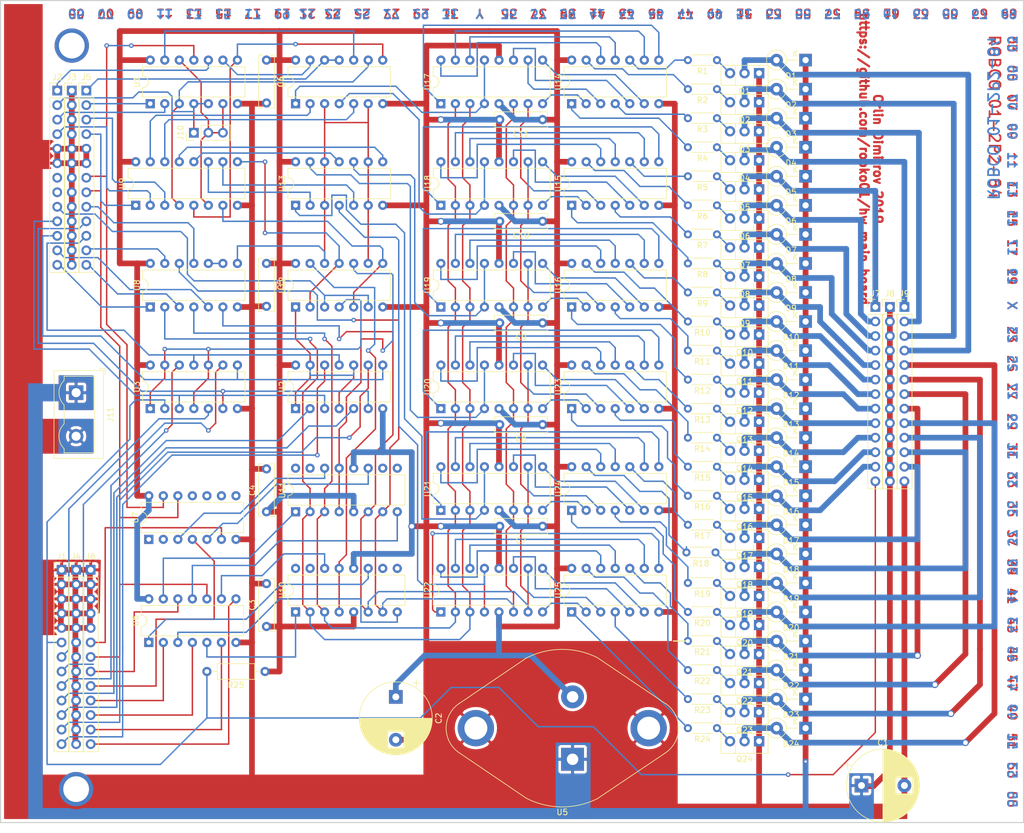
<source format=kicad_pcb>
(kicad_pcb (version 20171130) (host pcbnew "(5.1.5)-3")
  (title_block (title "Rboko01 Main Board") (rev 1.0) (company 8BitClub) (comment 1 "Orlin Dimitrov") (comment 2 robko01@8bitclub.com))
  (layers (0 F.Cu signal) (31 B.Cu signal) (34 B.Paste user) (35 F.Paste user) (36 B.SilkS user) (37 F.SilkS user) (38 B.Mask user) (39 F.Mask user) (44 Edge.Cuts user))
  (net 0 "")
  (net 1 +12V)
  (net 2 GND)
  (net 3 +5V)
  (net 4 "Net-(D1-Pad2)")
  (net 5 "Net-(D2-Pad2)")
  (net 6 "Net-(D3-Pad2)")
  (net 7 "Net-(D4-Pad2)")
  (net 8 "Net-(D5-Pad2)")
  (net 9 "Net-(D6-Pad2)")
  (net 10 "Net-(D7-Pad2)")
  (net 11 "Net-(D8-Pad2)")
  (net 12 "Net-(D9-Pad2)")
  (net 13 "Net-(D10-Pad2)")
  (net 14 "Net-(D11-Pad2)")
  (net 15 "Net-(D12-Pad2)")
  (net 16 "Net-(D13-Pad2)")
  (net 17 "Net-(D14-Pad2)")
  (net 18 "Net-(D15-Pad2)")
  (net 19 "Net-(D16-Pad2)")
  (net 20 "Net-(D17-Pad2)")
  (net 21 "Net-(D18-Pad2)")
  (net 22 "Net-(D19-Pad2)")
  (net 23 "Net-(D20-Pad2)")
  (net 24 "Net-(D21-Pad2)")
  (net 25 "Net-(D22-Pad2)")
  (net 26 "Net-(D23-Pad2)")
  (net 27 "Net-(D24-Pad2)")
  (net 28 GRIPPER)
  (net 29 "Net-(J1-Pad7)")
  (net 30 "Net-(J1-Pad8)")
  (net 31 "Net-(J1-Pad9)")
  (net 32 "Net-(J1-Pad10)")
  (net 33 "Net-(J1-Pad11)")
  (net 34 "Net-(J1-Pad12)")
  (net 35 "Net-(J1-Pad13)")
  (net 36 "Net-(J2-Pad7)")
  (net 37 "Net-(J2-Pad8)")
  (net 38 "Net-(J6-Pad6)")
  (net 39 "Net-(J6-Pad7)")
  (net 40 "Net-(J6-Pad8)")
  (net 41 "Net-(J6-Pad9)")
  (net 42 "Net-(J6-Pad10)")
  (net 43 "Net-(J6-Pad11)")
  (net 44 "Net-(J6-Pad12)")
  (net 45 "Net-(J6-Pad13)")
  (net 46 "Net-(Q1-Pad3)")
  (net 47 "Net-(Q2-Pad3)")
  (net 48 "Net-(Q3-Pad3)")
  (net 49 "Net-(Q4-Pad3)")
  (net 50 "Net-(Q5-Pad3)")
  (net 51 "Net-(Q6-Pad3)")
  (net 52 "Net-(Q7-Pad3)")
  (net 53 "Net-(Q8-Pad3)")
  (net 54 "Net-(Q9-Pad3)")
  (net 55 "Net-(Q10-Pad3)")
  (net 56 "Net-(Q11-Pad3)")
  (net 57 "Net-(Q12-Pad3)")
  (net 58 "Net-(Q13-Pad3)")
  (net 59 "Net-(Q14-Pad3)")
  (net 60 "Net-(Q15-Pad3)")
  (net 61 "Net-(Q16-Pad3)")
  (net 62 "Net-(Q17-Pad3)")
  (net 63 "Net-(Q18-Pad3)")
  (net 64 "Net-(Q19-Pad3)")
  (net 65 "Net-(Q20-Pad3)")
  (net 66 "Net-(Q21-Pad3)")
  (net 67 "Net-(Q22-Pad3)")
  (net 68 "Net-(Q23-Pad3)")
  (net 69 "Net-(Q24-Pad3)")
  (net 70 "Net-(R1-Pad2)")
  (net 71 "Net-(R2-Pad2)")
  (net 72 "Net-(R3-Pad2)")
  (net 73 "Net-(R4-Pad2)")
  (net 74 "Net-(R5-Pad2)")
  (net 75 "Net-(R6-Pad2)")
  (net 76 "Net-(R7-Pad2)")
  (net 77 "Net-(R8-Pad2)")
  (net 78 "Net-(R9-Pad2)")
  (net 79 "Net-(R10-Pad2)")
  (net 80 "Net-(R11-Pad2)")
  (net 81 "Net-(R12-Pad2)")
  (net 82 "Net-(R13-Pad2)")
  (net 83 "Net-(R14-Pad2)")
  (net 84 "Net-(R15-Pad2)")
  (net 85 "Net-(R16-Pad2)")
  (net 86 "Net-(R17-Pad2)")
  (net 87 "Net-(R18-Pad2)")
  (net 88 "Net-(R19-Pad2)")
  (net 89 "Net-(R20-Pad2)")
  (net 90 "Net-(R21-Pad2)")
  (net 91 "Net-(R22-Pad2)")
  (net 92 "Net-(R23-Pad2)")
  (net 93 "Net-(R24-Pad2)")
  (net 94 A3)
  (net 95 "Net-(U1-Pad8)")
  (net 96 A4)
  (net 97 "Net-(U1-Pad9)")
  (net 98 "Net-(U1-Pad3)")
  (net 99 "Net-(U1-Pad13)")
  (net 100 ÌOR)
  (net 101 "Net-(U12-Pad11)")
  (net 102 "Net-(U11-Pad1)")
  (net 103 "Net-(U10-Pad1)")
  (net 104 "Net-(U11-Pad8)")
  (net 105 "Net-(U10-Pad8)")
  (net 106 "Net-(U10-Pad14)")
  (net 107 "Net-(U10-Pad11)")
  (net 108 "Net-(U7-Pad1)")
  (net 109 "Net-(U7-Pad8)")
  (net 110 "Net-(U7-Pad2)")
  (net 111 "Net-(U7-Pad9)")
  (net 112 "Net-(U11-Pad14)")
  (net 113 "Net-(U7-Pad10)")
  (net 114 "Net-(U7-Pad11)")
  (net 115 "Net-(U11-Pad11)")
  (net 116 DI2)
  (net 117 "Net-(U10-Pad6)")
  (net 118 "Net-(U10-Pad7)")
  (net 119 DI3)
  (net 120 "Net-(U10-Pad3)")
  (net 121 "Net-(U8-Pad10)")
  (net 122 DI0)
  (net 123 "Net-(U10-Pad2)")
  (net 124 "Net-(U12-Pad12)")
  (net 125 DI1)
  (net 126 "Net-(U12-Pad5)")
  (net 127 "Net-(U13-Pad8)")
  (net 128 "Net-(U13-Pad11)")
  (net 129 "Net-(U13-Pad2)")
  (net 130 A2)
  (net 131 "Net-(U13-Pad5)")
  (net 132 A1)
  (net 133 A0)
  (net 134 "Net-(U10-Pad16)")
  (net 135 "Net-(U10-Pad15)")
  (net 136 "Net-(U10-Pad13)")
  (net 137 "Net-(U10-Pad10)")
  (net 138 "Net-(U10-Pad9)")
  (net 139 "Net-(U11-Pad9)")
  (net 140 "Net-(U11-Pad10)")
  (net 141 "Net-(U11-Pad13)")
  (net 142 "Net-(U11-Pad15)")
  (net 143 "Net-(U11-Pad16)")
  (net 144 "Net-(U12-Pad1)")
  (net 145 "Net-(U12-Pad4)")
  (net 146 "Net-(U13-Pad1)")
  (net 147 "Net-(U13-Pad10)")
  (net 148 "Net-(U13-Pad4)")
  (net 149 "Net-(U13-Pad13)")
  (net 150 "Net-(U14-Pad6)")
  (net 151 "Net-(U14-Pad12)")
  (net 152 "Net-(U14-Pad5)")
  (net 153 "Net-(U14-Pad11)")
  (net 154 "Net-(U14-Pad3)")
  (net 155 "Net-(U14-Pad9)")
  (net 156 "Net-(U14-Pad2)")
  (net 157 "Net-(U14-Pad8)")
  (net 158 "Net-(U15-Pad6)")
  (net 159 "Net-(U15-Pad12)")
  (net 160 "Net-(U15-Pad5)")
  (net 161 "Net-(U15-Pad11)")
  (net 162 "Net-(U15-Pad3)")
  (net 163 "Net-(U15-Pad9)")
  (net 164 "Net-(U15-Pad2)")
  (net 165 "Net-(U15-Pad8)")
  (net 166 "Net-(U16-Pad8)")
  (net 167 "Net-(U16-Pad2)")
  (net 168 "Net-(U16-Pad9)")
  (net 169 "Net-(U16-Pad3)")
  (net 170 "Net-(U16-Pad11)")
  (net 171 "Net-(U16-Pad5)")
  (net 172 "Net-(U16-Pad12)")
  (net 173 "Net-(U16-Pad6)")
  (net 174 "Net-(U20-Pad1)")
  (net 175 "Net-(U20-Pad9)")
  (net 176 "Net-(U20-Pad10)")
  (net 177 "Net-(U20-Pad11)")
  (net 178 "Net-(U20-Pad14)")
  (net 179 "Net-(U20-Pad15)")
  (net 180 "Net-(U20-Pad8)")
  (net 181 "Net-(U20-Pad16)")
  (net 182 "Net-(U21-Pad16)")
  (net 183 "Net-(U21-Pad8)")
  (net 184 "Net-(U21-Pad15)")
  (net 185 "Net-(U21-Pad14)")
  (net 186 "Net-(U21-Pad11)")
  (net 187 "Net-(U21-Pad10)")
  (net 188 "Net-(U21-Pad9)")
  (net 189 "Net-(U21-Pad1)")
  (net 190 "Net-(U22-Pad1)")
  (net 191 "Net-(U22-Pad9)")
  (net 192 "Net-(U22-Pad10)")
  (net 193 "Net-(U22-Pad11)")
  (net 194 "Net-(U22-Pad14)")
  (net 195 "Net-(U22-Pad15)")
  (net 196 "Net-(U22-Pad8)")
  (net 197 "Net-(U22-Pad16)")
  (net 198 A7)
  (net 199 A5)
  (net 200 A6)
  (net 201 "Net-(J10-Pad2)")
  (net 202 IOW)
  (net 203 "Net-(U17-Pad13)")
  (net 204 "Net-(U18-Pad13)")
  (net 205 "Net-(U4-Pad5)")
  (net 206 "Net-(U4-Pad2)")
  (net 207 DO3)
  (net 208 DO1)
  (net 209 DO2)
  (net 210 DO0)
  (net 211 OE)
  (net 212 ÒC-OE)
  (module Package_DIP:DIP-16_W7.62mm (layer F.Cu) (at 98.806 54.61 90)
    (fp_text reference U18 (at 3.81 -2.33 90) (layer F.SilkS))
    (fp_text value 74LS75)
    (pad 1 thru_hole rect (at 0 0 90) (size 1.6 1.6) (drill 0.8) (layers *.Cu *.Mask) (net 165 "Net-(U15-Pad8)"))
    (pad 9 thru_hole oval (at 7.62 17.78 90) (size 1.6 1.6) (drill 0.8) (layers *.Cu *.Mask) (net 158 "Net-(U15-Pad6)"))
    (pad 2 thru_hole oval (at 0 2.54 90) (size 1.6 1.6) (drill 0.8) (layers *.Cu *.Mask) (net 120 "Net-(U10-Pad3)"))
    (pad 10 thru_hole oval (at 7.62 15.24 90) (size 1.6 1.6) (drill 0.8) (layers *.Cu *.Mask) (net 162 "Net-(U15-Pad3)"))
    (pad 3 thru_hole oval (at 0 5.08 90) (size 1.6 1.6) (drill 0.8) (layers *.Cu *.Mask) (net 123 "Net-(U10-Pad2)"))
    (pad 11 thru_hole oval (at 7.62 12.7 90) (size 1.6 1.6) (drill 0.8) (layers *.Cu *.Mask) (net 160 "Net-(U15-Pad5)"))
    (pad 4 thru_hole oval (at 0 7.62 90) (size 1.6 1.6) (drill 0.8) (layers *.Cu *.Mask) (net 204 "Net-(U18-Pad13)"))
    (pad 12 thru_hole oval (at 7.62 10.16 90) (size 1.6 1.6) (drill 0.8) (layers *.Cu *.Mask) (net 2 GND))
    (pad 5 thru_hole oval (at 0 10.16 90) (size 1.6 1.6) (drill 0.8) (layers *.Cu *.Mask) (net 3 +5V))
    (pad 13 thru_hole oval (at 7.62 7.62 90) (size 1.6 1.6) (drill 0.8) (layers *.Cu *.Mask) (net 204 "Net-(U18-Pad13)"))
    (pad 6 thru_hole oval (at 0 12.7 90) (size 1.6 1.6) (drill 0.8) (layers *.Cu *.Mask) (net 118 "Net-(U10-Pad7)"))
    (pad 14 thru_hole oval (at 7.62 5.08 90) (size 1.6 1.6) (drill 0.8) (layers *.Cu *.Mask) (net 161 "Net-(U15-Pad11)"))
    (pad 7 thru_hole oval (at 0 15.24 90) (size 1.6 1.6) (drill 0.8) (layers *.Cu *.Mask) (net 117 "Net-(U10-Pad6)"))
    (pad 15 thru_hole oval (at 7.62 2.54 90) (size 1.6 1.6) (drill 0.8) (layers *.Cu *.Mask) (net 163 "Net-(U15-Pad9)"))
    (pad 8 thru_hole oval (at 0 17.78 90) (size 1.6 1.6) (drill 0.8) (layers *.Cu *.Mask) (net 164 "Net-(U15-Pad2)"))
    (pad 16 thru_hole oval (at 7.62 0 90) (size 1.6 1.6) (drill 0.8) (layers *.Cu *.Mask) (net 159 "Net-(U15-Pad12)"))
  )
  (module Capacitor_THT:CP_Radial_D12.5mm_P7.50mm (layer F.Cu) (at 172.332 156.09)
    (fp_text reference C1 (at 3.75 -7.5) (layer F.SilkS))
    (fp_text value CP)
    (pad 1 thru_hole rect (at 0 0) (size 2.4 2.4) (drill 1.2) (layers *.Cu *.Mask) (net 1 +12V))
    (pad 2 thru_hole circle (at 7.5 0) (size 2.4 2.4) (drill 1.2) (layers *.Cu *.Mask) (net 2 GND))
  )
  (module Capacitor_THT:CP_Radial_D12.5mm_P7.50mm (layer F.Cu) (at 90.932 140.582 270)
    (fp_text reference C2 (at 3.75 -7.5 270) (layer F.SilkS))
    (fp_text value CP)
    (pad 2 thru_hole circle (at 7.5 0 270) (size 2.4 2.4) (drill 1.2) (layers *.Cu *.Mask) (net 2 GND))
    (pad 1 thru_hole rect (at 0 0 270) (size 2.4 2.4) (drill 1.2) (layers *.Cu *.Mask) (net 3 +5V))
  )
  (module Diode_THT:D_DO-41_SOD81_P5.08mm_Vertical_KathodeUp (layer F.Cu) (at 162.56 29.21 180)
    (fp_text reference D1 (at 2.54 -2.750635 180) (layer F.SilkS))
    (fp_text value 1N4007)
    (fp_text user K (at 1.8 1.1 180) (layer F.SilkS))
    (pad 1 thru_hole rect (at 0 0 180) (size 2.2 2.2) (drill 1.1) (layers *.Cu *.Mask) (net 1 +12V))
    (pad 2 thru_hole oval (at 5.08 0 180) (size 2.2 2.2) (drill 1.1) (layers *.Cu *.Mask) (net 4 "Net-(D1-Pad2)"))
  )
  (module Diode_THT:D_DO-41_SOD81_P5.08mm_Vertical_KathodeUp (layer F.Cu) (at 162.56 34.29 180)
    (fp_text reference D2 (at 2.54 -2.750635 180) (layer F.SilkS))
    (fp_text value 1N4007)
    (fp_text user K (at 1.8 1.1 180) (layer F.SilkS))
    (pad 1 thru_hole rect (at 0 0 180) (size 2.2 2.2) (drill 1.1) (layers *.Cu *.Mask) (net 1 +12V))
    (pad 2 thru_hole oval (at 5.08 0 180) (size 2.2 2.2) (drill 1.1) (layers *.Cu *.Mask) (net 5 "Net-(D2-Pad2)"))
  )
  (module Diode_THT:D_DO-41_SOD81_P5.08mm_Vertical_KathodeUp (layer F.Cu) (at 162.56 39.37 180)
    (fp_text reference D3 (at 2.54 -2.750635 180) (layer F.SilkS))
    (fp_text value 1N4007)
    (fp_text user K (at 1.8 1.1 180) (layer F.SilkS))
    (pad 2 thru_hole oval (at 5.08 0 180) (size 2.2 2.2) (drill 1.1) (layers *.Cu *.Mask) (net 6 "Net-(D3-Pad2)"))
    (pad 1 thru_hole rect (at 0 0 180) (size 2.2 2.2) (drill 1.1) (layers *.Cu *.Mask) (net 1 +12V))
  )
  (module Diode_THT:D_DO-41_SOD81_P5.08mm_Vertical_KathodeUp (layer F.Cu) (at 162.56 44.45 180)
    (fp_text reference D4 (at 2.54 -2.750635 180) (layer F.SilkS))
    (fp_text value 1N4007)
    (fp_text user K (at 1.8 1.1 180) (layer F.SilkS))
    (pad 1 thru_hole rect (at 0 0 180) (size 2.2 2.2) (drill 1.1) (layers *.Cu *.Mask) (net 1 +12V))
    (pad 2 thru_hole oval (at 5.08 0 180) (size 2.2 2.2) (drill 1.1) (layers *.Cu *.Mask) (net 7 "Net-(D4-Pad2)"))
  )
  (module Diode_THT:D_DO-41_SOD81_P5.08mm_Vertical_KathodeUp (layer F.Cu) (at 162.56 49.53 180)
    (fp_text reference D5 (at 2.54 -2.750635 180) (layer F.SilkS))
    (fp_text value 1N4007)
    (fp_text user K (at 1.8 1.1 180) (layer F.SilkS))
    (pad 2 thru_hole oval (at 5.08 0 180) (size 2.2 2.2) (drill 1.1) (layers *.Cu *.Mask) (net 8 "Net-(D5-Pad2)"))
    (pad 1 thru_hole rect (at 0 0 180) (size 2.2 2.2) (drill 1.1) (layers *.Cu *.Mask) (net 1 +12V))
  )
  (module Diode_THT:D_DO-41_SOD81_P5.08mm_Vertical_KathodeUp (layer F.Cu) (at 162.56 54.61 180)
    (fp_text reference D6 (at 2.54 -2.750635 180) (layer F.SilkS))
    (fp_text value 1N4007)
    (fp_text user K (at 1.8 1.1 180) (layer F.SilkS))
    (pad 1 thru_hole rect (at 0 0 180) (size 2.2 2.2) (drill 1.1) (layers *.Cu *.Mask) (net 1 +12V))
    (pad 2 thru_hole oval (at 5.08 0 180) (size 2.2 2.2) (drill 1.1) (layers *.Cu *.Mask) (net 9 "Net-(D6-Pad2)"))
  )
  (module Diode_THT:D_DO-41_SOD81_P5.08mm_Vertical_KathodeUp (layer F.Cu) (at 162.56 59.69 180)
    (fp_text reference D7 (at 2.54 -2.750635 180) (layer F.SilkS))
    (fp_text value 1N4007)
    (fp_text user K (at 1.8 1.1 180) (layer F.SilkS))
    (pad 2 thru_hole oval (at 5.08 0 180) (size 2.2 2.2) (drill 1.1) (layers *.Cu *.Mask) (net 10 "Net-(D7-Pad2)"))
    (pad 1 thru_hole rect (at 0 0 180) (size 2.2 2.2) (drill 1.1) (layers *.Cu *.Mask) (net 1 +12V))
  )
  (module Diode_THT:D_DO-41_SOD81_P5.08mm_Vertical_KathodeUp (layer F.Cu) (at 162.56 64.77 180)
    (fp_text reference D8 (at 2.54 -2.750635 180) (layer F.SilkS))
    (fp_text value 1N4007)
    (fp_text user K (at 1.8 1.1 180) (layer F.SilkS))
    (pad 1 thru_hole rect (at 0 0 180) (size 2.2 2.2) (drill 1.1) (layers *.Cu *.Mask) (net 1 +12V))
    (pad 2 thru_hole oval (at 5.08 0 180) (size 2.2 2.2) (drill 1.1) (layers *.Cu *.Mask) (net 11 "Net-(D8-Pad2)"))
  )
  (module Diode_THT:D_DO-41_SOD81_P5.08mm_Vertical_KathodeUp (layer F.Cu) (at 162.56 69.85 180)
    (fp_text reference D9 (at 2.54 -2.750635 180) (layer F.SilkS))
    (fp_text value 1N4007)
    (fp_text user K (at 1.8 1.1 180) (layer F.SilkS))
    (pad 2 thru_hole oval (at 5.08 0 180) (size 2.2 2.2) (drill 1.1) (layers *.Cu *.Mask) (net 12 "Net-(D9-Pad2)"))
    (pad 1 thru_hole rect (at 0 0 180) (size 2.2 2.2) (drill 1.1) (layers *.Cu *.Mask) (net 1 +12V))
  )
  (module Diode_THT:D_DO-41_SOD81_P5.08mm_Vertical_KathodeUp (layer F.Cu) (at 162.56 74.93 180)
    (fp_text reference D10 (at 2.54 -2.750635 180) (layer F.SilkS))
    (fp_text value 1N4007)
    (fp_text user K (at 1.8 1.1 180) (layer F.SilkS))
    (pad 1 thru_hole rect (at 0 0 180) (size 2.2 2.2) (drill 1.1) (layers *.Cu *.Mask) (net 1 +12V))
    (pad 2 thru_hole oval (at 5.08 0 180) (size 2.2 2.2) (drill 1.1) (layers *.Cu *.Mask) (net 13 "Net-(D10-Pad2)"))
  )
  (module Diode_THT:D_DO-41_SOD81_P5.08mm_Vertical_KathodeUp (layer F.Cu) (at 162.56 80.01 180)
    (fp_text reference D11 (at 2.54 -2.750635 180) (layer F.SilkS))
    (fp_text value 1N4007)
    (fp_text user K (at 1.8 1.1 180) (layer F.SilkS))
    (pad 2 thru_hole oval (at 5.08 0 180) (size 2.2 2.2) (drill 1.1) (layers *.Cu *.Mask) (net 14 "Net-(D11-Pad2)"))
    (pad 1 thru_hole rect (at 0 0 180) (size 2.2 2.2) (drill 1.1) (layers *.Cu *.Mask) (net 1 +12V))
  )
  (module Diode_THT:D_DO-41_SOD81_P5.08mm_Vertical_KathodeUp (layer F.Cu) (at 162.56 85.09 180)
    (fp_text reference D12 (at 2.54 -2.750635 180) (layer F.SilkS))
    (fp_text value 1N4007)
    (fp_text user K (at 1.8 1.1 180) (layer F.SilkS))
    (pad 1 thru_hole rect (at 0 0 180) (size 2.2 2.2) (drill 1.1) (layers *.Cu *.Mask) (net 1 +12V))
    (pad 2 thru_hole oval (at 5.08 0 180) (size 2.2 2.2) (drill 1.1) (layers *.Cu *.Mask) (net 15 "Net-(D12-Pad2)"))
  )
  (module Diode_THT:D_DO-41_SOD81_P5.08mm_Vertical_KathodeUp (layer F.Cu) (at 162.56 90.17 180)
    (fp_text reference D13 (at 2.54 -2.750635 180) (layer F.SilkS))
    (fp_text value 1N4007)
    (fp_text user K (at 1.8 1.1 180) (layer F.SilkS))
    (pad 2 thru_hole oval (at 5.08 0 180) (size 2.2 2.2) (drill 1.1) (layers *.Cu *.Mask) (net 16 "Net-(D13-Pad2)"))
    (pad 1 thru_hole rect (at 0 0 180) (size 2.2 2.2) (drill 1.1) (layers *.Cu *.Mask) (net 1 +12V))
  )
  (module Diode_THT:D_DO-41_SOD81_P5.08mm_Vertical_KathodeUp (layer F.Cu) (at 162.56 95.25 180)
    (fp_text reference D14 (at 2.54 -2.750635 180) (layer F.SilkS))
    (fp_text value 1N4007)
    (fp_text user K (at 1.8 1.1 180) (layer F.SilkS))
    (pad 1 thru_hole rect (at 0 0 180) (size 2.2 2.2) (drill 1.1) (layers *.Cu *.Mask) (net 1 +12V))
    (pad 2 thru_hole oval (at 5.08 0 180) (size 2.2 2.2) (drill 1.1) (layers *.Cu *.Mask) (net 17 "Net-(D14-Pad2)"))
  )
  (module Diode_THT:D_DO-41_SOD81_P5.08mm_Vertical_KathodeUp (layer F.Cu) (at 162.56 100.33 180)
    (fp_text reference D15 (at 2.54 -2.750635 180) (layer F.SilkS))
    (fp_text value 1N4007)
    (fp_text user K (at 1.8 1.1 180) (layer F.SilkS))
    (pad 2 thru_hole oval (at 5.08 0 180) (size 2.2 2.2) (drill 1.1) (layers *.Cu *.Mask) (net 18 "Net-(D15-Pad2)"))
    (pad 1 thru_hole rect (at 0 0 180) (size 2.2 2.2) (drill 1.1) (layers *.Cu *.Mask) (net 1 +12V))
  )
  (module Diode_THT:D_DO-41_SOD81_P5.08mm_Vertical_KathodeUp (layer F.Cu) (at 162.56 105.41 180)
    (fp_text reference D16 (at 2.54 -2.750635 180) (layer F.SilkS))
    (fp_text value 1N4007)
    (fp_text user K (at 1.8 1.1 180) (layer F.SilkS))
    (pad 1 thru_hole rect (at 0 0 180) (size 2.2 2.2) (drill 1.1) (layers *.Cu *.Mask) (net 1 +12V))
    (pad 2 thru_hole oval (at 5.08 0 180) (size 2.2 2.2) (drill 1.1) (layers *.Cu *.Mask) (net 19 "Net-(D16-Pad2)"))
  )
  (module Diode_THT:D_DO-41_SOD81_P5.08mm_Vertical_KathodeUp (layer F.Cu) (at 162.56 110.49 180)
    (fp_text reference D17 (at 2.54 -2.750635 180) (layer F.SilkS))
    (fp_text value 1N4007)
    (fp_text user K (at 1.8 1.1 180) (layer F.SilkS))
    (pad 2 thru_hole oval (at 5.08 0 180) (size 2.2 2.2) (drill 1.1) (layers *.Cu *.Mask) (net 20 "Net-(D17-Pad2)"))
    (pad 1 thru_hole rect (at 0 0 180) (size 2.2 2.2) (drill 1.1) (layers *.Cu *.Mask) (net 1 +12V))
  )
  (module Diode_THT:D_DO-41_SOD81_P5.08mm_Vertical_KathodeUp (layer F.Cu) (at 162.56 115.57 180)
    (fp_text reference D18 (at 2.54 -2.750635 180) (layer F.SilkS))
    (fp_text value 1N4007)
    (fp_text user K (at 1.8 1.1 180) (layer F.SilkS))
    (pad 2 thru_hole oval (at 5.08 0 180) (size 2.2 2.2) (drill 1.1) (layers *.Cu *.Mask) (net 21 "Net-(D18-Pad2)"))
    (pad 1 thru_hole rect (at 0 0 180) (size 2.2 2.2) (drill 1.1) (layers *.Cu *.Mask) (net 1 +12V))
  )
  (module Diode_THT:D_DO-41_SOD81_P5.08mm_Vertical_KathodeUp (layer F.Cu) (at 162.56 120.65 180)
    (fp_text reference D19 (at 2.54 -2.750635 180) (layer F.SilkS))
    (fp_text value 1N4007)
    (fp_text user K (at 1.8 1.1 180) (layer F.SilkS))
    (pad 1 thru_hole rect (at 0 0 180) (size 2.2 2.2) (drill 1.1) (layers *.Cu *.Mask) (net 1 +12V))
    (pad 2 thru_hole oval (at 5.08 0 180) (size 2.2 2.2) (drill 1.1) (layers *.Cu *.Mask) (net 22 "Net-(D19-Pad2)"))
  )
  (module Diode_THT:D_DO-41_SOD81_P5.08mm_Vertical_KathodeUp (layer F.Cu) (at 162.56 125.73 180)
    (fp_text reference D20 (at 2.54 -2.750635 180) (layer F.SilkS))
    (fp_text value 1N4007)
    (fp_text user K (at 1.8 1.1 180) (layer F.SilkS))
    (pad 2 thru_hole oval (at 5.08 0 180) (size 2.2 2.2) (drill 1.1) (layers *.Cu *.Mask) (net 23 "Net-(D20-Pad2)"))
    (pad 1 thru_hole rect (at 0 0 180) (size 2.2 2.2) (drill 1.1) (layers *.Cu *.Mask) (net 1 +12V))
  )
  (module Diode_THT:D_DO-41_SOD81_P5.08mm_Vertical_KathodeUp (layer F.Cu) (at 162.56 130.81 180)
    (fp_text reference D21 (at 2.54 -2.750635 180) (layer F.SilkS))
    (fp_text value 1N4007)
    (fp_text user K (at 1.8 1.1 180) (layer F.SilkS))
    (pad 1 thru_hole rect (at 0 0 180) (size 2.2 2.2) (drill 1.1) (layers *.Cu *.Mask) (net 1 +12V))
    (pad 2 thru_hole oval (at 5.08 0 180) (size 2.2 2.2) (drill 1.1) (layers *.Cu *.Mask) (net 24 "Net-(D21-Pad2)"))
  )
  (module Diode_THT:D_DO-41_SOD81_P5.08mm_Vertical_KathodeUp (layer F.Cu) (at 162.56 135.89 180)
    (fp_text reference D22 (at 2.54 -2.750635 180) (layer F.SilkS))
    (fp_text value 1N4007)
    (fp_text user K (at 1.8 1.1 180) (layer F.SilkS))
    (pad 2 thru_hole oval (at 5.08 0 180) (size 2.2 2.2) (drill 1.1) (layers *.Cu *.Mask) (net 25 "Net-(D22-Pad2)"))
    (pad 1 thru_hole rect (at 0 0 180) (size 2.2 2.2) (drill 1.1) (layers *.Cu *.Mask) (net 1 +12V))
  )
  (module Diode_THT:D_DO-41_SOD81_P5.08mm_Vertical_KathodeUp (layer F.Cu) (at 162.56 140.97 180)
    (fp_text reference D23 (at 2.54 -2.750635 180) (layer F.SilkS))
    (fp_text value 1N4007)
    (fp_text user K (at 1.8 1.1 180) (layer F.SilkS))
    (pad 2 thru_hole oval (at 5.08 0 180) (size 2.2 2.2) (drill 1.1) (layers *.Cu *.Mask) (net 26 "Net-(D23-Pad2)"))
    (pad 1 thru_hole rect (at 0 0 180) (size 2.2 2.2) (drill 1.1) (layers *.Cu *.Mask) (net 1 +12V))
  )
  (module Diode_THT:D_DO-41_SOD81_P5.08mm_Vertical_KathodeUp (layer F.Cu) (at 162.56 146.05 180)
    (fp_text reference D24 (at 2.54 -2.750635 180) (layer F.SilkS))
    (fp_text value 1N4007)
    (fp_text user K (at 1.8 1.1 180) (layer F.SilkS))
    (pad 1 thru_hole rect (at 0 0 180) (size 2.2 2.2) (drill 1.1) (layers *.Cu *.Mask) (net 1 +12V))
    (pad 2 thru_hole oval (at 5.08 0 180) (size 2.2 2.2) (drill 1.1) (layers *.Cu *.Mask) (net 27 "Net-(D24-Pad2)"))
  )
  (module Connector_PinHeader_2.54mm:PinHeader_1x13_P2.54mm_Vertical (layer F.Cu) (at 32.512 118.364)
    (fp_text reference J1 (at 0 -2.33) (layer F.SilkS))
    (fp_text value AC)
    (pad 1 thru_hole rect (at 0 0) (size 1.7 1.7) (drill 1) (layers *.Cu *.Mask) (net 2 GND))
    (pad 2 thru_hole oval (at 0 2.54) (size 1.7 1.7) (drill 1) (layers *.Cu *.Mask) (net 2 GND))
    (pad 3 thru_hole oval (at 0 5.08) (size 1.7 1.7) (drill 1) (layers *.Cu *.Mask) (net 2 GND))
    (pad 4 thru_hole oval (at 0 7.62) (size 1.7 1.7) (drill 1) (layers *.Cu *.Mask) (net 2 GND))
    (pad 5 thru_hole oval (at 0 10.16) (size 1.7 1.7) (drill 1) (layers *.Cu *.Mask) (net 2 GND))
    (pad 6 thru_hole oval (at 0 12.7) (size 1.7 1.7) (drill 1) (layers *.Cu *.Mask) (net 28 GRIPPER))
    (pad 7 thru_hole oval (at 0 15.24) (size 1.7 1.7) (drill 1) (layers *.Cu *.Mask) (net 29 "Net-(J1-Pad7)"))
    (pad 8 thru_hole oval (at 0 17.78) (size 1.7 1.7) (drill 1) (layers *.Cu *.Mask) (net 30 "Net-(J1-Pad8)"))
    (pad 9 thru_hole oval (at 0 20.32) (size 1.7 1.7) (drill 1) (layers *.Cu *.Mask) (net 31 "Net-(J1-Pad9)"))
    (pad 10 thru_hole oval (at 0 22.86) (size 1.7 1.7) (drill 1) (layers *.Cu *.Mask) (net 32 "Net-(J1-Pad10)"))
    (pad 11 thru_hole oval (at 0 25.4) (size 1.7 1.7) (drill 1) (layers *.Cu *.Mask) (net 33 "Net-(J1-Pad11)"))
    (pad 12 thru_hole oval (at 0 27.94) (size 1.7 1.7) (drill 1) (layers *.Cu *.Mask) (net 34 "Net-(J1-Pad12)"))
    (pad 13 thru_hole oval (at 0 30.48) (size 1.7 1.7) (drill 1) (layers *.Cu *.Mask) (net 35 "Net-(J1-Pad13)"))
  )
  (module Connector_PinHeader_2.54mm:PinHeader_1x13_P2.54mm_Vertical (layer F.Cu) (at 31.75 34.544)
    (fp_text reference J2 (at 0 -2.33) (layer F.SilkS))
    (fp_text value BA)
    (pad 1 thru_hole rect (at 0 0) (size 1.7 1.7) (drill 1) (layers *.Cu *.Mask) (net 198 A7))
    (pad 2 thru_hole oval (at 0 2.54) (size 1.7 1.7) (drill 1) (layers *.Cu *.Mask) (net 199 A5))
    (pad 3 thru_hole oval (at 0 5.08) (size 1.7 1.7) (drill 1) (layers *.Cu *.Mask) (net 94 A3))
    (pad 4 thru_hole oval (at 0 7.62) (size 1.7 1.7) (drill 1) (layers *.Cu *.Mask) (net 132 A1))
    (pad 5 thru_hole oval (at 0 10.16) (size 1.7 1.7) (drill 1) (layers *.Cu *.Mask) (net 2 GND))
    (pad 6 thru_hole oval (at 0 12.7) (size 1.7 1.7) (drill 1) (layers *.Cu *.Mask) (net 2 GND))
    (pad 7 thru_hole oval (at 0 15.24) (size 1.7 1.7) (drill 1) (layers *.Cu *.Mask) (net 36 "Net-(J2-Pad7)"))
    (pad 8 thru_hole oval (at 0 17.78) (size 1.7 1.7) (drill 1) (layers *.Cu *.Mask) (net 37 "Net-(J2-Pad8)"))
    (pad 9 thru_hole oval (at 0 20.32) (size 1.7 1.7) (drill 1) (layers *.Cu *.Mask) (net 100 ÌOR))
    (pad 10 thru_hole oval (at 0 22.86) (size 1.7 1.7) (drill 1) (layers *.Cu *.Mask) (net 207 DO3))
    (pad 11 thru_hole oval (at 0 25.4) (size 1.7 1.7) (drill 1) (layers *.Cu *.Mask) (net 208 DO1))
    (pad 12 thru_hole oval (at 0 27.94) (size 1.7 1.7) (drill 1) (layers *.Cu *.Mask) (net 119 DI3))
    (pad 13 thru_hole oval (at 0 30.48) (size 1.7 1.7) (drill 1) (layers *.Cu *.Mask) (net 125 DI1))
  )
  (module Connector_PinHeader_2.54mm:PinHeader_1x13_P2.54mm_Vertical (layer F.Cu) (at 34.29 34.544)
    (fp_text reference J3 (at 0 -2.33) (layer F.SilkS))
    (fp_text value BB)
    (pad 13 thru_hole oval (at 0 30.48) (size 1.7 1.7) (drill 1) (layers *.Cu *.Mask) (net 2 GND))
    (pad 12 thru_hole oval (at 0 27.94) (size 1.7 1.7) (drill 1) (layers *.Cu *.Mask) (net 2 GND))
    (pad 11 thru_hole oval (at 0 25.4) (size 1.7 1.7) (drill 1) (layers *.Cu *.Mask) (net 2 GND))
    (pad 10 thru_hole oval (at 0 22.86) (size 1.7 1.7) (drill 1) (layers *.Cu *.Mask) (net 2 GND))
    (pad 9 thru_hole oval (at 0 20.32) (size 1.7 1.7) (drill 1) (layers *.Cu *.Mask) (net 2 GND))
    (pad 8 thru_hole oval (at 0 17.78) (size 1.7 1.7) (drill 1) (layers *.Cu *.Mask) (net 2 GND))
    (pad 7 thru_hole oval (at 0 15.24) (size 1.7 1.7) (drill 1) (layers *.Cu *.Mask) (net 2 GND))
    (pad 6 thru_hole oval (at 0 12.7) (size 1.7 1.7) (drill 1) (layers *.Cu *.Mask) (net 2 GND))
    (pad 5 thru_hole oval (at 0 10.16) (size 1.7 1.7) (drill 1) (layers *.Cu *.Mask) (net 2 GND))
    (pad 4 thru_hole oval (at 0 7.62) (size 1.7 1.7) (drill 1) (layers *.Cu *.Mask) (net 2 GND))
    (pad 3 thru_hole oval (at 0 5.08) (size 1.7 1.7) (drill 1) (layers *.Cu *.Mask) (net 2 GND))
    (pad 2 thru_hole oval (at 0 2.54) (size 1.7 1.7) (drill 1) (layers *.Cu *.Mask) (net 2 GND))
    (pad 1 thru_hole rect (at 0 0) (size 1.7 1.7) (drill 1) (layers *.Cu *.Mask) (net 2 GND))
  )
  (module Connector_PinHeader_2.54mm:PinHeader_1x13_P2.54mm_Vertical (layer F.Cu) (at 35.052 118.364)
    (fp_text reference J4 (at 0 -2.33) (layer F.SilkS))
    (fp_text value AB)
    (pad 13 thru_hole oval (at 0 30.48) (size 1.7 1.7) (drill 1) (layers *.Cu *.Mask) (net 2 GND))
    (pad 12 thru_hole oval (at 0 27.94) (size 1.7 1.7) (drill 1) (layers *.Cu *.Mask) (net 2 GND))
    (pad 11 thru_hole oval (at 0 25.4) (size 1.7 1.7) (drill 1) (layers *.Cu *.Mask) (net 2 GND))
    (pad 10 thru_hole oval (at 0 22.86) (size 1.7 1.7) (drill 1) (layers *.Cu *.Mask) (net 2 GND))
    (pad 9 thru_hole oval (at 0 20.32) (size 1.7 1.7) (drill 1) (layers *.Cu *.Mask) (net 2 GND))
    (pad 8 thru_hole oval (at 0 17.78) (size 1.7 1.7) (drill 1) (layers *.Cu *.Mask) (net 2 GND))
    (pad 7 thru_hole oval (at 0 15.24) (size 1.7 1.7) (drill 1) (layers *.Cu *.Mask) (net 2 GND))
    (pad 6 thru_hole oval (at 0 12.7) (size 1.7 1.7) (drill 1) (layers *.Cu *.Mask) (net 2 GND))
    (pad 5 thru_hole oval (at 0 10.16) (size 1.7 1.7) (drill 1) (layers *.Cu *.Mask) (net 2 GND))
    (pad 4 thru_hole oval (at 0 7.62) (size 1.7 1.7) (drill 1) (layers *.Cu *.Mask) (net 2 GND))
    (pad 3 thru_hole oval (at 0 5.08) (size 1.7 1.7) (drill 1) (layers *.Cu *.Mask) (net 2 GND))
    (pad 2 thru_hole oval (at 0 2.54) (size 1.7 1.7) (drill 1) (layers *.Cu *.Mask) (net 2 GND))
    (pad 1 thru_hole rect (at 0 0) (size 1.7 1.7) (drill 1) (layers *.Cu *.Mask) (net 2 GND))
  )
  (module Connector_PinHeader_2.54mm:PinHeader_1x13_P2.54mm_Vertical (layer F.Cu) (at 36.83 34.544)
    (fp_text reference J5 (at 0 -2.33) (layer F.SilkS))
    (fp_text value BA)
    (pad 1 thru_hole rect (at 0 0) (size 1.7 1.7) (drill 1) (layers *.Cu *.Mask) (net 200 A6))
    (pad 2 thru_hole oval (at 0 2.54) (size 1.7 1.7) (drill 1) (layers *.Cu *.Mask) (net 96 A4))
    (pad 3 thru_hole oval (at 0 5.08) (size 1.7 1.7) (drill 1) (layers *.Cu *.Mask) (net 130 A2))
    (pad 4 thru_hole oval (at 0 7.62) (size 1.7 1.7) (drill 1) (layers *.Cu *.Mask) (net 133 A0))
    (pad 5 thru_hole oval (at 0 10.16) (size 1.7 1.7) (drill 1) (layers *.Cu *.Mask) (net 2 GND))
    (pad 6 thru_hole oval (at 0 12.7) (size 1.7 1.7) (drill 1) (layers *.Cu *.Mask) (net 2 GND))
    (pad 7 thru_hole oval (at 0 15.24) (size 1.7 1.7) (drill 1) (layers *.Cu *.Mask) (net 211 OE))
    (pad 8 thru_hole oval (at 0 17.78) (size 1.7 1.7) (drill 1) (layers *.Cu *.Mask) (net 212 ÒC-OE))
    (pad 9 thru_hole oval (at 0 20.32) (size 1.7 1.7) (drill 1) (layers *.Cu *.Mask) (net 202 IOW))
    (pad 10 thru_hole oval (at 0 22.86) (size 1.7 1.7) (drill 1) (layers *.Cu *.Mask) (net 209 DO2))
    (pad 11 thru_hole oval (at 0 25.4) (size 1.7 1.7) (drill 1) (layers *.Cu *.Mask) (net 210 DO0))
    (pad 12 thru_hole oval (at 0 27.94) (size 1.7 1.7) (drill 1) (layers *.Cu *.Mask) (net 116 DI2))
    (pad 13 thru_hole oval (at 0 30.48) (size 1.7 1.7) (drill 1) (layers *.Cu *.Mask) (net 122 DI0))
  )
  (module Connector_PinHeader_2.54mm:PinHeader_1x13_P2.54mm_Vertical (layer F.Cu) (at 37.592 118.364)
    (fp_text reference J6 (at 0 -2.33) (layer F.SilkS))
    (fp_text value AA)
    (pad 1 thru_hole rect (at 0 0) (size 1.7 1.7) (drill 1) (layers *.Cu *.Mask) (net 2 GND))
    (pad 2 thru_hole oval (at 0 2.54) (size 1.7 1.7) (drill 1) (layers *.Cu *.Mask) (net 2 GND))
    (pad 3 thru_hole oval (at 0 5.08) (size 1.7 1.7) (drill 1) (layers *.Cu *.Mask) (net 2 GND))
    (pad 4 thru_hole oval (at 0 7.62) (size 1.7 1.7) (drill 1) (layers *.Cu *.Mask) (net 2 GND))
    (pad 5 thru_hole oval (at 0 10.16) (size 1.7 1.7) (drill 1) (layers *.Cu *.Mask) (net 2 GND))
    (pad 6 thru_hole oval (at 0 12.7) (size 1.7 1.7) (drill 1) (layers *.Cu *.Mask) (net 38 "Net-(J6-Pad6)"))
    (pad 7 thru_hole oval (at 0 15.24) (size 1.7 1.7) (drill 1) (layers *.Cu *.Mask) (net 39 "Net-(J6-Pad7)"))
    (pad 8 thru_hole oval (at 0 17.78) (size 1.7 1.7) (drill 1) (layers *.Cu *.Mask) (net 40 "Net-(J6-Pad8)"))
    (pad 9 thru_hole oval (at 0 20.32) (size 1.7 1.7) (drill 1) (layers *.Cu *.Mask) (net 41 "Net-(J6-Pad9)"))
    (pad 10 thru_hole oval (at 0 22.86) (size 1.7 1.7) (drill 1) (layers *.Cu *.Mask) (net 42 "Net-(J6-Pad10)"))
    (pad 11 thru_hole oval (at 0 25.4) (size 1.7 1.7) (drill 1) (layers *.Cu *.Mask) (net 43 "Net-(J6-Pad11)"))
    (pad 12 thru_hole oval (at 0 27.94) (size 1.7 1.7) (drill 1) (layers *.Cu *.Mask) (net 44 "Net-(J6-Pad12)"))
    (pad 13 thru_hole oval (at 0 30.48) (size 1.7 1.7) (drill 1) (layers *.Cu *.Mask) (net 45 "Net-(J6-Pad13)"))
  )
  (module Connector_PinHeader_2.54mm:PinHeader_1x13_P2.54mm_Vertical (layer F.Cu) (at 174.752 72.39)
    (fp_text reference J7 (at 0 -2.33) (layer F.SilkS))
    (fp_text value MA)
    (pad 13 thru_hole oval (at 0 30.48) (size 1.7 1.7) (drill 1) (layers *.Cu *.Mask) (net 28 GRIPPER))
    (pad 12 thru_hole oval (at 0 27.94) (size 1.7 1.7) (drill 1) (layers *.Cu *.Mask) (net 19 "Net-(D16-Pad2)"))
    (pad 11 thru_hole oval (at 0 25.4) (size 1.7 1.7) (drill 1) (layers *.Cu *.Mask) (net 18 "Net-(D15-Pad2)"))
    (pad 10 thru_hole oval (at 0 22.86) (size 1.7 1.7) (drill 1) (layers *.Cu *.Mask) (net 17 "Net-(D14-Pad2)"))
    (pad 9 thru_hole oval (at 0 20.32) (size 1.7 1.7) (drill 1) (layers *.Cu *.Mask) (net 16 "Net-(D13-Pad2)"))
    (pad 8 thru_hole oval (at 0 17.78) (size 1.7 1.7) (drill 1) (layers *.Cu *.Mask) (net 15 "Net-(D12-Pad2)"))
    (pad 7 thru_hole oval (at 0 15.24) (size 1.7 1.7) (drill 1) (layers *.Cu *.Mask) (net 14 "Net-(D11-Pad2)"))
    (pad 6 thru_hole oval (at 0 12.7) (size 1.7 1.7) (drill 1) (layers *.Cu *.Mask) (net 13 "Net-(D10-Pad2)"))
    (pad 5 thru_hole oval (at 0 10.16) (size 1.7 1.7) (drill 1) (layers *.Cu *.Mask) (net 12 "Net-(D9-Pad2)"))
    (pad 4 thru_hole oval (at 0 7.62) (size 1.7 1.7) (drill 1) (layers *.Cu *.Mask) (net 11 "Net-(D8-Pad2)"))
    (pad 3 thru_hole oval (at 0 5.08) (size 1.7 1.7) (drill 1) (layers *.Cu *.Mask) (net 10 "Net-(D7-Pad2)"))
    (pad 2 thru_hole oval (at 0 2.54) (size 1.7 1.7) (drill 1) (layers *.Cu *.Mask) (net 9 "Net-(D6-Pad2)"))
    (pad 1 thru_hole rect (at 0 0) (size 1.7 1.7) (drill 1) (layers *.Cu *.Mask) (net 8 "Net-(D5-Pad2)"))
  )
  (module Connector_PinHeader_2.54mm:PinHeader_1x13_P2.54mm_Vertical (layer F.Cu) (at 177.292 72.39)
    (fp_text reference J8 (at 0 -2.33) (layer F.SilkS))
    (fp_text value MA)
    (pad 1 thru_hole rect (at 0 0) (size 1.7 1.7) (drill 1) (layers *.Cu *.Mask) (net 1 +12V))
    (pad 2 thru_hole oval (at 0 2.54) (size 1.7 1.7) (drill 1) (layers *.Cu *.Mask) (net 1 +12V))
    (pad 3 thru_hole oval (at 0 5.08) (size 1.7 1.7) (drill 1) (layers *.Cu *.Mask) (net 1 +12V))
    (pad 4 thru_hole oval (at 0 7.62) (size 1.7 1.7) (drill 1) (layers *.Cu *.Mask) (net 1 +12V))
    (pad 5 thru_hole oval (at 0 10.16) (size 1.7 1.7) (drill 1) (layers *.Cu *.Mask) (net 1 +12V))
    (pad 6 thru_hole oval (at 0 12.7) (size 1.7 1.7) (drill 1) (layers *.Cu *.Mask) (net 1 +12V))
    (pad 7 thru_hole oval (at 0 15.24) (size 1.7 1.7) (drill 1) (layers *.Cu *.Mask) (net 1 +12V))
    (pad 8 thru_hole oval (at 0 17.78) (size 1.7 1.7) (drill 1) (layers *.Cu *.Mask) (net 1 +12V))
    (pad 9 thru_hole oval (at 0 20.32) (size 1.7 1.7) (drill 1) (layers *.Cu *.Mask) (net 1 +12V))
    (pad 10 thru_hole oval (at 0 22.86) (size 1.7 1.7) (drill 1) (layers *.Cu *.Mask) (net 1 +12V))
    (pad 11 thru_hole oval (at 0 25.4) (size 1.7 1.7) (drill 1) (layers *.Cu *.Mask) (net 1 +12V))
    (pad 12 thru_hole oval (at 0 27.94) (size 1.7 1.7) (drill 1) (layers *.Cu *.Mask) (net 1 +12V))
    (pad 13 thru_hole oval (at 0 30.48) (size 1.7 1.7) (drill 1) (layers *.Cu *.Mask) (net 1 +12V))
  )
  (module Connector_PinHeader_2.54mm:PinHeader_1x13_P2.54mm_Vertical (layer F.Cu) (at 179.832 72.39)
    (fp_text reference J9 (at 0 -2.33) (layer F.SilkS))
    (fp_text value MA)
    (pad 13 thru_hole oval (at 0 30.48) (size 1.7 1.7) (drill 1) (layers *.Cu *.Mask) (net 2 GND))
    (pad 12 thru_hole oval (at 0 27.94) (size 1.7 1.7) (drill 1) (layers *.Cu *.Mask) (net 20 "Net-(D17-Pad2)"))
    (pad 11 thru_hole oval (at 0 25.4) (size 1.7 1.7) (drill 1) (layers *.Cu *.Mask) (net 21 "Net-(D18-Pad2)"))
    (pad 10 thru_hole oval (at 0 22.86) (size 1.7 1.7) (drill 1) (layers *.Cu *.Mask) (net 22 "Net-(D19-Pad2)"))
    (pad 9 thru_hole oval (at 0 20.32) (size 1.7 1.7) (drill 1) (layers *.Cu *.Mask) (net 23 "Net-(D20-Pad2)"))
    (pad 8 thru_hole oval (at 0 17.78) (size 1.7 1.7) (drill 1) (layers *.Cu *.Mask) (net 24 "Net-(D21-Pad2)"))
    (pad 7 thru_hole oval (at 0 15.24) (size 1.7 1.7) (drill 1) (layers *.Cu *.Mask) (net 25 "Net-(D22-Pad2)"))
    (pad 6 thru_hole oval (at 0 12.7) (size 1.7 1.7) (drill 1) (layers *.Cu *.Mask) (net 26 "Net-(D23-Pad2)"))
    (pad 5 thru_hole oval (at 0 10.16) (size 1.7 1.7) (drill 1) (layers *.Cu *.Mask) (net 27 "Net-(D24-Pad2)"))
    (pad 4 thru_hole oval (at 0 7.62) (size 1.7 1.7) (drill 1) (layers *.Cu *.Mask) (net 4 "Net-(D1-Pad2)"))
    (pad 3 thru_hole oval (at 0 5.08) (size 1.7 1.7) (drill 1) (layers *.Cu *.Mask) (net 5 "Net-(D2-Pad2)"))
    (pad 2 thru_hole oval (at 0 2.54) (size 1.7 1.7) (drill 1) (layers *.Cu *.Mask) (net 6 "Net-(D3-Pad2)"))
    (pad 1 thru_hole rect (at 0 0) (size 1.7 1.7) (drill 1) (layers *.Cu *.Mask) (net 7 "Net-(D4-Pad2)"))
  )
  (module Package_TO_SOT_THT:TO-126-3_Vertical (layer F.Cu) (at 154.432 31.496 180)
    (fp_text reference Q1 (at 2.54 -3.12 180) (layer F.SilkS))
    (fp_text value BD139)
    (pad 1 thru_hole rect (at 0 0 180) (size 1.8 1.8) (drill 1) (layers *.Cu *.Mask) (net 2 GND))
    (pad 2 thru_hole oval (at 2.54 0 180) (size 1.8 1.8) (drill 1) (layers *.Cu *.Mask) (net 4 "Net-(D1-Pad2)"))
    (pad 3 thru_hole oval (at 5.08 0 180) (size 1.8 1.8) (drill 1) (layers *.Cu *.Mask) (net 46 "Net-(Q1-Pad3)"))
  )
  (module Package_TO_SOT_THT:TO-126-3_Vertical (layer F.Cu) (at 154.432 36.576 180)
    (fp_text reference Q2 (at 2.54 -3.12 180) (layer F.SilkS))
    (fp_text value BD139)
    (pad 3 thru_hole oval (at 5.08 0 180) (size 1.8 1.8) (drill 1) (layers *.Cu *.Mask) (net 47 "Net-(Q2-Pad3)"))
    (pad 2 thru_hole oval (at 2.54 0 180) (size 1.8 1.8) (drill 1) (layers *.Cu *.Mask) (net 5 "Net-(D2-Pad2)"))
    (pad 1 thru_hole rect (at 0 0 180) (size 1.8 1.8) (drill 1) (layers *.Cu *.Mask) (net 2 GND))
  )
  (module Package_TO_SOT_THT:TO-126-3_Vertical (layer F.Cu) (at 154.432 41.656 180)
    (fp_text reference Q3 (at 2.54 -3.12 180) (layer F.SilkS))
    (fp_text value BD139)
    (pad 1 thru_hole rect (at 0 0 180) (size 1.8 1.8) (drill 1) (layers *.Cu *.Mask) (net 2 GND))
    (pad 2 thru_hole oval (at 2.54 0 180) (size 1.8 1.8) (drill 1) (layers *.Cu *.Mask) (net 6 "Net-(D3-Pad2)"))
    (pad 3 thru_hole oval (at 5.08 0 180) (size 1.8 1.8) (drill 1) (layers *.Cu *.Mask) (net 48 "Net-(Q3-Pad3)"))
  )
  (module Package_TO_SOT_THT:TO-126-3_Vertical (layer F.Cu) (at 154.432 46.736 180)
    (fp_text reference Q4 (at 2.54 -3.12 180) (layer F.SilkS))
    (fp_text value BD139)
    (pad 3 thru_hole oval (at 5.08 0 180) (size 1.8 1.8) (drill 1) (layers *.Cu *.Mask) (net 49 "Net-(Q4-Pad3)"))
    (pad 2 thru_hole oval (at 2.54 0 180) (size 1.8 1.8) (drill 1) (layers *.Cu *.Mask) (net 7 "Net-(D4-Pad2)"))
    (pad 1 thru_hole rect (at 0 0 180) (size 1.8 1.8) (drill 1) (layers *.Cu *.Mask) (net 2 GND))
  )
  (module Package_TO_SOT_THT:TO-126-3_Vertical (layer F.Cu) (at 154.432 51.816 180)
    (fp_text reference Q5 (at 2.54 -3.12 180) (layer F.SilkS))
    (fp_text value BD139)
    (pad 1 thru_hole rect (at 0 0 180) (size 1.8 1.8) (drill 1) (layers *.Cu *.Mask) (net 2 GND))
    (pad 2 thru_hole oval (at 2.54 0 180) (size 1.8 1.8) (drill 1) (layers *.Cu *.Mask) (net 8 "Net-(D5-Pad2)"))
    (pad 3 thru_hole oval (at 5.08 0 180) (size 1.8 1.8) (drill 1) (layers *.Cu *.Mask) (net 50 "Net-(Q5-Pad3)"))
  )
  (module Package_TO_SOT_THT:TO-126-3_Vertical (layer F.Cu) (at 154.432 56.896 180)
    (fp_text reference Q6 (at 2.54 -3.12 180) (layer F.SilkS))
    (fp_text value BD139)
    (pad 3 thru_hole oval (at 5.08 0 180) (size 1.8 1.8) (drill 1) (layers *.Cu *.Mask) (net 51 "Net-(Q6-Pad3)"))
    (pad 2 thru_hole oval (at 2.54 0 180) (size 1.8 1.8) (drill 1) (layers *.Cu *.Mask) (net 9 "Net-(D6-Pad2)"))
    (pad 1 thru_hole rect (at 0 0 180) (size 1.8 1.8) (drill 1) (layers *.Cu *.Mask) (net 2 GND))
  )
  (module Package_TO_SOT_THT:TO-126-3_Vertical (layer F.Cu) (at 154.432 61.976 180)
    (fp_text reference Q7 (at 2.54 -3.12 180) (layer F.SilkS))
    (fp_text value BD139)
    (pad 1 thru_hole rect (at 0 0 180) (size 1.8 1.8) (drill 1) (layers *.Cu *.Mask) (net 2 GND))
    (pad 2 thru_hole oval (at 2.54 0 180) (size 1.8 1.8) (drill 1) (layers *.Cu *.Mask) (net 10 "Net-(D7-Pad2)"))
    (pad 3 thru_hole oval (at 5.08 0 180) (size 1.8 1.8) (drill 1) (layers *.Cu *.Mask) (net 52 "Net-(Q7-Pad3)"))
  )
  (module Package_TO_SOT_THT:TO-126-3_Vertical (layer F.Cu) (at 154.432 67.056 180)
    (fp_text reference Q8 (at 2.54 -3.12 180) (layer F.SilkS))
    (fp_text value BD139)
    (pad 3 thru_hole oval (at 5.08 0 180) (size 1.8 1.8) (drill 1) (layers *.Cu *.Mask) (net 53 "Net-(Q8-Pad3)"))
    (pad 2 thru_hole oval (at 2.54 0 180) (size 1.8 1.8) (drill 1) (layers *.Cu *.Mask) (net 11 "Net-(D8-Pad2)"))
    (pad 1 thru_hole rect (at 0 0 180) (size 1.8 1.8) (drill 1) (layers *.Cu *.Mask) (net 2 GND))
  )
  (module Package_TO_SOT_THT:TO-126-3_Vertical (layer F.Cu) (at 154.432 72.136 180)
    (fp_text reference Q9 (at 2.54 -3.12 180) (layer F.SilkS))
    (fp_text value BD139)
    (pad 3 thru_hole oval (at 5.08 0 180) (size 1.8 1.8) (drill 1) (layers *.Cu *.Mask) (net 54 "Net-(Q9-Pad3)"))
    (pad 2 thru_hole oval (at 2.54 0 180) (size 1.8 1.8) (drill 1) (layers *.Cu *.Mask) (net 12 "Net-(D9-Pad2)"))
    (pad 1 thru_hole rect (at 0 0 180) (size 1.8 1.8) (drill 1) (layers *.Cu *.Mask) (net 2 GND))
  )
  (module Package_TO_SOT_THT:TO-126-3_Vertical (layer F.Cu) (at 154.432 77.216 180)
    (fp_text reference Q10 (at 2.54 -3.12 180) (layer F.SilkS))
    (fp_text value BD139)
    (pad 1 thru_hole rect (at 0 0 180) (size 1.8 1.8) (drill 1) (layers *.Cu *.Mask) (net 2 GND))
    (pad 2 thru_hole oval (at 2.54 0 180) (size 1.8 1.8) (drill 1) (layers *.Cu *.Mask) (net 13 "Net-(D10-Pad2)"))
    (pad 3 thru_hole oval (at 5.08 0 180) (size 1.8 1.8) (drill 1) (layers *.Cu *.Mask) (net 55 "Net-(Q10-Pad3)"))
  )
  (module Package_TO_SOT_THT:TO-126-3_Vertical (layer F.Cu) (at 154.432 82.296 180)
    (fp_text reference Q11 (at 2.54 -3.12 180) (layer F.SilkS))
    (fp_text value BD139)
    (pad 1 thru_hole rect (at 0 0 180) (size 1.8 1.8) (drill 1) (layers *.Cu *.Mask) (net 2 GND))
    (pad 2 thru_hole oval (at 2.54 0 180) (size 1.8 1.8) (drill 1) (layers *.Cu *.Mask) (net 14 "Net-(D11-Pad2)"))
    (pad 3 thru_hole oval (at 5.08 0 180) (size 1.8 1.8) (drill 1) (layers *.Cu *.Mask) (net 56 "Net-(Q11-Pad3)"))
  )
  (module Package_TO_SOT_THT:TO-126-3_Vertical (layer F.Cu) (at 154.432 87.376 180)
    (fp_text reference Q12 (at 2.54 -3.12 180) (layer F.SilkS))
    (fp_text value BD139)
    (pad 3 thru_hole oval (at 5.08 0 180) (size 1.8 1.8) (drill 1) (layers *.Cu *.Mask) (net 57 "Net-(Q12-Pad3)"))
    (pad 2 thru_hole oval (at 2.54 0 180) (size 1.8 1.8) (drill 1) (layers *.Cu *.Mask) (net 15 "Net-(D12-Pad2)"))
    (pad 1 thru_hole rect (at 0 0 180) (size 1.8 1.8) (drill 1) (layers *.Cu *.Mask) (net 2 GND))
  )
  (module Package_TO_SOT_THT:TO-126-3_Vertical (layer F.Cu) (at 154.432 92.456 180)
    (fp_text reference Q13 (at 2.54 -3.12 180) (layer F.SilkS))
    (fp_text value BD139)
    (pad 1 thru_hole rect (at 0 0 180) (size 1.8 1.8) (drill 1) (layers *.Cu *.Mask) (net 2 GND))
    (pad 2 thru_hole oval (at 2.54 0 180) (size 1.8 1.8) (drill 1) (layers *.Cu *.Mask) (net 16 "Net-(D13-Pad2)"))
    (pad 3 thru_hole oval (at 5.08 0 180) (size 1.8 1.8) (drill 1) (layers *.Cu *.Mask) (net 58 "Net-(Q13-Pad3)"))
  )
  (module Package_TO_SOT_THT:TO-126-3_Vertical (layer F.Cu) (at 154.432 97.536 180)
    (fp_text reference Q14 (at 2.54 -3.12 180) (layer F.SilkS))
    (fp_text value BD139)
    (pad 3 thru_hole oval (at 5.08 0 180) (size 1.8 1.8) (drill 1) (layers *.Cu *.Mask) (net 59 "Net-(Q14-Pad3)"))
    (pad 2 thru_hole oval (at 2.54 0 180) (size 1.8 1.8) (drill 1) (layers *.Cu *.Mask) (net 17 "Net-(D14-Pad2)"))
    (pad 1 thru_hole rect (at 0 0 180) (size 1.8 1.8) (drill 1) (layers *.Cu *.Mask) (net 2 GND))
  )
  (module Package_TO_SOT_THT:TO-126-3_Vertical (layer F.Cu) (at 154.432 102.616 180)
    (fp_text reference Q15 (at 2.54 -3.12 180) (layer F.SilkS))
    (fp_text value BD139)
    (pad 1 thru_hole rect (at 0 0 180) (size 1.8 1.8) (drill 1) (layers *.Cu *.Mask) (net 2 GND))
    (pad 2 thru_hole oval (at 2.54 0 180) (size 1.8 1.8) (drill 1) (layers *.Cu *.Mask) (net 18 "Net-(D15-Pad2)"))
    (pad 3 thru_hole oval (at 5.08 0 180) (size 1.8 1.8) (drill 1) (layers *.Cu *.Mask) (net 60 "Net-(Q15-Pad3)"))
  )
  (module Package_TO_SOT_THT:TO-126-3_Vertical (layer F.Cu) (at 154.432 107.696 180)
    (fp_text reference Q16 (at 2.54 -3.12 180) (layer F.SilkS))
    (fp_text value BD139)
    (pad 1 thru_hole rect (at 0 0 180) (size 1.8 1.8) (drill 1) (layers *.Cu *.Mask) (net 2 GND))
    (pad 2 thru_hole oval (at 2.54 0 180) (size 1.8 1.8) (drill 1) (layers *.Cu *.Mask) (net 19 "Net-(D16-Pad2)"))
    (pad 3 thru_hole oval (at 5.08 0 180) (size 1.8 1.8) (drill 1) (layers *.Cu *.Mask) (net 61 "Net-(Q16-Pad3)"))
  )
  (module Package_TO_SOT_THT:TO-126-3_Vertical (layer F.Cu) (at 154.432 112.776 180)
    (fp_text reference Q17 (at 2.54 -3.12 180) (layer F.SilkS))
    (fp_text value BD139)
    (pad 3 thru_hole oval (at 5.08 0 180) (size 1.8 1.8) (drill 1) (layers *.Cu *.Mask) (net 62 "Net-(Q17-Pad3)"))
    (pad 2 thru_hole oval (at 2.54 0 180) (size 1.8 1.8) (drill 1) (layers *.Cu *.Mask) (net 20 "Net-(D17-Pad2)"))
    (pad 1 thru_hole rect (at 0 0 180) (size 1.8 1.8) (drill 1) (layers *.Cu *.Mask) (net 2 GND))
  )
  (module Package_TO_SOT_THT:TO-126-3_Vertical (layer F.Cu) (at 154.432 117.856 180)
    (fp_text reference Q18 (at 2.54 -3.12 180) (layer F.SilkS))
    (fp_text value BD139)
    (pad 3 thru_hole oval (at 5.08 0 180) (size 1.8 1.8) (drill 1) (layers *.Cu *.Mask) (net 63 "Net-(Q18-Pad3)"))
    (pad 2 thru_hole oval (at 2.54 0 180) (size 1.8 1.8) (drill 1) (layers *.Cu *.Mask) (net 21 "Net-(D18-Pad2)"))
    (pad 1 thru_hole rect (at 0 0 180) (size 1.8 1.8) (drill 1) (layers *.Cu *.Mask) (net 2 GND))
  )
  (module Package_TO_SOT_THT:TO-126-3_Vertical (layer F.Cu) (at 154.432 122.936 180)
    (fp_text reference Q19 (at 2.54 -3.12 180) (layer F.SilkS))
    (fp_text value BD139)
    (pad 1 thru_hole rect (at 0 0 180) (size 1.8 1.8) (drill 1) (layers *.Cu *.Mask) (net 2 GND))
    (pad 2 thru_hole oval (at 2.54 0 180) (size 1.8 1.8) (drill 1) (layers *.Cu *.Mask) (net 22 "Net-(D19-Pad2)"))
    (pad 3 thru_hole oval (at 5.08 0 180) (size 1.8 1.8) (drill 1) (layers *.Cu *.Mask) (net 64 "Net-(Q19-Pad3)"))
  )
  (module Package_TO_SOT_THT:TO-126-3_Vertical (layer F.Cu) (at 154.432 128.016 180)
    (fp_text reference Q20 (at 2.54 -3.12 180) (layer F.SilkS))
    (fp_text value BD139)
    (pad 3 thru_hole oval (at 5.08 0 180) (size 1.8 1.8) (drill 1) (layers *.Cu *.Mask) (net 65 "Net-(Q20-Pad3)"))
    (pad 2 thru_hole oval (at 2.54 0 180) (size 1.8 1.8) (drill 1) (layers *.Cu *.Mask) (net 23 "Net-(D20-Pad2)"))
    (pad 1 thru_hole rect (at 0 0 180) (size 1.8 1.8) (drill 1) (layers *.Cu *.Mask) (net 2 GND))
  )
  (module Package_TO_SOT_THT:TO-126-3_Vertical (layer F.Cu) (at 154.432 133.096 180)
    (fp_text reference Q21 (at 2.54 -3.12 180) (layer F.SilkS))
    (fp_text value BD139)
    (pad 1 thru_hole rect (at 0 0 180) (size 1.8 1.8) (drill 1) (layers *.Cu *.Mask) (net 2 GND))
    (pad 2 thru_hole oval (at 2.54 0 180) (size 1.8 1.8) (drill 1) (layers *.Cu *.Mask) (net 24 "Net-(D21-Pad2)"))
    (pad 3 thru_hole oval (at 5.08 0 180) (size 1.8 1.8) (drill 1) (layers *.Cu *.Mask) (net 66 "Net-(Q21-Pad3)"))
  )
  (module Package_TO_SOT_THT:TO-126-3_Vertical (layer F.Cu) (at 154.432 138.176 180)
    (fp_text reference Q22 (at 2.54 -3.12 180) (layer F.SilkS))
    (fp_text value BD139)
    (pad 3 thru_hole oval (at 5.08 0 180) (size 1.8 1.8) (drill 1) (layers *.Cu *.Mask) (net 67 "Net-(Q22-Pad3)"))
    (pad 2 thru_hole oval (at 2.54 0 180) (size 1.8 1.8) (drill 1) (layers *.Cu *.Mask) (net 25 "Net-(D22-Pad2)"))
    (pad 1 thru_hole rect (at 0 0 180) (size 1.8 1.8) (drill 1) (layers *.Cu *.Mask) (net 2 GND))
  )
  (module Package_TO_SOT_THT:TO-126-3_Vertical (layer F.Cu) (at 154.432 143.256 180)
    (fp_text reference Q23 (at 2.54 -3.12 180) (layer F.SilkS))
    (fp_text value BD139)
    (pad 1 thru_hole rect (at 0 0 180) (size 1.8 1.8) (drill 1) (layers *.Cu *.Mask) (net 2 GND))
    (pad 2 thru_hole oval (at 2.54 0 180) (size 1.8 1.8) (drill 1) (layers *.Cu *.Mask) (net 26 "Net-(D23-Pad2)"))
    (pad 3 thru_hole oval (at 5.08 0 180) (size 1.8 1.8) (drill 1) (layers *.Cu *.Mask) (net 68 "Net-(Q23-Pad3)"))
  )
  (module Package_TO_SOT_THT:TO-126-3_Vertical (layer F.Cu) (at 154.432 148.336 180)
    (fp_text reference Q24 (at 2.54 -3.12 180) (layer F.SilkS))
    (fp_text value BD139)
    (pad 3 thru_hole oval (at 5.08 0 180) (size 1.8 1.8) (drill 1) (layers *.Cu *.Mask) (net 69 "Net-(Q24-Pad3)"))
    (pad 2 thru_hole oval (at 2.54 0 180) (size 1.8 1.8) (drill 1) (layers *.Cu *.Mask) (net 27 "Net-(D24-Pad2)"))
    (pad 1 thru_hole rect (at 0 0 180) (size 1.8 1.8) (drill 1) (layers *.Cu *.Mask) (net 2 GND))
  )
  (module Resistor_THT:R_Axial_DIN0204_L3.6mm_D1.6mm_P5.08mm_Horizontal (layer F.Cu) (at 147.066 29.21 180)
    (fp_text reference R1 (at 2.54 -1.92 180) (layer F.SilkS))
    (fp_text value R)
    (pad 2 thru_hole oval (at 5.08 0 180) (size 1.4 1.4) (drill 0.7) (layers *.Cu *.Mask) (net 70 "Net-(R1-Pad2)"))
    (pad 1 thru_hole circle (at 0 0 180) (size 1.4 1.4) (drill 0.7) (layers *.Cu *.Mask) (net 46 "Net-(Q1-Pad3)"))
  )
  (module Resistor_THT:R_Axial_DIN0204_L3.6mm_D1.6mm_P5.08mm_Horizontal (layer F.Cu) (at 147.066 34.29 180)
    (fp_text reference R2 (at 2.54 -1.92 180) (layer F.SilkS))
    (fp_text value R)
    (pad 2 thru_hole oval (at 5.08 0 180) (size 1.4 1.4) (drill 0.7) (layers *.Cu *.Mask) (net 71 "Net-(R2-Pad2)"))
    (pad 1 thru_hole circle (at 0 0 180) (size 1.4 1.4) (drill 0.7) (layers *.Cu *.Mask) (net 47 "Net-(Q2-Pad3)"))
  )
  (module Resistor_THT:R_Axial_DIN0204_L3.6mm_D1.6mm_P5.08mm_Horizontal (layer F.Cu) (at 147.066 39.37 180)
    (fp_text reference R3 (at 2.54 -1.92 180) (layer F.SilkS))
    (fp_text value R)
    (pad 2 thru_hole oval (at 5.08 0 180) (size 1.4 1.4) (drill 0.7) (layers *.Cu *.Mask) (net 72 "Net-(R3-Pad2)"))
    (pad 1 thru_hole circle (at 0 0 180) (size 1.4 1.4) (drill 0.7) (layers *.Cu *.Mask) (net 48 "Net-(Q3-Pad3)"))
  )
  (module Resistor_THT:R_Axial_DIN0204_L3.6mm_D1.6mm_P5.08mm_Horizontal (layer F.Cu) (at 147.066 44.45 180)
    (fp_text reference R4 (at 2.54 -1.92 180) (layer F.SilkS))
    (fp_text value R)
    (pad 1 thru_hole circle (at 0 0 180) (size 1.4 1.4) (drill 0.7) (layers *.Cu *.Mask) (net 49 "Net-(Q4-Pad3)"))
    (pad 2 thru_hole oval (at 5.08 0 180) (size 1.4 1.4) (drill 0.7) (layers *.Cu *.Mask) (net 73 "Net-(R4-Pad2)"))
  )
  (module Resistor_THT:R_Axial_DIN0204_L3.6mm_D1.6mm_P5.08mm_Horizontal (layer F.Cu) (at 147.066 49.53 180)
    (fp_text reference R5 (at 2.54 -1.92 180) (layer F.SilkS))
    (fp_text value R)
    (pad 2 thru_hole oval (at 5.08 0 180) (size 1.4 1.4) (drill 0.7) (layers *.Cu *.Mask) (net 74 "Net-(R5-Pad2)"))
    (pad 1 thru_hole circle (at 0 0 180) (size 1.4 1.4) (drill 0.7) (layers *.Cu *.Mask) (net 50 "Net-(Q5-Pad3)"))
  )
  (module Resistor_THT:R_Axial_DIN0204_L3.6mm_D1.6mm_P5.08mm_Horizontal (layer F.Cu) (at 147.066 54.61 180)
    (fp_text reference R6 (at 2.54 -1.92 180) (layer F.SilkS))
    (fp_text value R)
    (pad 1 thru_hole circle (at 0 0 180) (size 1.4 1.4) (drill 0.7) (layers *.Cu *.Mask) (net 51 "Net-(Q6-Pad3)"))
    (pad 2 thru_hole oval (at 5.08 0 180) (size 1.4 1.4) (drill 0.7) (layers *.Cu *.Mask) (net 75 "Net-(R6-Pad2)"))
  )
  (module Resistor_THT:R_Axial_DIN0204_L3.6mm_D1.6mm_P5.08mm_Horizontal (layer F.Cu) (at 147.066 59.69 180)
    (fp_text reference R7 (at 2.54 -1.92 180) (layer F.SilkS))
    (fp_text value R)
    (pad 2 thru_hole oval (at 5.08 0 180) (size 1.4 1.4) (drill 0.7) (layers *.Cu *.Mask) (net 76 "Net-(R7-Pad2)"))
    (pad 1 thru_hole circle (at 0 0 180) (size 1.4 1.4) (drill 0.7) (layers *.Cu *.Mask) (net 52 "Net-(Q7-Pad3)"))
  )
  (module Resistor_THT:R_Axial_DIN0204_L3.6mm_D1.6mm_P5.08mm_Horizontal (layer F.Cu) (at 147.066 64.77 180)
    (fp_text reference R8 (at 2.54 -1.92 180) (layer F.SilkS))
    (fp_text value R)
    (pad 1 thru_hole circle (at 0 0 180) (size 1.4 1.4) (drill 0.7) (layers *.Cu *.Mask) (net 53 "Net-(Q8-Pad3)"))
    (pad 2 thru_hole oval (at 5.08 0 180) (size 1.4 1.4) (drill 0.7) (layers *.Cu *.Mask) (net 77 "Net-(R8-Pad2)"))
  )
  (module Resistor_THT:R_Axial_DIN0204_L3.6mm_D1.6mm_P5.08mm_Horizontal (layer F.Cu) (at 147.066 69.85 180)
    (fp_text reference R9 (at 2.54 -1.92 180) (layer F.SilkS))
    (fp_text value R)
    (pad 2 thru_hole oval (at 5.08 0 180) (size 1.4 1.4) (drill 0.7) (layers *.Cu *.Mask) (net 78 "Net-(R9-Pad2)"))
    (pad 1 thru_hole circle (at 0 0 180) (size 1.4 1.4) (drill 0.7) (layers *.Cu *.Mask) (net 54 "Net-(Q9-Pad3)"))
  )
  (module Resistor_THT:R_Axial_DIN0204_L3.6mm_D1.6mm_P5.08mm_Horizontal (layer F.Cu) (at 147.066 74.93 180)
    (fp_text reference R10 (at 2.54 -1.92 180) (layer F.SilkS))
    (fp_text value R)
    (pad 1 thru_hole circle (at 0 0 180) (size 1.4 1.4) (drill 0.7) (layers *.Cu *.Mask) (net 55 "Net-(Q10-Pad3)"))
    (pad 2 thru_hole oval (at 5.08 0 180) (size 1.4 1.4) (drill 0.7) (layers *.Cu *.Mask) (net 79 "Net-(R10-Pad2)"))
  )
  (module Resistor_THT:R_Axial_DIN0204_L3.6mm_D1.6mm_P5.08mm_Horizontal (layer F.Cu) (at 147.066 80.01 180)
    (fp_text reference R11 (at 2.54 -1.92 180) (layer F.SilkS))
    (fp_text value R)
    (pad 2 thru_hole oval (at 5.08 0 180) (size 1.4 1.4) (drill 0.7) (layers *.Cu *.Mask) (net 80 "Net-(R11-Pad2)"))
    (pad 1 thru_hole circle (at 0 0 180) (size 1.4 1.4) (drill 0.7) (layers *.Cu *.Mask) (net 56 "Net-(Q11-Pad3)"))
  )
  (module Resistor_THT:R_Axial_DIN0204_L3.6mm_D1.6mm_P5.08mm_Horizontal (layer F.Cu) (at 147.066 85.09 180)
    (fp_text reference R12 (at 2.54 -1.92 180) (layer F.SilkS))
    (fp_text value R)
    (pad 1 thru_hole circle (at 0 0 180) (size 1.4 1.4) (drill 0.7) (layers *.Cu *.Mask) (net 57 "Net-(Q12-Pad3)"))
    (pad 2 thru_hole oval (at 5.08 0 180) (size 1.4 1.4) (drill 0.7) (layers *.Cu *.Mask) (net 81 "Net-(R12-Pad2)"))
  )
  (module Resistor_THT:R_Axial_DIN0204_L3.6mm_D1.6mm_P5.08mm_Horizontal (layer F.Cu) (at 147.066 90.17 180)
    (fp_text reference R13 (at 2.54 -1.92 180) (layer F.SilkS))
    (fp_text value R)
    (pad 2 thru_hole oval (at 5.08 0 180) (size 1.4 1.4) (drill 0.7) (layers *.Cu *.Mask) (net 82 "Net-(R13-Pad2)"))
    (pad 1 thru_hole circle (at 0 0 180) (size 1.4 1.4) (drill 0.7) (layers *.Cu *.Mask) (net 58 "Net-(Q13-Pad3)"))
  )
  (module Resistor_THT:R_Axial_DIN0204_L3.6mm_D1.6mm_P5.08mm_Horizontal (layer F.Cu) (at 147.066 95.25 180)
    (fp_text reference R14 (at 2.54 -1.92 180) (layer F.SilkS))
    (fp_text value R)
    (pad 1 thru_hole circle (at 0 0 180) (size 1.4 1.4) (drill 0.7) (layers *.Cu *.Mask) (net 59 "Net-(Q14-Pad3)"))
    (pad 2 thru_hole oval (at 5.08 0 180) (size 1.4 1.4) (drill 0.7) (layers *.Cu *.Mask) (net 83 "Net-(R14-Pad2)"))
  )
  (module Resistor_THT:R_Axial_DIN0204_L3.6mm_D1.6mm_P5.08mm_Horizontal (layer F.Cu) (at 147.066 100.33 180)
    (fp_text reference R15 (at 2.54 -1.92 180) (layer F.SilkS))
    (fp_text value R)
    (pad 2 thru_hole oval (at 5.08 0 180) (size 1.4 1.4) (drill 0.7) (layers *.Cu *.Mask) (net 84 "Net-(R15-Pad2)"))
    (pad 1 thru_hole circle (at 0 0 180) (size 1.4 1.4) (drill 0.7) (layers *.Cu *.Mask) (net 60 "Net-(Q15-Pad3)"))
  )
  (module Resistor_THT:R_Axial_DIN0204_L3.6mm_D1.6mm_P5.08mm_Horizontal (layer F.Cu) (at 147.066 105.41 180)
    (fp_text reference R16 (at 2.54 -1.92 180) (layer F.SilkS))
    (fp_text value R)
    (pad 1 thru_hole circle (at 0 0 180) (size 1.4 1.4) (drill 0.7) (layers *.Cu *.Mask) (net 61 "Net-(Q16-Pad3)"))
    (pad 2 thru_hole oval (at 5.08 0 180) (size 1.4 1.4) (drill 0.7) (layers *.Cu *.Mask) (net 85 "Net-(R16-Pad2)"))
  )
  (module Resistor_THT:R_Axial_DIN0204_L3.6mm_D1.6mm_P5.08mm_Horizontal (layer F.Cu) (at 147.066 110.49 180)
    (fp_text reference R17 (at 2.54 -1.92 180) (layer F.SilkS))
    (fp_text value R)
    (pad 2 thru_hole oval (at 5.08 0 180) (size 1.4 1.4) (drill 0.7) (layers *.Cu *.Mask) (net 86 "Net-(R17-Pad2)"))
    (pad 1 thru_hole circle (at 0 0 180) (size 1.4 1.4) (drill 0.7) (layers *.Cu *.Mask) (net 62 "Net-(Q17-Pad3)"))
  )
  (module Resistor_THT:R_Axial_DIN0204_L3.6mm_D1.6mm_P5.08mm_Horizontal (layer F.Cu) (at 146.812 115.316 180)
    (fp_text reference R18 (at 2.54 -1.92 180) (layer F.SilkS))
    (fp_text value R)
    (pad 1 thru_hole circle (at 0 0 180) (size 1.4 1.4) (drill 0.7) (layers *.Cu *.Mask) (net 63 "Net-(Q18-Pad3)"))
    (pad 2 thru_hole oval (at 5.08 0 180) (size 1.4 1.4) (drill 0.7) (layers *.Cu *.Mask) (net 87 "Net-(R18-Pad2)"))
  )
  (module Resistor_THT:R_Axial_DIN0204_L3.6mm_D1.6mm_P5.08mm_Horizontal (layer F.Cu) (at 147.066 120.65 180)
    (fp_text reference R19 (at 2.54 -1.92 180) (layer F.SilkS))
    (fp_text value R)
    (pad 2 thru_hole oval (at 5.08 0 180) (size 1.4 1.4) (drill 0.7) (layers *.Cu *.Mask) (net 88 "Net-(R19-Pad2)"))
    (pad 1 thru_hole circle (at 0 0 180) (size 1.4 1.4) (drill 0.7) (layers *.Cu *.Mask) (net 64 "Net-(Q19-Pad3)"))
  )
  (module Resistor_THT:R_Axial_DIN0204_L3.6mm_D1.6mm_P5.08mm_Horizontal (layer F.Cu) (at 147.066 125.73 180)
    (fp_text reference R20 (at 2.54 -1.92 180) (layer F.SilkS))
    (fp_text value R)
    (pad 1 thru_hole circle (at 0 0 180) (size 1.4 1.4) (drill 0.7) (layers *.Cu *.Mask) (net 65 "Net-(Q20-Pad3)"))
    (pad 2 thru_hole oval (at 5.08 0 180) (size 1.4 1.4) (drill 0.7) (layers *.Cu *.Mask) (net 89 "Net-(R20-Pad2)"))
  )
  (module Resistor_THT:R_Axial_DIN0204_L3.6mm_D1.6mm_P5.08mm_Horizontal (layer F.Cu) (at 147.066 130.81 180)
    (fp_text reference R21 (at 2.54 -1.92 180) (layer F.SilkS))
    (fp_text value R)
    (pad 2 thru_hole oval (at 5.08 0 180) (size 1.4 1.4) (drill 0.7) (layers *.Cu *.Mask) (net 90 "Net-(R21-Pad2)"))
    (pad 1 thru_hole circle (at 0 0 180) (size 1.4 1.4) (drill 0.7) (layers *.Cu *.Mask) (net 66 "Net-(Q21-Pad3)"))
  )
  (module Resistor_THT:R_Axial_DIN0204_L3.6mm_D1.6mm_P5.08mm_Horizontal (layer F.Cu) (at 147.066 135.89 180)
    (fp_text reference R22 (at 2.54 -1.92 180) (layer F.SilkS))
    (fp_text value R)
    (pad 1 thru_hole circle (at 0 0 180) (size 1.4 1.4) (drill 0.7) (layers *.Cu *.Mask) (net 67 "Net-(Q22-Pad3)"))
    (pad 2 thru_hole oval (at 5.08 0 180) (size 1.4 1.4) (drill 0.7) (layers *.Cu *.Mask) (net 91 "Net-(R22-Pad2)"))
  )
  (module Resistor_THT:R_Axial_DIN0204_L3.6mm_D1.6mm_P5.08mm_Horizontal (layer F.Cu) (at 147.066 140.97 180)
    (fp_text reference R23 (at 2.54 -1.92 180) (layer F.SilkS))
    (fp_text value R)
    (pad 2 thru_hole oval (at 5.08 0 180) (size 1.4 1.4) (drill 0.7) (layers *.Cu *.Mask) (net 92 "Net-(R23-Pad2)"))
    (pad 1 thru_hole circle (at 0 0 180) (size 1.4 1.4) (drill 0.7) (layers *.Cu *.Mask) (net 68 "Net-(Q23-Pad3)"))
  )
  (module Resistor_THT:R_Axial_DIN0204_L3.6mm_D1.6mm_P5.08mm_Horizontal (layer F.Cu) (at 147.066 146.05 180)
    (fp_text reference R24 (at 2.54 -1.92 180) (layer F.SilkS))
    (fp_text value R)
    (pad 1 thru_hole circle (at 0 0 180) (size 1.4 1.4) (drill 0.7) (layers *.Cu *.Mask) (net 69 "Net-(Q24-Pad3)"))
    (pad 2 thru_hole oval (at 5.08 0 180) (size 1.4 1.4) (drill 0.7) (layers *.Cu *.Mask) (net 93 "Net-(R24-Pad2)"))
  )
  (module Package_DIP:DIP-14_W7.62mm (layer F.Cu) (at 48.006 36.83 90)
    (fp_text reference U1 (at 3.81 -2.33 90) (layer F.SilkS))
    (fp_text value 7400)
    (pad 1 thru_hole rect (at 0 0 90) (size 1.6 1.6) (drill 0.8) (layers *.Cu *.Mask) (net 96 A4))
    (pad 8 thru_hole oval (at 7.62 15.24 90) (size 1.6 1.6) (drill 0.8) (layers *.Cu *.Mask) (net 95 "Net-(U1-Pad8)"))
    (pad 2 thru_hole oval (at 0 2.54 90) (size 1.6 1.6) (drill 0.8) (layers *.Cu *.Mask) (net 94 A3))
    (pad 9 thru_hole oval (at 7.62 12.7 90) (size 1.6 1.6) (drill 0.8) (layers *.Cu *.Mask) (net 97 "Net-(U1-Pad9)"))
    (pad 3 thru_hole oval (at 0 5.08 90) (size 1.6 1.6) (drill 0.8) (layers *.Cu *.Mask) (net 98 "Net-(U1-Pad3)"))
    (pad 10 thru_hole oval (at 7.62 10.16 90) (size 1.6 1.6) (drill 0.8) (layers *.Cu *.Mask) (net 198 A7))
    (pad 4 thru_hole oval (at 0 7.62 90) (size 1.6 1.6) (drill 0.8) (layers *.Cu *.Mask) (net 199 A5))
    (pad 11 thru_hole oval (at 7.62 7.62 90) (size 1.6 1.6) (drill 0.8) (layers *.Cu *.Mask) (net 211 OE))
    (pad 5 thru_hole oval (at 0 10.16 90) (size 1.6 1.6) (drill 0.8) (layers *.Cu *.Mask) (net 199 A5))
    (pad 12 thru_hole oval (at 7.62 5.08 90) (size 1.6 1.6) (drill 0.8) (layers *.Cu *.Mask) (net 201 "Net-(J10-Pad2)"))
    (pad 6 thru_hole oval (at 0 12.7 90) (size 1.6 1.6) (drill 0.8) (layers *.Cu *.Mask) (net 201 "Net-(J10-Pad2)"))
    (pad 13 thru_hole oval (at 7.62 2.54 90) (size 1.6 1.6) (drill 0.8) (layers *.Cu *.Mask) (net 99 "Net-(U1-Pad13)"))
    (pad 7 thru_hole oval (at 0 15.24 90) (size 1.6 1.6) (drill 0.8) (layers *.Cu *.Mask) (net 2 GND))
    (pad 14 thru_hole oval (at 7.62 0 90) (size 1.6 1.6) (drill 0.8) (layers *.Cu *.Mask) (net 3 +5V))
  )
  (module Package_DIP:DIP-14_W7.62mm (layer F.Cu) (at 73.406 90.17 90)
    (fp_text reference U2 (at 3.81 -2.33 90) (layer F.SilkS))
    (fp_text value 74126)
    (pad 1 thru_hole rect (at 0 0 90) (size 1.6 1.6) (drill 0.8) (layers *.Cu *.Mask) (net 144 "Net-(U12-Pad1)"))
    (pad 8 thru_hole oval (at 7.62 15.24 90) (size 1.6 1.6) (drill 0.8) (layers *.Cu *.Mask) (net 208 DO1))
    (pad 2 thru_hole oval (at 0 2.54 90) (size 1.6 1.6) (drill 0.8) (layers *.Cu *.Mask) (net 32 "Net-(J1-Pad10)"))
    (pad 9 thru_hole oval (at 7.62 12.7 90) (size 1.6 1.6) (drill 0.8) (layers *.Cu *.Mask) (net 34 "Net-(J1-Pad12)"))
    (pad 3 thru_hole oval (at 0 5.08 90) (size 1.6 1.6) (drill 0.8) (layers *.Cu *.Mask) (net 207 DO3))
    (pad 10 thru_hole oval (at 7.62 10.16 90) (size 1.6 1.6) (drill 0.8) (layers *.Cu *.Mask) (net 144 "Net-(U12-Pad1)"))
    (pad 4 thru_hole oval (at 0 7.62 90) (size 1.6 1.6) (drill 0.8) (layers *.Cu *.Mask) (net 144 "Net-(U12-Pad1)"))
    (pad 11 thru_hole oval (at 7.62 7.62 90) (size 1.6 1.6) (drill 0.8) (layers *.Cu *.Mask) (net 210 DO0))
    (pad 5 thru_hole oval (at 0 10.16 90) (size 1.6 1.6) (drill 0.8) (layers *.Cu *.Mask) (net 33 "Net-(J1-Pad11)"))
    (pad 12 thru_hole oval (at 7.62 5.08 90) (size 1.6 1.6) (drill 0.8) (layers *.Cu *.Mask) (net 35 "Net-(J1-Pad13)"))
    (pad 6 thru_hole oval (at 0 12.7 90) (size 1.6 1.6) (drill 0.8) (layers *.Cu *.Mask) (net 209 DO2))
    (pad 13 thru_hole oval (at 7.62 2.54 90) (size 1.6 1.6) (drill 0.8) (layers *.Cu *.Mask) (net 144 "Net-(U12-Pad1)"))
    (pad 7 thru_hole oval (at 0 15.24 90) (size 1.6 1.6) (drill 0.8) (layers *.Cu *.Mask) (net 2 GND))
    (pad 14 thru_hole oval (at 7.62 0 90) (size 1.6 1.6) (drill 0.8) (layers *.Cu *.Mask) (net 3 +5V))
  )
  (module Package_DIP:DIP-14_W7.62mm (layer F.Cu) (at 48.006 90.17 90)
    (fp_text reference U3 (at 3.81 -2.33 90) (layer F.SilkS))
    (fp_text value 74126)
    (pad 14 thru_hole oval (at 7.62 0 90) (size 1.6 1.6) (drill 0.8) (layers *.Cu *.Mask) (net 3 +5V))
    (pad 7 thru_hole oval (at 0 15.24 90) (size 1.6 1.6) (drill 0.8) (layers *.Cu *.Mask) (net 2 GND))
    (pad 13 thru_hole oval (at 7.62 2.54 90) (size 1.6 1.6) (drill 0.8) (layers *.Cu *.Mask) (net 145 "Net-(U12-Pad4)"))
    (pad 6 thru_hole oval (at 0 12.7 90) (size 1.6 1.6) (drill 0.8) (layers *.Cu *.Mask) (net 209 DO2))
    (pad 12 thru_hole oval (at 7.62 5.08 90) (size 1.6 1.6) (drill 0.8) (layers *.Cu *.Mask) (net 31 "Net-(J1-Pad9)"))
    (pad 5 thru_hole oval (at 0 10.16 90) (size 1.6 1.6) (drill 0.8) (layers *.Cu *.Mask) (net 29 "Net-(J1-Pad7)"))
    (pad 11 thru_hole oval (at 7.62 7.62 90) (size 1.6 1.6) (drill 0.8) (layers *.Cu *.Mask) (net 210 DO0))
    (pad 4 thru_hole oval (at 0 7.62 90) (size 1.6 1.6) (drill 0.8) (layers *.Cu *.Mask) (net 145 "Net-(U12-Pad4)"))
    (pad 10 thru_hole oval (at 7.62 10.16 90) (size 1.6 1.6) (drill 0.8) (layers *.Cu *.Mask) (net 145 "Net-(U12-Pad4)"))
    (pad 3 thru_hole oval (at 0 5.08 90) (size 1.6 1.6) (drill 0.8) (layers *.Cu *.Mask) (net 207 DO3))
    (pad 9 thru_hole oval (at 7.62 12.7 90) (size 1.6 1.6) (drill 0.8) (layers *.Cu *.Mask) (net 30 "Net-(J1-Pad8)"))
    (pad 2 thru_hole oval (at 0 2.54 90) (size 1.6 1.6) (drill 0.8) (layers *.Cu *.Mask) (net 28 GRIPPER))
    (pad 8 thru_hole oval (at 7.62 15.24 90) (size 1.6 1.6) (drill 0.8) (layers *.Cu *.Mask) (net 208 DO1))
    (pad 1 thru_hole rect (at 0 0 90) (size 1.6 1.6) (drill 0.8) (layers *.Cu *.Mask) (net 145 "Net-(U12-Pad4)"))
  )
  (module Package_DIP:DIP-14_W7.62mm (layer F.Cu) (at 73.406 36.83 90)
    (fp_text reference U4 (at 3.81 -2.33 90) (layer F.SilkS))
    (fp_text value 7402)
    (pad 14 thru_hole oval (at 7.62 0 90) (size 1.6 1.6) (drill 0.8) (layers *.Cu *.Mask) (net 3 +5V))
    (pad 7 thru_hole oval (at 0 15.24 90) (size 1.6 1.6) (drill 0.8) (layers *.Cu *.Mask) (net 2 GND))
    (pad 13 thru_hole oval (at 7.62 2.54 90) (size 1.6 1.6) (drill 0.8) (layers *.Cu *.Mask) (net 97 "Net-(U1-Pad9)"))
    (pad 6 thru_hole oval (at 0 12.7 90) (size 1.6 1.6) (drill 0.8) (layers *.Cu *.Mask) (net 124 "Net-(U12-Pad12)"))
    (pad 12 thru_hole oval (at 7.62 5.08 90) (size 1.6 1.6) (drill 0.8) (layers *.Cu *.Mask) (net 200 A6))
    (pad 5 thru_hole oval (at 0 10.16 90) (size 1.6 1.6) (drill 0.8) (layers *.Cu *.Mask) (net 205 "Net-(U4-Pad5)"))
    (pad 11 thru_hole oval (at 7.62 7.62 90) (size 1.6 1.6) (drill 0.8) (layers *.Cu *.Mask) (net 200 A6))
    (pad 4 thru_hole oval (at 0 7.62 90) (size 1.6 1.6) (drill 0.8) (layers *.Cu *.Mask) (net 204 "Net-(U18-Pad13)"))
    (pad 10 thru_hole oval (at 7.62 10.16 90) (size 1.6 1.6) (drill 0.8) (layers *.Cu *.Mask) (net 99 "Net-(U1-Pad13)"))
    (pad 3 thru_hole oval (at 0 5.08 90) (size 1.6 1.6) (drill 0.8) (layers *.Cu *.Mask) (net 124 "Net-(U12-Pad12)"))
    (pad 9 thru_hole oval (at 7.62 12.7 90) (size 1.6 1.6) (drill 0.8) (layers *.Cu *.Mask) (net 98 "Net-(U1-Pad3)"))
    (pad 2 thru_hole oval (at 0 2.54 90) (size 1.6 1.6) (drill 0.8) (layers *.Cu *.Mask) (net 206 "Net-(U4-Pad2)"))
    (pad 8 thru_hole oval (at 7.62 15.24 90) (size 1.6 1.6) (drill 0.8) (layers *.Cu *.Mask) (net 95 "Net-(U1-Pad8)"))
    (pad 1 thru_hole rect (at 0 0 90) (size 1.6 1.6) (drill 0.8) (layers *.Cu *.Mask) (net 203 "Net-(U17-Pad13)"))
  )
  (module Package_TO_SOT_THT:TO-3 (layer F.Cu) (at 121.828 151.5 180)
    (fp_text reference U5 (at 1.8 -9.25 180) (layer F.SilkS))
    (fp_text value L7805)
    (pad 1 thru_hole rect (at 0 0 180) (size 4 4) (drill 2) (layers *.Cu *.Mask) (net 1 +12V))
    (pad 2 thru_hole circle (at 0 10.92 180) (size 4 4) (drill 2) (layers *.Cu *.Mask) (net 3 +5V))
    (pad 3 thru_hole circle (at -13.3 5.45 180) (size 6.35 6.35) (drill 4) (layers *.Cu *.Mask) (net 2 GND))
    (pad 3 thru_hole circle (at 16.9 5.45 180) (size 6.35 6.35) (drill 4) (layers *.Cu *.Mask) (net 2 GND))
  )
  (module Package_DIP:DIP-14_W7.62mm (layer F.Cu) (at 47.752 131.064 90)
    (fp_text reference U6 (at 3.81 -2.33 90) (layer F.SilkS))
    (fp_text value 7407)
    (pad 14 thru_hole oval (at 7.62 0 90) (size 1.6 1.6) (drill 0.8) (layers *.Cu *.Mask) (net 3 +5V))
    (pad 7 thru_hole oval (at 0 15.24 90) (size 1.6 1.6) (drill 0.8) (layers *.Cu *.Mask) (net 2 GND))
    (pad 13 thru_hole oval (at 7.62 2.54 90) (size 1.6 1.6) (drill 0.8) (layers *.Cu *.Mask) (net 102 "Net-(U11-Pad1)"))
    (pad 6 thru_hole oval (at 0 12.7 90) (size 1.6 1.6) (drill 0.8) (layers *.Cu *.Mask) (net 44 "Net-(J6-Pad12)"))
    (pad 12 thru_hole oval (at 7.62 5.08 90) (size 1.6 1.6) (drill 0.8) (layers *.Cu *.Mask) (net 40 "Net-(J6-Pad8)"))
    (pad 5 thru_hole oval (at 0 10.16 90) (size 1.6 1.6) (drill 0.8) (layers *.Cu *.Mask) (net 103 "Net-(U10-Pad1)"))
    (pad 11 thru_hole oval (at 7.62 7.62 90) (size 1.6 1.6) (drill 0.8) (layers *.Cu *.Mask) (net 104 "Net-(U11-Pad8)"))
    (pad 4 thru_hole oval (at 0 7.62 90) (size 1.6 1.6) (drill 0.8) (layers *.Cu *.Mask) (net 43 "Net-(J6-Pad11)"))
    (pad 10 thru_hole oval (at 7.62 10.16 90) (size 1.6 1.6) (drill 0.8) (layers *.Cu *.Mask) (net 39 "Net-(J6-Pad7)"))
    (pad 3 thru_hole oval (at 0 5.08 90) (size 1.6 1.6) (drill 0.8) (layers *.Cu *.Mask) (net 105 "Net-(U10-Pad8)"))
    (pad 9 thru_hole oval (at 7.62 12.7 90) (size 1.6 1.6) (drill 0.8) (layers *.Cu *.Mask) (net 106 "Net-(U10-Pad14)"))
    (pad 2 thru_hole oval (at 0 2.54 90) (size 1.6 1.6) (drill 0.8) (layers *.Cu *.Mask) (net 42 "Net-(J6-Pad10)"))
    (pad 8 thru_hole oval (at 7.62 15.24 90) (size 1.6 1.6) (drill 0.8) (layers *.Cu *.Mask) (net 45 "Net-(J6-Pad13)"))
    (pad 1 thru_hole rect (at 0 0 90) (size 1.6 1.6) (drill 0.8) (layers *.Cu *.Mask) (net 107 "Net-(U10-Pad11)"))
  )
  (module Package_DIP:DIP-14_W7.62mm (layer F.Cu) (at 47.752 113.03 90)
    (fp_text reference U7 (at 3.81 -2.33 90) (layer F.SilkS))
    (fp_text value 7407)
    (pad 1 thru_hole rect (at 0 0 90) (size 1.6 1.6) (drill 0.8) (layers *.Cu *.Mask) (net 108 "Net-(U7-Pad1)"))
    (pad 8 thru_hole oval (at 7.62 15.24 90) (size 1.6 1.6) (drill 0.8) (layers *.Cu *.Mask) (net 109 "Net-(U7-Pad8)"))
    (pad 2 thru_hole oval (at 0 2.54 90) (size 1.6 1.6) (drill 0.8) (layers *.Cu *.Mask) (net 110 "Net-(U7-Pad2)"))
    (pad 9 thru_hole oval (at 7.62 12.7 90) (size 1.6 1.6) (drill 0.8) (layers *.Cu *.Mask) (net 111 "Net-(U7-Pad9)"))
    (pad 3 thru_hole oval (at 0 5.08 90) (size 1.6 1.6) (drill 0.8) (layers *.Cu *.Mask) (net 112 "Net-(U11-Pad14)"))
    (pad 10 thru_hole oval (at 7.62 10.16 90) (size 1.6 1.6) (drill 0.8) (layers *.Cu *.Mask) (net 113 "Net-(U7-Pad10)"))
    (pad 4 thru_hole oval (at 0 7.62 90) (size 1.6 1.6) (drill 0.8) (layers *.Cu *.Mask) (net 41 "Net-(J6-Pad9)"))
    (pad 11 thru_hole oval (at 7.62 7.62 90) (size 1.6 1.6) (drill 0.8) (layers *.Cu *.Mask) (net 114 "Net-(U7-Pad11)"))
    (pad 5 thru_hole oval (at 0 10.16 90) (size 1.6 1.6) (drill 0.8) (layers *.Cu *.Mask) (net 115 "Net-(U11-Pad11)"))
    (pad 12 thru_hole oval (at 7.62 5.08 90) (size 1.6 1.6) (drill 0.8) (layers *.Cu *.Mask) (net 212 ÒC-OE))
    (pad 6 thru_hole oval (at 0 12.7 90) (size 1.6 1.6) (drill 0.8) (layers *.Cu *.Mask) (net 38 "Net-(J6-Pad6)"))
    (pad 13 thru_hole oval (at 7.62 2.54 90) (size 1.6 1.6) (drill 0.8) (layers *.Cu *.Mask) (net 211 OE))
    (pad 7 thru_hole oval (at 0 15.24 90) (size 1.6 1.6) (drill 0.8) (layers *.Cu *.Mask) (net 2 GND))
    (pad 14 thru_hole oval (at 7.62 0 90) (size 1.6 1.6) (drill 0.8) (layers *.Cu *.Mask) (net 3 +5V))
  )
  (module Package_DIP:DIP-14_W7.62mm (layer F.Cu) (at 48.006 72.39 90)
    (fp_text reference U8 (at 3.81 -2.33 90) (layer F.SilkS))
    (fp_text value 74LS04)
    (pad 14 thru_hole oval (at 7.62 0 90) (size 1.6 1.6) (drill 0.8) (layers *.Cu *.Mask) (net 3 +5V))
    (pad 7 thru_hole oval (at 0 15.24 90) (size 1.6 1.6) (drill 0.8) (layers *.Cu *.Mask) (net 2 GND))
    (pad 13 thru_hole oval (at 7.62 2.54 90) (size 1.6 1.6) (drill 0.8) (layers *.Cu *.Mask) (net 116 DI2))
    (pad 6 thru_hole oval (at 0 12.7 90) (size 1.6 1.6) (drill 0.8) (layers *.Cu *.Mask) (net 117 "Net-(U10-Pad6)"))
    (pad 12 thru_hole oval (at 7.62 5.08 90) (size 1.6 1.6) (drill 0.8) (layers *.Cu *.Mask) (net 118 "Net-(U10-Pad7)"))
    (pad 5 thru_hole oval (at 0 10.16 90) (size 1.6 1.6) (drill 0.8) (layers *.Cu *.Mask) (net 119 DI3))
    (pad 11 thru_hole oval (at 7.62 7.62 90) (size 1.6 1.6) (drill 0.8) (layers *.Cu *.Mask) (net 202 IOW))
    (pad 4 thru_hole oval (at 0 7.62 90) (size 1.6 1.6) (drill 0.8) (layers *.Cu *.Mask) (net 120 "Net-(U10-Pad3)"))
    (pad 10 thru_hole oval (at 7.62 10.16 90) (size 1.6 1.6) (drill 0.8) (layers *.Cu *.Mask) (net 121 "Net-(U8-Pad10)"))
    (pad 3 thru_hole oval (at 0 5.08 90) (size 1.6 1.6) (drill 0.8) (layers *.Cu *.Mask) (net 122 DI0))
    (pad 9 thru_hole oval (at 7.62 12.7 90) (size 1.6 1.6) (drill 0.8) (layers *.Cu *.Mask) (net 121 "Net-(U8-Pad10)"))
    (pad 2 thru_hole oval (at 0 2.54 90) (size 1.6 1.6) (drill 0.8) (layers *.Cu *.Mask) (net 123 "Net-(U10-Pad2)"))
    (pad 8 thru_hole oval (at 7.62 15.24 90) (size 1.6 1.6) (drill 0.8) (layers *.Cu *.Mask) (net 124 "Net-(U12-Pad12)"))
    (pad 1 thru_hole rect (at 0 0 90) (size 1.6 1.6) (drill 0.8) (layers *.Cu *.Mask) (net 125 DI1))
  )
  (module Package_DIP:DIP-16_W7.62mm (layer F.Cu) (at 45.466 54.61 90)
    (fp_text reference U9 (at 3.81 -2.33 90) (layer F.SilkS))
    (fp_text value 74LS138)
    (pad 16 thru_hole oval (at 7.62 0 90) (size 1.6 1.6) (drill 0.8) (layers *.Cu *.Mask) (net 3 +5V))
    (pad 8 thru_hole oval (at 0 17.78 90) (size 1.6 1.6) (drill 0.8) (layers *.Cu *.Mask) (net 2 GND))
    (pad 15 thru_hole oval (at 7.62 2.54 90) (size 1.6 1.6) (drill 0.8) (layers *.Cu *.Mask) (net 206 "Net-(U4-Pad2)"))
    (pad 7 thru_hole oval (at 0 15.24 90) (size 1.6 1.6) (drill 0.8) (layers *.Cu *.Mask) (net 126 "Net-(U12-Pad5)"))
    (pad 14 thru_hole oval (at 7.62 5.08 90) (size 1.6 1.6) (drill 0.8) (layers *.Cu *.Mask) (net 205 "Net-(U4-Pad5)"))
    (pad 6 thru_hole oval (at 0 12.7 90) (size 1.6 1.6) (drill 0.8) (layers *.Cu *.Mask) (net 201 "Net-(J10-Pad2)"))
    (pad 13 thru_hole oval (at 7.62 7.62 90) (size 1.6 1.6) (drill 0.8) (layers *.Cu *.Mask) (net 127 "Net-(U13-Pad8)"))
    (pad 5 thru_hole oval (at 0 10.16 90) (size 1.6 1.6) (drill 0.8) (layers *.Cu *.Mask) (net 95 "Net-(U1-Pad8)"))
    (pad 12 thru_hole oval (at 7.62 10.16 90) (size 1.6 1.6) (drill 0.8) (layers *.Cu *.Mask) (net 128 "Net-(U13-Pad11)"))
    (pad 4 thru_hole oval (at 0 7.62 90) (size 1.6 1.6) (drill 0.8) (layers *.Cu *.Mask) (net 98 "Net-(U1-Pad3)"))
    (pad 11 thru_hole oval (at 7.62 12.7 90) (size 1.6 1.6) (drill 0.8) (layers *.Cu *.Mask) (net 129 "Net-(U13-Pad2)"))
    (pad 3 thru_hole oval (at 0 5.08 90) (size 1.6 1.6) (drill 0.8) (layers *.Cu *.Mask) (net 130 A2))
    (pad 10 thru_hole oval (at 7.62 15.24 90) (size 1.6 1.6) (drill 0.8) (layers *.Cu *.Mask) (net 131 "Net-(U13-Pad5)"))
    (pad 2 thru_hole oval (at 0 2.54 90) (size 1.6 1.6) (drill 0.8) (layers *.Cu *.Mask) (net 132 A1))
    (pad 9 thru_hole oval (at 7.62 17.78 90) (size 1.6 1.6) (drill 0.8) (layers *.Cu *.Mask) (net 101 "Net-(U12-Pad11)"))
    (pad 1 thru_hole rect (at 0 0 90) (size 1.6 1.6) (drill 0.8) (layers *.Cu *.Mask) (net 133 A0))
  )
  (module Package_DIP:DIP-16_W7.62mm (layer F.Cu) (at 73.406 125.73 90)
    (fp_text reference U10 (at 3.81 -2.33 90) (layer F.SilkS))
    (fp_text value 74LS75)
    (pad 16 thru_hole oval (at 7.62 0 90) (size 1.6 1.6) (drill 0.8) (layers *.Cu *.Mask) (net 134 "Net-(U10-Pad16)"))
    (pad 8 thru_hole oval (at 0 17.78 90) (size 1.6 1.6) (drill 0.8) (layers *.Cu *.Mask) (net 105 "Net-(U10-Pad8)"))
    (pad 15 thru_hole oval (at 7.62 2.54 90) (size 1.6 1.6) (drill 0.8) (layers *.Cu *.Mask) (net 135 "Net-(U10-Pad15)"))
    (pad 7 thru_hole oval (at 0 15.24 90) (size 1.6 1.6) (drill 0.8) (layers *.Cu *.Mask) (net 118 "Net-(U10-Pad7)"))
    (pad 14 thru_hole oval (at 7.62 5.08 90) (size 1.6 1.6) (drill 0.8) (layers *.Cu *.Mask) (net 106 "Net-(U10-Pad14)"))
    (pad 6 thru_hole oval (at 0 12.7 90) (size 1.6 1.6) (drill 0.8) (layers *.Cu *.Mask) (net 117 "Net-(U10-Pad6)"))
    (pad 13 thru_hole oval (at 7.62 7.62 90) (size 1.6 1.6) (drill 0.8) (layers *.Cu *.Mask) (net 136 "Net-(U10-Pad13)"))
    (pad 5 thru_hole oval (at 0 10.16 90) (size 1.6 1.6) (drill 0.8) (layers *.Cu *.Mask) (net 3 +5V))
    (pad 12 thru_hole oval (at 7.62 10.16 90) (size 1.6 1.6) (drill 0.8) (layers *.Cu *.Mask) (net 2 GND))
    (pad 4 thru_hole oval (at 0 7.62 90) (size 1.6 1.6) (drill 0.8) (layers *.Cu *.Mask) (net 136 "Net-(U10-Pad13)"))
    (pad 11 thru_hole oval (at 7.62 12.7 90) (size 1.6 1.6) (drill 0.8) (layers *.Cu *.Mask) (net 107 "Net-(U10-Pad11)"))
    (pad 3 thru_hole oval (at 0 5.08 90) (size 1.6 1.6) (drill 0.8) (layers *.Cu *.Mask) (net 120 "Net-(U10-Pad3)"))
    (pad 10 thru_hole oval (at 7.62 15.24 90) (size 1.6 1.6) (drill 0.8) (layers *.Cu *.Mask) (net 137 "Net-(U10-Pad10)"))
    (pad 2 thru_hole oval (at 0 2.54 90) (size 1.6 1.6) (drill 0.8) (layers *.Cu *.Mask) (net 123 "Net-(U10-Pad2)"))
    (pad 9 thru_hole oval (at 7.62 17.78 90) (size 1.6 1.6) (drill 0.8) (layers *.Cu *.Mask) (net 138 "Net-(U10-Pad9)"))
    (pad 1 thru_hole rect (at 0 0 90) (size 1.6 1.6) (drill 0.8) (layers *.Cu *.Mask) (net 103 "Net-(U10-Pad1)"))
  )
  (module Package_DIP:DIP-16_W7.62mm (layer F.Cu) (at 73.406 108.204 90)
    (fp_text reference U11 (at 3.81 -2.33 90) (layer F.SilkS))
    (fp_text value 74LS75)
    (pad 1 thru_hole rect (at 0 0 90) (size 1.6 1.6) (drill 0.8) (layers *.Cu *.Mask) (net 102 "Net-(U11-Pad1)"))
    (pad 9 thru_hole oval (at 7.62 17.78 90) (size 1.6 1.6) (drill 0.8) (layers *.Cu *.Mask) (net 139 "Net-(U11-Pad9)"))
    (pad 2 thru_hole oval (at 0 2.54 90) (size 1.6 1.6) (drill 0.8) (layers *.Cu *.Mask) (net 123 "Net-(U10-Pad2)"))
    (pad 10 thru_hole oval (at 7.62 15.24 90) (size 1.6 1.6) (drill 0.8) (layers *.Cu *.Mask) (net 140 "Net-(U11-Pad10)"))
    (pad 3 thru_hole oval (at 0 5.08 90) (size 1.6 1.6) (drill 0.8) (layers *.Cu *.Mask) (net 120 "Net-(U10-Pad3)"))
    (pad 11 thru_hole oval (at 7.62 12.7 90) (size 1.6 1.6) (drill 0.8) (layers *.Cu *.Mask) (net 115 "Net-(U11-Pad11)"))
    (pad 4 thru_hole oval (at 0 7.62 90) (size 1.6 1.6) (drill 0.8) (layers *.Cu *.Mask) (net 141 "Net-(U11-Pad13)"))
    (pad 12 thru_hole oval (at 7.62 10.16 90) (size 1.6 1.6) (drill 0.8) (layers *.Cu *.Mask) (net 2 GND))
    (pad 5 thru_hole oval (at 0 10.16 90) (size 1.6 1.6) (drill 0.8) (layers *.Cu *.Mask) (net 3 +5V))
    (pad 13 thru_hole oval (at 7.62 7.62 90) (size 1.6 1.6) (drill 0.8) (layers *.Cu *.Mask) (net 141 "Net-(U11-Pad13)"))
    (pad 6 thru_hole oval (at 0 12.7 90) (size 1.6 1.6) (drill 0.8) (layers *.Cu *.Mask) (net 117 "Net-(U10-Pad6)"))
    (pad 14 thru_hole oval (at 7.62 5.08 90) (size 1.6 1.6) (drill 0.8) (layers *.Cu *.Mask) (net 112 "Net-(U11-Pad14)"))
    (pad 7 thru_hole oval (at 0 15.24 90) (size 1.6 1.6) (drill 0.8) (layers *.Cu *.Mask) (net 118 "Net-(U10-Pad7)"))
    (pad 15 thru_hole oval (at 7.62 2.54 90) (size 1.6 1.6) (drill 0.8) (layers *.Cu *.Mask) (net 142 "Net-(U11-Pad15)"))
    (pad 8 thru_hole oval (at 0 17.78 90) (size 1.6 1.6) (drill 0.8) (layers *.Cu *.Mask) (net 104 "Net-(U11-Pad8)"))
    (pad 16 thru_hole oval (at 7.62 0 90) (size 1.6 1.6) (drill 0.8) (layers *.Cu *.Mask) (net 143 "Net-(U11-Pad16)"))
  )
  (module Package_DIP:DIP-14_W7.62mm (layer F.Cu) (at 73.406 72.39 90)
    (fp_text reference U12 (at 3.81 -2.33 90) (layer F.SilkS))
    (fp_text value 7402)
    (pad 1 thru_hole rect (at 0 0 90) (size 1.6 1.6) (drill 0.8) (layers *.Cu *.Mask) (net 144 "Net-(U12-Pad1)"))
    (pad 8 thru_hole oval (at 7.62 15.24 90) (size 1.6 1.6) (drill 0.8) (layers *.Cu *.Mask) (net 126 "Net-(U12-Pad5)"))
    (pad 2 thru_hole oval (at 0 2.54 90) (size 1.6 1.6) (drill 0.8) (layers *.Cu *.Mask) (net 101 "Net-(U12-Pad11)"))
    (pad 9 thru_hole oval (at 7.62 12.7 90) (size 1.6 1.6) (drill 0.8) (layers *.Cu *.Mask) (net 124 "Net-(U12-Pad12)"))
    (pad 3 thru_hole oval (at 0 5.08 90) (size 1.6 1.6) (drill 0.8) (layers *.Cu *.Mask) (net 100 ÌOR))
    (pad 10 thru_hole oval (at 7.62 10.16 90) (size 1.6 1.6) (drill 0.8) (layers *.Cu *.Mask) (net 141 "Net-(U11-Pad13)"))
    (pad 4 thru_hole oval (at 0 7.62 90) (size 1.6 1.6) (drill 0.8) (layers *.Cu *.Mask) (net 145 "Net-(U12-Pad4)"))
    (pad 11 thru_hole oval (at 7.62 7.62 90) (size 1.6 1.6) (drill 0.8) (layers *.Cu *.Mask) (net 101 "Net-(U12-Pad11)"))
    (pad 5 thru_hole oval (at 0 10.16 90) (size 1.6 1.6) (drill 0.8) (layers *.Cu *.Mask) (net 126 "Net-(U12-Pad5)"))
    (pad 12 thru_hole oval (at 7.62 5.08 90) (size 1.6 1.6) (drill 0.8) (layers *.Cu *.Mask) (net 124 "Net-(U12-Pad12)"))
    (pad 6 thru_hole oval (at 0 12.7 90) (size 1.6 1.6) (drill 0.8) (layers *.Cu *.Mask) (net 100 ÌOR))
    (pad 13 thru_hole oval (at 7.62 2.54 90) (size 1.6 1.6) (drill 0.8) (layers *.Cu *.Mask) (net 136 "Net-(U10-Pad13)"))
    (pad 7 thru_hole oval (at 0 15.24 90) (size 1.6 1.6) (drill 0.8) (layers *.Cu *.Mask) (net 2 GND))
    (pad 14 thru_hole oval (at 7.62 0 90) (size 1.6 1.6) (drill 0.8) (layers *.Cu *.Mask) (net 3 +5V))
  )
  (module Package_DIP:DIP-14_W7.62mm (layer F.Cu) (at 73.406 54.61 90)
    (fp_text reference U13 (at 3.81 -2.33 90) (layer F.SilkS))
    (fp_text value 7402)
    (pad 1 thru_hole rect (at 0 0 90) (size 1.6 1.6) (drill 0.8) (layers *.Cu *.Mask) (net 146 "Net-(U13-Pad1)"))
    (pad 8 thru_hole oval (at 7.62 15.24 90) (size 1.6 1.6) (drill 0.8) (layers *.Cu *.Mask) (net 127 "Net-(U13-Pad8)"))
    (pad 2 thru_hole oval (at 0 2.54 90) (size 1.6 1.6) (drill 0.8) (layers *.Cu *.Mask) (net 129 "Net-(U13-Pad2)"))
    (pad 9 thru_hole oval (at 7.62 12.7 90) (size 1.6 1.6) (drill 0.8) (layers *.Cu *.Mask) (net 124 "Net-(U12-Pad12)"))
    (pad 3 thru_hole oval (at 0 5.08 90) (size 1.6 1.6) (drill 0.8) (layers *.Cu *.Mask) (net 124 "Net-(U12-Pad12)"))
    (pad 10 thru_hole oval (at 7.62 10.16 90) (size 1.6 1.6) (drill 0.8) (layers *.Cu *.Mask) (net 147 "Net-(U13-Pad10)"))
    (pad 4 thru_hole oval (at 0 7.62 90) (size 1.6 1.6) (drill 0.8) (layers *.Cu *.Mask) (net 148 "Net-(U13-Pad4)"))
    (pad 11 thru_hole oval (at 7.62 7.62 90) (size 1.6 1.6) (drill 0.8) (layers *.Cu *.Mask) (net 128 "Net-(U13-Pad11)"))
    (pad 5 thru_hole oval (at 0 10.16 90) (size 1.6 1.6) (drill 0.8) (layers *.Cu *.Mask) (net 131 "Net-(U13-Pad5)"))
    (pad 12 thru_hole oval (at 7.62 5.08 90) (size 1.6 1.6) (drill 0.8) (layers *.Cu *.Mask) (net 124 "Net-(U12-Pad12)"))
    (pad 6 thru_hole oval (at 0 12.7 90) (size 1.6 1.6) (drill 0.8) (layers *.Cu *.Mask) (net 124 "Net-(U12-Pad12)"))
    (pad 13 thru_hole oval (at 7.62 2.54 90) (size 1.6 1.6) (drill 0.8) (layers *.Cu *.Mask) (net 149 "Net-(U13-Pad13)"))
    (pad 7 thru_hole oval (at 0 15.24 90) (size 1.6 1.6) (drill 0.8) (layers *.Cu *.Mask) (net 2 GND))
    (pad 14 thru_hole oval (at 7.62 0 90) (size 1.6 1.6) (drill 0.8) (layers *.Cu *.Mask) (net 3 +5V))
  )
  (module Package_DIP:DIP-14_W7.62mm (layer F.Cu) (at 121.666 36.83 90)
    (fp_text reference U14 (at 3.81 -2.33 90) (layer F.SilkS))
    (fp_text value 7402)
    (pad 14 thru_hole oval (at 7.62 0 90) (size 1.6 1.6) (drill 0.8) (layers *.Cu *.Mask) (net 3 +5V))
    (pad 7 thru_hole oval (at 0 15.24 90) (size 1.6 1.6) (drill 0.8) (layers *.Cu *.Mask) (net 2 GND))
    (pad 13 thru_hole oval (at 7.62 2.54 90) (size 1.6 1.6) (drill 0.8) (layers *.Cu *.Mask) (net 71 "Net-(R2-Pad2)"))
    (pad 6 thru_hole oval (at 0 12.7 90) (size 1.6 1.6) (drill 0.8) (layers *.Cu *.Mask) (net 150 "Net-(U14-Pad6)"))
    (pad 12 thru_hole oval (at 7.62 5.08 90) (size 1.6 1.6) (drill 0.8) (layers *.Cu *.Mask) (net 151 "Net-(U14-Pad12)"))
    (pad 5 thru_hole oval (at 0 10.16 90) (size 1.6 1.6) (drill 0.8) (layers *.Cu *.Mask) (net 152 "Net-(U14-Pad5)"))
    (pad 11 thru_hole oval (at 7.62 7.62 90) (size 1.6 1.6) (drill 0.8) (layers *.Cu *.Mask) (net 153 "Net-(U14-Pad11)"))
    (pad 4 thru_hole oval (at 0 7.62 90) (size 1.6 1.6) (drill 0.8) (layers *.Cu *.Mask) (net 72 "Net-(R3-Pad2)"))
    (pad 10 thru_hole oval (at 7.62 10.16 90) (size 1.6 1.6) (drill 0.8) (layers *.Cu *.Mask) (net 70 "Net-(R1-Pad2)"))
    (pad 3 thru_hole oval (at 0 5.08 90) (size 1.6 1.6) (drill 0.8) (layers *.Cu *.Mask) (net 154 "Net-(U14-Pad3)"))
    (pad 9 thru_hole oval (at 7.62 12.7 90) (size 1.6 1.6) (drill 0.8) (layers *.Cu *.Mask) (net 155 "Net-(U14-Pad9)"))
    (pad 2 thru_hole oval (at 0 2.54 90) (size 1.6 1.6) (drill 0.8) (layers *.Cu *.Mask) (net 156 "Net-(U14-Pad2)"))
    (pad 8 thru_hole oval (at 7.62 15.24 90) (size 1.6 1.6) (drill 0.8) (layers *.Cu *.Mask) (net 157 "Net-(U14-Pad8)"))
    (pad 1 thru_hole rect (at 0 0 90) (size 1.6 1.6) (drill 0.8) (layers *.Cu *.Mask) (net 73 "Net-(R4-Pad2)"))
  )
  (module Package_DIP:DIP-14_W7.62mm (layer F.Cu) (at 121.666 54.61 90)
    (fp_text reference U15 (at 3.81 -2.33 90) (layer F.SilkS))
    (fp_text value 7402)
    (pad 14 thru_hole oval (at 7.62 0 90) (size 1.6 1.6) (drill 0.8) (layers *.Cu *.Mask) (net 3 +5V))
    (pad 7 thru_hole oval (at 0 15.24 90) (size 1.6 1.6) (drill 0.8) (layers *.Cu *.Mask) (net 2 GND))
    (pad 13 thru_hole oval (at 7.62 2.54 90) (size 1.6 1.6) (drill 0.8) (layers *.Cu *.Mask) (net 75 "Net-(R6-Pad2)"))
    (pad 6 thru_hole oval (at 0 12.7 90) (size 1.6 1.6) (drill 0.8) (layers *.Cu *.Mask) (net 158 "Net-(U15-Pad6)"))
    (pad 12 thru_hole oval (at 7.62 5.08 90) (size 1.6 1.6) (drill 0.8) (layers *.Cu *.Mask) (net 159 "Net-(U15-Pad12)"))
    (pad 5 thru_hole oval (at 0 10.16 90) (size 1.6 1.6) (drill 0.8) (layers *.Cu *.Mask) (net 160 "Net-(U15-Pad5)"))
    (pad 11 thru_hole oval (at 7.62 7.62 90) (size 1.6 1.6) (drill 0.8) (layers *.Cu *.Mask) (net 161 "Net-(U15-Pad11)"))
    (pad 4 thru_hole oval (at 0 7.62 90) (size 1.6 1.6) (drill 0.8) (layers *.Cu *.Mask) (net 76 "Net-(R7-Pad2)"))
    (pad 10 thru_hole oval (at 7.62 10.16 90) (size 1.6 1.6) (drill 0.8) (layers *.Cu *.Mask) (net 74 "Net-(R5-Pad2)"))
    (pad 3 thru_hole oval (at 0 5.08 90) (size 1.6 1.6) (drill 0.8) (layers *.Cu *.Mask) (net 162 "Net-(U15-Pad3)"))
    (pad 9 thru_hole oval (at 7.62 12.7 90) (size 1.6 1.6) (drill 0.8) (layers *.Cu *.Mask) (net 163 "Net-(U15-Pad9)"))
    (pad 2 thru_hole oval (at 0 2.54 90) (size 1.6 1.6) (drill 0.8) (layers *.Cu *.Mask) (net 164 "Net-(U15-Pad2)"))
    (pad 8 thru_hole oval (at 7.62 15.24 90) (size 1.6 1.6) (drill 0.8) (layers *.Cu *.Mask) (net 165 "Net-(U15-Pad8)"))
    (pad 1 thru_hole rect (at 0 0 90) (size 1.6 1.6) (drill 0.8) (layers *.Cu *.Mask) (net 77 "Net-(R8-Pad2)"))
  )
  (module Package_DIP:DIP-14_W7.62mm (layer F.Cu) (at 121.666 72.39 90)
    (fp_text reference U16 (at 3.81 -2.33 90) (layer F.SilkS))
    (fp_text value 7402)
    (pad 1 thru_hole rect (at 0 0 90) (size 1.6 1.6) (drill 0.8) (layers *.Cu *.Mask) (net 81 "Net-(R12-Pad2)"))
    (pad 8 thru_hole oval (at 7.62 15.24 90) (size 1.6 1.6) (drill 0.8) (layers *.Cu *.Mask) (net 166 "Net-(U16-Pad8)"))
    (pad 2 thru_hole oval (at 0 2.54 90) (size 1.6 1.6) (drill 0.8) (layers *.Cu *.Mask) (net 167 "Net-(U16-Pad2)"))
    (pad 9 thru_hole oval (at 7.62 12.7 90) (size 1.6 1.6) (drill 0.8) (layers *.Cu *.Mask) (net 168 "Net-(U16-Pad9)"))
    (pad 3 thru_hole oval (at 0 5.08 90) (size 1.6 1.6) (drill 0.8) (layers *.Cu *.Mask) (net 169 "Net-(U16-Pad3)"))
    (pad 10 thru_hole oval (at 7.62 10.16 90) (size 1.6 1.6) (drill 0.8) (layers *.Cu *.Mask) (net 78 "Net-(R9-Pad2)"))
    (pad 4 thru_hole oval (at 0 7.62 90) (size 1.6 1.6) (drill 0.8) (layers *.Cu *.Mask) (net 80 "Net-(R11-Pad2)"))
    (pad 11 thru_hole oval (at 7.62 7.62 90) (size 1.6 1.6) (drill 0.8) (layers *.Cu *.Mask) (net 170 "Net-(U16-Pad11)"))
    (pad 5 thru_hole oval (at 0 10.16 90) (size 1.6 1.6) (drill 0.8) (layers *.Cu *.Mask) (net 171 "Net-(U16-Pad5)"))
    (pad 12 thru_hole oval (at 7.62 5.08 90) (size 1.6 1.6) (drill 0.8) (layers *.Cu *.Mask) (net 172 "Net-(U16-Pad12)"))
    (pad 6 thru_hole oval (at 0 12.7 90) (size 1.6 1.6) (drill 0.8) (layers *.Cu *.Mask) (net 173 "Net-(U16-Pad6)"))
    (pad 13 thru_hole oval (at 7.62 2.54 90) (size 1.6 1.6) (drill 0.8) (layers *.Cu *.Mask) (net 79 "Net-(R10-Pad2)"))
    (pad 7 thru_hole oval (at 0 15.24 90) (size 1.6 1.6) (drill 0.8) (layers *.Cu *.Mask) (net 2 GND))
    (pad 14 thru_hole oval (at 7.62 0 90) (size 1.6 1.6) (drill 0.8) (layers *.Cu *.Mask) (net 3 +5V))
  )
  (module Package_DIP:DIP-16_W7.62mm (layer F.Cu) (at 98.806 36.83 90)
    (fp_text reference U17 (at 3.81 -2.33 90) (layer F.SilkS))
    (fp_text value 74LS75)
    (pad 1 thru_hole rect (at 0 0 90) (size 1.6 1.6) (drill 0.8) (layers *.Cu *.Mask) (net 157 "Net-(U14-Pad8)"))
    (pad 9 thru_hole oval (at 7.62 17.78 90) (size 1.6 1.6) (drill 0.8) (layers *.Cu *.Mask) (net 150 "Net-(U14-Pad6)"))
    (pad 2 thru_hole oval (at 0 2.54 90) (size 1.6 1.6) (drill 0.8) (layers *.Cu *.Mask) (net 120 "Net-(U10-Pad3)"))
    (pad 10 thru_hole oval (at 7.62 15.24 90) (size 1.6 1.6) (drill 0.8) (layers *.Cu *.Mask) (net 154 "Net-(U14-Pad3)"))
    (pad 3 thru_hole oval (at 0 5.08 90) (size 1.6 1.6) (drill 0.8) (layers *.Cu *.Mask) (net 123 "Net-(U10-Pad2)"))
    (pad 11 thru_hole oval (at 7.62 12.7 90) (size 1.6 1.6) (drill 0.8) (layers *.Cu *.Mask) (net 152 "Net-(U14-Pad5)"))
    (pad 4 thru_hole oval (at 0 7.62 90) (size 1.6 1.6) (drill 0.8) (layers *.Cu *.Mask) (net 203 "Net-(U17-Pad13)"))
    (pad 12 thru_hole oval (at 7.62 10.16 90) (size 1.6 1.6) (drill 0.8) (layers *.Cu *.Mask) (net 2 GND))
    (pad 5 thru_hole oval (at 0 10.16 90) (size 1.6 1.6) (drill 0.8) (layers *.Cu *.Mask) (net 3 +5V))
    (pad 13 thru_hole oval (at 7.62 7.62 90) (size 1.6 1.6) (drill 0.8) (layers *.Cu *.Mask) (net 203 "Net-(U17-Pad13)"))
    (pad 6 thru_hole oval (at 0 12.7 90) (size 1.6 1.6) (drill 0.8) (layers *.Cu *.Mask) (net 118 "Net-(U10-Pad7)"))
    (pad 14 thru_hole oval (at 7.62 5.08 90) (size 1.6 1.6) (drill 0.8) (layers *.Cu *.Mask) (net 153 "Net-(U14-Pad11)"))
    (pad 7 thru_hole oval (at 0 15.24 90) (size 1.6 1.6) (drill 0.8) (layers *.Cu *.Mask) (net 117 "Net-(U10-Pad6)"))
    (pad 15 thru_hole oval (at 7.62 2.54 90) (size 1.6 1.6) (drill 0.8) (layers *.Cu *.Mask) (net 155 "Net-(U14-Pad9)"))
    (pad 8 thru_hole oval (at 0 17.78 90) (size 1.6 1.6) (drill 0.8) (layers *.Cu *.Mask) (net 156 "Net-(U14-Pad2)"))
    (pad 16 thru_hole oval (at 7.62 0 90) (size 1.6 1.6) (drill 0.8) (layers *.Cu *.Mask) (net 151 "Net-(U14-Pad12)"))
  )
  (module Package_DIP:DIP-16_W7.62mm (layer F.Cu) (at 98.806 72.39 90)
    (fp_text reference U19 (at 3.81 -2.33 90) (layer F.SilkS))
    (fp_text value 74LS75)
    (pad 16 thru_hole oval (at 7.62 0 90) (size 1.6 1.6) (drill 0.8) (layers *.Cu *.Mask) (net 172 "Net-(U16-Pad12)"))
    (pad 8 thru_hole oval (at 0 17.78 90) (size 1.6 1.6) (drill 0.8) (layers *.Cu *.Mask) (net 167 "Net-(U16-Pad2)"))
    (pad 15 thru_hole oval (at 7.62 2.54 90) (size 1.6 1.6) (drill 0.8) (layers *.Cu *.Mask) (net 168 "Net-(U16-Pad9)"))
    (pad 7 thru_hole oval (at 0 15.24 90) (size 1.6 1.6) (drill 0.8) (layers *.Cu *.Mask) (net 117 "Net-(U10-Pad6)"))
    (pad 14 thru_hole oval (at 7.62 5.08 90) (size 1.6 1.6) (drill 0.8) (layers *.Cu *.Mask) (net 170 "Net-(U16-Pad11)"))
    (pad 6 thru_hole oval (at 0 12.7 90) (size 1.6 1.6) (drill 0.8) (layers *.Cu *.Mask) (net 118 "Net-(U10-Pad7)"))
    (pad 13 thru_hole oval (at 7.62 7.62 90) (size 1.6 1.6) (drill 0.8) (layers *.Cu *.Mask) (net 147 "Net-(U13-Pad10)"))
    (pad 5 thru_hole oval (at 0 10.16 90) (size 1.6 1.6) (drill 0.8) (layers *.Cu *.Mask) (net 3 +5V))
    (pad 12 thru_hole oval (at 7.62 10.16 90) (size 1.6 1.6) (drill 0.8) (layers *.Cu *.Mask) (net 2 GND))
    (pad 4 thru_hole oval (at 0 7.62 90) (size 1.6 1.6) (drill 0.8) (layers *.Cu *.Mask) (net 147 "Net-(U13-Pad10)"))
    (pad 11 thru_hole oval (at 7.62 12.7 90) (size 1.6 1.6) (drill 0.8) (layers *.Cu *.Mask) (net 171 "Net-(U16-Pad5)"))
    (pad 3 thru_hole oval (at 0 5.08 90) (size 1.6 1.6) (drill 0.8) (layers *.Cu *.Mask) (net 123 "Net-(U10-Pad2)"))
    (pad 10 thru_hole oval (at 7.62 15.24 90) (size 1.6 1.6) (drill 0.8) (layers *.Cu *.Mask) (net 169 "Net-(U16-Pad3)"))
    (pad 2 thru_hole oval (at 0 2.54 90) (size 1.6 1.6) (drill 0.8) (layers *.Cu *.Mask) (net 120 "Net-(U10-Pad3)"))
    (pad 9 thru_hole oval (at 7.62 17.78 90) (size 1.6 1.6) (drill 0.8) (layers *.Cu *.Mask) (net 173 "Net-(U16-Pad6)"))
    (pad 1 thru_hole rect (at 0 0 90) (size 1.6 1.6) (drill 0.8) (layers *.Cu *.Mask) (net 166 "Net-(U16-Pad8)"))
  )
  (module Package_DIP:DIP-16_W7.62mm (layer F.Cu) (at 98.806 90.17 90)
    (fp_text reference U20 (at 3.81 -2.33 90) (layer F.SilkS))
    (fp_text value 74LS75)
    (pad 1 thru_hole rect (at 0 0 90) (size 1.6 1.6) (drill 0.8) (layers *.Cu *.Mask) (net 174 "Net-(U20-Pad1)"))
    (pad 9 thru_hole oval (at 7.62 17.78 90) (size 1.6 1.6) (drill 0.8) (layers *.Cu *.Mask) (net 175 "Net-(U20-Pad9)"))
    (pad 2 thru_hole oval (at 0 2.54 90) (size 1.6 1.6) (drill 0.8) (layers *.Cu *.Mask) (net 120 "Net-(U10-Pad3)"))
    (pad 10 thru_hole oval (at 7.62 15.24 90) (size 1.6 1.6) (drill 0.8) (layers *.Cu *.Mask) (net 176 "Net-(U20-Pad10)"))
    (pad 3 thru_hole oval (at 0 5.08 90) (size 1.6 1.6) (drill 0.8) (layers *.Cu *.Mask) (net 123 "Net-(U10-Pad2)"))
    (pad 11 thru_hole oval (at 7.62 12.7 90) (size 1.6 1.6) (drill 0.8) (layers *.Cu *.Mask) (net 177 "Net-(U20-Pad11)"))
    (pad 4 thru_hole oval (at 0 7.62 90) (size 1.6 1.6) (drill 0.8) (layers *.Cu *.Mask) (net 149 "Net-(U13-Pad13)"))
    (pad 12 thru_hole oval (at 7.62 10.16 90) (size 1.6 1.6) (drill 0.8) (layers *.Cu *.Mask) (net 2 GND))
    (pad 5 thru_hole oval (at 0 10.16 90) (size 1.6 1.6) (drill 0.8) (layers *.Cu *.Mask) (net 3 +5V))
    (pad 13 thru_hole oval (at 7.62 7.62 90) (size 1.6 1.6) (drill 0.8) (layers *.Cu *.Mask) (net 149 "Net-(U13-Pad13)"))
    (pad 6 thru_hole oval (at 0 12.7 90) (size 1.6 1.6) (drill 0.8) (layers *.Cu *.Mask) (net 118 "Net-(U10-Pad7)"))
    (pad 14 thru_hole oval (at 7.62 5.08 90) (size 1.6 1.6) (drill 0.8) (layers *.Cu *.Mask) (net 178 "Net-(U20-Pad14)"))
    (pad 7 thru_hole oval (at 0 15.24 90) (size 1.6 1.6) (drill 0.8) (layers *.Cu *.Mask) (net 117 "Net-(U10-Pad6)"))
    (pad 15 thru_hole oval (at 7.62 2.54 90) (size 1.6 1.6) (drill 0.8) (layers *.Cu *.Mask) (net 179 "Net-(U20-Pad15)"))
    (pad 8 thru_hole oval (at 0 17.78 90) (size 1.6 1.6) (drill 0.8) (layers *.Cu *.Mask) (net 180 "Net-(U20-Pad8)"))
    (pad 16 thru_hole oval (at 7.62 0 90) (size 1.6 1.6) (drill 0.8) (layers *.Cu *.Mask) (net 181 "Net-(U20-Pad16)"))
  )
  (module Package_DIP:DIP-16_W7.62mm (layer F.Cu) (at 98.806 107.95 90)
    (fp_text reference U21 (at 3.81 -2.33 90) (layer F.SilkS))
    (fp_text value 74LS75)
    (pad 16 thru_hole oval (at 7.62 0 90) (size 1.6 1.6) (drill 0.8) (layers *.Cu *.Mask) (net 182 "Net-(U21-Pad16)"))
    (pad 8 thru_hole oval (at 0 17.78 90) (size 1.6 1.6) (drill 0.8) (layers *.Cu *.Mask) (net 183 "Net-(U21-Pad8)"))
    (pad 15 thru_hole oval (at 7.62 2.54 90) (size 1.6 1.6) (drill 0.8) (layers *.Cu *.Mask) (net 184 "Net-(U21-Pad15)"))
    (pad 7 thru_hole oval (at 0 15.24 90) (size 1.6 1.6) (drill 0.8) (layers *.Cu *.Mask) (net 117 "Net-(U10-Pad6)"))
    (pad 14 thru_hole oval (at 7.62 5.08 90) (size 1.6 1.6) (drill 0.8) (layers *.Cu *.Mask) (net 185 "Net-(U21-Pad14)"))
    (pad 6 thru_hole oval (at 0 12.7 90) (size 1.6 1.6) (drill 0.8) (layers *.Cu *.Mask) (net 118 "Net-(U10-Pad7)"))
    (pad 13 thru_hole oval (at 7.62 7.62 90) (size 1.6 1.6) (drill 0.8) (layers *.Cu *.Mask) (net 146 "Net-(U13-Pad1)"))
    (pad 5 thru_hole oval (at 0 10.16 90) (size 1.6 1.6) (drill 0.8) (layers *.Cu *.Mask) (net 3 +5V))
    (pad 12 thru_hole oval (at 7.62 10.16 90) (size 1.6 1.6) (drill 0.8) (layers *.Cu *.Mask) (net 2 GND))
    (pad 4 thru_hole oval (at 0 7.62 90) (size 1.6 1.6) (drill 0.8) (layers *.Cu *.Mask) (net 146 "Net-(U13-Pad1)"))
    (pad 11 thru_hole oval (at 7.62 12.7 90) (size 1.6 1.6) (drill 0.8) (layers *.Cu *.Mask) (net 186 "Net-(U21-Pad11)"))
    (pad 3 thru_hole oval (at 0 5.08 90) (size 1.6 1.6) (drill 0.8) (layers *.Cu *.Mask) (net 123 "Net-(U10-Pad2)"))
    (pad 10 thru_hole oval (at 7.62 15.24 90) (size 1.6 1.6) (drill 0.8) (layers *.Cu *.Mask) (net 187 "Net-(U21-Pad10)"))
    (pad 2 thru_hole oval (at 0 2.54 90) (size 1.6 1.6) (drill 0.8) (layers *.Cu *.Mask) (net 120 "Net-(U10-Pad3)"))
    (pad 9 thru_hole oval (at 7.62 17.78 90) (size 1.6 1.6) (drill 0.8) (layers *.Cu *.Mask) (net 188 "Net-(U21-Pad9)"))
    (pad 1 thru_hole rect (at 0 0 90) (size 1.6 1.6) (drill 0.8) (layers *.Cu *.Mask) (net 189 "Net-(U21-Pad1)"))
  )
  (module Package_DIP:DIP-16_W7.62mm (layer F.Cu) (at 98.806 125.73 90)
    (fp_text reference U22 (at 3.81 -2.33 90) (layer F.SilkS))
    (fp_text value 74LS75)
    (pad 1 thru_hole rect (at 0 0 90) (size 1.6 1.6) (drill 0.8) (layers *.Cu *.Mask) (net 190 "Net-(U22-Pad1)"))
    (pad 9 thru_hole oval (at 7.62 17.78 90) (size 1.6 1.6) (drill 0.8) (layers *.Cu *.Mask) (net 191 "Net-(U22-Pad9)"))
    (pad 2 thru_hole oval (at 0 2.54 90) (size 1.6 1.6) (drill 0.8) (layers *.Cu *.Mask) (net 120 "Net-(U10-Pad3)"))
    (pad 10 thru_hole oval (at 7.62 15.24 90) (size 1.6 1.6) (drill 0.8) (layers *.Cu *.Mask) (net 192 "Net-(U22-Pad10)"))
    (pad 3 thru_hole oval (at 0 5.08 90) (size 1.6 1.6) (drill 0.8) (layers *.Cu *.Mask) (net 123 "Net-(U10-Pad2)"))
    (pad 11 thru_hole oval (at 7.62 12.7 90) (size 1.6 1.6) (drill 0.8) (layers *.Cu *.Mask) (net 193 "Net-(U22-Pad11)"))
    (pad 4 thru_hole oval (at 0 7.62 90) (size 1.6 1.6) (drill 0.8) (layers *.Cu *.Mask) (net 148 "Net-(U13-Pad4)"))
    (pad 12 thru_hole oval (at 7.62 10.16 90) (size 1.6 1.6) (drill 0.8) (layers *.Cu *.Mask) (net 2 GND))
    (pad 5 thru_hole oval (at 0 10.16 90) (size 1.6 1.6) (drill 0.8) (layers *.Cu *.Mask) (net 3 +5V))
    (pad 13 thru_hole oval (at 7.62 7.62 90) (size 1.6 1.6) (drill 0.8) (layers *.Cu *.Mask) (net 148 "Net-(U13-Pad4)"))
    (pad 6 thru_hole oval (at 0 12.7 90) (size 1.6 1.6) (drill 0.8) (layers *.Cu *.Mask) (net 118 "Net-(U10-Pad7)"))
    (pad 14 thru_hole oval (at 7.62 5.08 90) (size 1.6 1.6) (drill 0.8) (layers *.Cu *.Mask) (net 194 "Net-(U22-Pad14)"))
    (pad 7 thru_hole oval (at 0 15.24 90) (size 1.6 1.6) (drill 0.8) (layers *.Cu *.Mask) (net 117 "Net-(U10-Pad6)"))
    (pad 15 thru_hole oval (at 7.62 2.54 90) (size 1.6 1.6) (drill 0.8) (layers *.Cu *.Mask) (net 195 "Net-(U22-Pad15)"))
    (pad 8 thru_hole oval (at 0 17.78 90) (size 1.6 1.6) (drill 0.8) (layers *.Cu *.Mask) (net 196 "Net-(U22-Pad8)"))
    (pad 16 thru_hole oval (at 7.62 0 90) (size 1.6 1.6) (drill 0.8) (layers *.Cu *.Mask) (net 197 "Net-(U22-Pad16)"))
  )
  (module Package_DIP:DIP-14_W7.62mm (layer F.Cu) (at 121.666 90.17 90)
    (fp_text reference U23 (at 3.81 -2.33 90) (layer F.SilkS))
    (fp_text value 7402)
    (pad 1 thru_hole rect (at 0 0 90) (size 1.6 1.6) (drill 0.8) (layers *.Cu *.Mask) (net 85 "Net-(R16-Pad2)"))
    (pad 8 thru_hole oval (at 7.62 15.24 90) (size 1.6 1.6) (drill 0.8) (layers *.Cu *.Mask) (net 174 "Net-(U20-Pad1)"))
    (pad 2 thru_hole oval (at 0 2.54 90) (size 1.6 1.6) (drill 0.8) (layers *.Cu *.Mask) (net 180 "Net-(U20-Pad8)"))
    (pad 9 thru_hole oval (at 7.62 12.7 90) (size 1.6 1.6) (drill 0.8) (layers *.Cu *.Mask) (net 179 "Net-(U20-Pad15)"))
    (pad 3 thru_hole oval (at 0 5.08 90) (size 1.6 1.6) (drill 0.8) (layers *.Cu *.Mask) (net 176 "Net-(U20-Pad10)"))
    (pad 10 thru_hole oval (at 7.62 10.16 90) (size 1.6 1.6) (drill 0.8) (layers *.Cu *.Mask) (net 82 "Net-(R13-Pad2)"))
    (pad 4 thru_hole oval (at 0 7.62 90) (size 1.6 1.6) (drill 0.8) (layers *.Cu *.Mask) (net 84 "Net-(R15-Pad2)"))
    (pad 11 thru_hole oval (at 7.62 7.62 90) (size 1.6 1.6) (drill 0.8) (layers *.Cu *.Mask) (net 178 "Net-(U20-Pad14)"))
    (pad 5 thru_hole oval (at 0 10.16 90) (size 1.6 1.6) (drill 0.8) (layers *.Cu *.Mask) (net 177 "Net-(U20-Pad11)"))
    (pad 12 thru_hole oval (at 7.62 5.08 90) (size 1.6 1.6) (drill 0.8) (layers *.Cu *.Mask) (net 181 "Net-(U20-Pad16)"))
    (pad 6 thru_hole oval (at 0 12.7 90) (size 1.6 1.6) (drill 0.8) (layers *.Cu *.Mask) (net 175 "Net-(U20-Pad9)"))
    (pad 13 thru_hole oval (at 7.62 2.54 90) (size 1.6 1.6) (drill 0.8) (layers *.Cu *.Mask) (net 83 "Net-(R14-Pad2)"))
    (pad 7 thru_hole oval (at 0 15.24 90) (size 1.6 1.6) (drill 0.8) (layers *.Cu *.Mask) (net 2 GND))
    (pad 14 thru_hole oval (at 7.62 0 90) (size 1.6 1.6) (drill 0.8) (layers *.Cu *.Mask) (net 3 +5V))
  )
  (module Package_DIP:DIP-14_W7.62mm (layer F.Cu) (at 121.666 107.95 90)
    (fp_text reference U24 (at 3.81 -2.33 90) (layer F.SilkS))
    (fp_text value 7402)
    (pad 14 thru_hole oval (at 7.62 0 90) (size 1.6 1.6) (drill 0.8) (layers *.Cu *.Mask) (net 3 +5V))
    (pad 7 thru_hole oval (at 0 15.24 90) (size 1.6 1.6) (drill 0.8) (layers *.Cu *.Mask) (net 2 GND))
    (pad 13 thru_hole oval (at 7.62 2.54 90) (size 1.6 1.6) (drill 0.8) (layers *.Cu *.Mask) (net 87 "Net-(R18-Pad2)"))
    (pad 6 thru_hole oval (at 0 12.7 90) (size 1.6 1.6) (drill 0.8) (layers *.Cu *.Mask) (net 188 "Net-(U21-Pad9)"))
    (pad 12 thru_hole oval (at 7.62 5.08 90) (size 1.6 1.6) (drill 0.8) (layers *.Cu *.Mask) (net 182 "Net-(U21-Pad16)"))
    (pad 5 thru_hole oval (at 0 10.16 90) (size 1.6 1.6) (drill 0.8) (layers *.Cu *.Mask) (net 186 "Net-(U21-Pad11)"))
    (pad 11 thru_hole oval (at 7.62 7.62 90) (size 1.6 1.6) (drill 0.8) (layers *.Cu *.Mask) (net 185 "Net-(U21-Pad14)"))
    (pad 4 thru_hole oval (at 0 7.62 90) (size 1.6 1.6) (drill 0.8) (layers *.Cu *.Mask) (net 88 "Net-(R19-Pad2)"))
    (pad 10 thru_hole oval (at 7.62 10.16 90) (size 1.6 1.6) (drill 0.8) (layers *.Cu *.Mask) (net 86 "Net-(R17-Pad2)"))
    (pad 3 thru_hole oval (at 0 5.08 90) (size 1.6 1.6) (drill 0.8) (layers *.Cu *.Mask) (net 187 "Net-(U21-Pad10)"))
    (pad 9 thru_hole oval (at 7.62 12.7 90) (size 1.6 1.6) (drill 0.8) (layers *.Cu *.Mask) (net 184 "Net-(U21-Pad15)"))
    (pad 2 thru_hole oval (at 0 2.54 90) (size 1.6 1.6) (drill 0.8) (layers *.Cu *.Mask) (net 183 "Net-(U21-Pad8)"))
    (pad 8 thru_hole oval (at 7.62 15.24 90) (size 1.6 1.6) (drill 0.8) (layers *.Cu *.Mask) (net 189 "Net-(U21-Pad1)"))
    (pad 1 thru_hole rect (at 0 0 90) (size 1.6 1.6) (drill 0.8) (layers *.Cu *.Mask) (net 89 "Net-(R20-Pad2)"))
  )
  (module Package_DIP:DIP-14_W7.62mm (layer F.Cu) (at 121.666 125.73 90)
    (fp_text reference U25 (at 3.81 -2.33 90) (layer F.SilkS))
    (fp_text value 7402)
    (pad 1 thru_hole rect (at 0 0 90) (size 1.6 1.6) (drill 0.8) (layers *.Cu *.Mask) (net 93 "Net-(R24-Pad2)"))
    (pad 8 thru_hole oval (at 7.62 15.24 90) (size 1.6 1.6) (drill 0.8) (layers *.Cu *.Mask) (net 190 "Net-(U22-Pad1)"))
    (pad 2 thru_hole oval (at 0 2.54 90) (size 1.6 1.6) (drill 0.8) (layers *.Cu *.Mask) (net 196 "Net-(U22-Pad8)"))
    (pad 9 thru_hole oval (at 7.62 12.7 90) (size 1.6 1.6) (drill 0.8) (layers *.Cu *.Mask) (net 195 "Net-(U22-Pad15)"))
    (pad 3 thru_hole oval (at 0 5.08 90) (size 1.6 1.6) (drill 0.8) (layers *.Cu *.Mask) (net 192 "Net-(U22-Pad10)"))
    (pad 10 thru_hole oval (at 7.62 10.16 90) (size 1.6 1.6) (drill 0.8) (layers *.Cu *.Mask) (net 90 "Net-(R21-Pad2)"))
    (pad 4 thru_hole oval (at 0 7.62 90) (size 1.6 1.6) (drill 0.8) (layers *.Cu *.Mask) (net 92 "Net-(R23-Pad2)"))
    (pad 11 thru_hole oval (at 7.62 7.62 90) (size 1.6 1.6) (drill 0.8) (layers *.Cu *.Mask) (net 194 "Net-(U22-Pad14)"))
    (pad 5 thru_hole oval (at 0 10.16 90) (size 1.6 1.6) (drill 0.8) (layers *.Cu *.Mask) (net 193 "Net-(U22-Pad11)"))
    (pad 12 thru_hole oval (at 7.62 5.08 90) (size 1.6 1.6) (drill 0.8) (layers *.Cu *.Mask) (net 197 "Net-(U22-Pad16)"))
    (pad 6 thru_hole oval (at 0 12.7 90) (size 1.6 1.6) (drill 0.8) (layers *.Cu *.Mask) (net 191 "Net-(U22-Pad9)"))
    (pad 13 thru_hole oval (at 7.62 2.54 90) (size 1.6 1.6) (drill 0.8) (layers *.Cu *.Mask) (net 91 "Net-(R22-Pad2)"))
    (pad 7 thru_hole oval (at 0 15.24 90) (size 1.6 1.6) (drill 0.8) (layers *.Cu *.Mask) (net 2 GND))
    (pad 14 thru_hole oval (at 7.62 0 90) (size 1.6 1.6) (drill 0.8) (layers *.Cu *.Mask) (net 3 +5V))
  )
  (module Connector_PinHeader_2.54mm:PinHeader_1x03_P2.54mm_Vertical (layer F.Cu) (at 55.626 41.91 90)
    (fp_text reference J10 (at 0 -2.33 90) (layer F.SilkS))
    (fp_text value A_SEL)
    (pad 1 thru_hole rect (at 0 0 90) (size 1.7 1.7) (drill 1) (layers *.Cu *.Mask) (net 199 A5))
    (pad 2 thru_hole oval (at 0 2.54 90) (size 1.7 1.7) (drill 1) (layers *.Cu *.Mask) (net 201 "Net-(J10-Pad2)"))
    (pad 3 thru_hole oval (at 0 5.08 90) (size 1.7 1.7) (drill 1) (layers *.Cu *.Mask) (net 201 "Net-(J10-Pad2)"))
  )
  (module TerminalBlock:TerminalBlock_Wuerth_691311400102_P7.62mm (layer F.Cu) (at 35.052 87.376 270)
    (fp_text reference J11 (at 3.81 -6 270) (layer F.SilkS))
    (fp_text value Conn_01x02_Male)
    (pad 1 thru_hole rect (at 0 0 270) (size 2.54 2.54) (drill 1.6) (layers *.Cu *.Mask) (net 1 +12V))
    (pad 2 thru_hole circle (at 7.62 0 270) (size 2.54 2.54) (drill 1.6) (layers *.Cu *.Mask) (net 2 GND))
  )
  (module Resistor_THT:R_Axial_DIN0207_L6.3mm_D2.5mm_P10.16mm_Horizontal (layer F.Cu) (at 68.072 136.144 180)
    (fp_text reference R25 (at 5.08 -2.37 180) (layer F.SilkS))
    (fp_text value 10k)
    (pad 1 thru_hole circle (at 0 0 180) (size 1.6 1.6) (drill 0.8) (layers *.Cu *.Mask) (net 3 +5V))
    (pad 2 thru_hole oval (at 10.16 0 180) (size 1.6 1.6) (drill 0.8) (layers *.Cu *.Mask) (net 28 GRIPPER))
  )
  (module Capacitor_THT:C_Rect_L9.0mm_W2.5mm_P7.50mm_MKT (layer F.Cu) (at 68.326 128.27 90)
    (fp_text reference C3 (at 3.75 -2.5 90) (layer F.SilkS))
    (fp_text value 150nF)
    (pad 1 thru_hole circle (at 0 0 90) (size 1.6 1.6) (drill 0.8) (layers *.Cu *.Mask) (net 3 +5V))
    (pad 2 thru_hole circle (at 7.5 0 90) (size 1.6 1.6) (drill 0.8) (layers *.Cu *.Mask) (net 2 GND))
  )
  (module Capacitor_THT:C_Rect_L9.0mm_W2.5mm_P7.50mm_MKT (layer F.Cu) (at 68.326 108.204 90)
    (fp_text reference C4 (at 3.75 -2.5 90) (layer F.SilkS))
    (fp_text value 150nF)
    (pad 2 thru_hole circle (at 7.5 0 90) (size 1.6 1.6) (drill 0.8) (layers *.Cu *.Mask) (net 2 GND))
    (pad 1 thru_hole circle (at 0 0 90) (size 1.6 1.6) (drill 0.8) (layers *.Cu *.Mask) (net 3 +5V))
  )
  (module Capacitor_THT:C_Rect_L9.0mm_W2.5mm_P7.50mm_MKT (layer F.Cu) (at 68.326 64.77 270)
    (fp_text reference C5 (at 3.75 -2.5 270) (layer F.SilkS))
    (fp_text value 150nF)
    (pad 1 thru_hole circle (at 0 0 270) (size 1.6 1.6) (drill 0.8) (layers *.Cu *.Mask) (net 3 +5V))
    (pad 2 thru_hole circle (at 7.5 0 270) (size 1.6 1.6) (drill 0.8) (layers *.Cu *.Mask) (net 2 GND))
  )
  (module Capacitor_THT:C_Rect_L9.0mm_W2.5mm_P7.50mm_MKT (layer F.Cu) (at 68.326 29.21 270)
    (fp_text reference C6 (at 3.75 -2.5 270) (layer F.SilkS))
    (fp_text value 150nF)
    (pad 2 thru_hole circle (at 7.5 0 270) (size 1.6 1.6) (drill 0.8) (layers *.Cu *.Mask) (net 2 GND))
    (pad 1 thru_hole circle (at 0 0 270) (size 1.6 1.6) (drill 0.8) (layers *.Cu *.Mask) (net 3 +5V))
  )
  (module Capacitor_THT:C_Rect_L9.0mm_W2.5mm_P7.50mm_MKT (layer F.Cu) (at 116.586 110.744 180)
    (fp_text reference C7 (at 3.75 -2.5 180) (layer F.SilkS))
    (fp_text value 150nF)
    (pad 1 thru_hole circle (at 0 0 180) (size 1.6 1.6) (drill 0.8) (layers *.Cu *.Mask) (net 3 +5V))
    (pad 2 thru_hole circle (at 7.5 0 180) (size 1.6 1.6) (drill 0.8) (layers *.Cu *.Mask) (net 2 GND))
  )
  (module Capacitor_THT:C_Rect_L9.0mm_W2.5mm_P7.50mm_MKT (layer F.Cu) (at 116.586 92.964 180)
    (fp_text reference C8 (at 3.75 -2.5 180) (layer F.SilkS))
    (fp_text value 150nF)
    (pad 2 thru_hole circle (at 7.5 0 180) (size 1.6 1.6) (drill 0.8) (layers *.Cu *.Mask) (net 2 GND))
    (pad 1 thru_hole circle (at 0 0 180) (size 1.6 1.6) (drill 0.8) (layers *.Cu *.Mask) (net 3 +5V))
  )
  (module Capacitor_THT:C_Rect_L9.0mm_W2.5mm_P7.50mm_MKT (layer F.Cu) (at 116.586 75.184 180)
    (fp_text reference C9 (at 3.75 -2.5 180) (layer F.SilkS))
    (fp_text value 150nF)
    (pad 1 thru_hole circle (at 0 0 180) (size 1.6 1.6) (drill 0.8) (layers *.Cu *.Mask) (net 3 +5V))
    (pad 2 thru_hole circle (at 7.5 0 180) (size 1.6 1.6) (drill 0.8) (layers *.Cu *.Mask) (net 2 GND))
  )
  (module Capacitor_THT:C_Rect_L9.0mm_W2.5mm_P7.50mm_MKT (layer F.Cu) (at 116.586 57.404 180)
    (fp_text reference C10 (at 3.75 -2.5 180) (layer F.SilkS))
    (fp_text value 150nF)
    (pad 2 thru_hole circle (at 7.5 0 180) (size 1.6 1.6) (drill 0.8) (layers *.Cu *.Mask) (net 2 GND))
    (pad 1 thru_hole circle (at 0 0 180) (size 1.6 1.6) (drill 0.8) (layers *.Cu *.Mask) (net 3 +5V))
  )
  (module Capacitor_THT:C_Rect_L9.0mm_W2.5mm_P7.50mm_MKT (layer F.Cu) (at 116.586 39.624 180)
    (fp_text reference C11 (at 3.75 -2.5 180) (layer F.SilkS))
    (fp_text value 150nF)
    (pad 1 thru_hole circle (at 0 0 180) (size 1.6 1.6) (drill 0.8) (layers *.Cu *.Mask) (net 3 +5V))
    (pad 2 thru_hole circle (at 7.5 0 180) (size 1.6 1.6) (drill 0.8) (layers *.Cu *.Mask) (net 2 GND))
  )
  (gr_text "Orlin Dimitrov 2019\nhttps://github.com/robko01/hw_main_board" (at 173.99 46.482 270) (layer F.Cu) (effects (font (size 1.5 1.5) (thickness 0.375))))
  (gr_text "ROBCO 01-2P2-84" (at 195.326 39.37 270) (layer B.Cu) (effects (font (size 1.9 1.9) (thickness 0.3)) (justify mirror)))
  (gr_text 05 (at 198.67279 31.489314 270) (layer B.Cu) (effects (font (size 1.5 1.5) (thickness 0.3)) (justify mirror)))
  (gr_text 03 (at 198.67279 26.409314 270) (layer B.Cu) (effects (font (size 1.5 1.5) (thickness 0.3)) (justify mirror)))
  (gr_text 15 (at 198.67279 56.889314 270) (layer B.Cu) (effects (font (size 1.5 1.5) (thickness 0.3)) (justify mirror)))
  (gr_text 09 (at 198.67279 41.649314 270) (layer B.Cu) (effects (font (size 1.5 1.5) (thickness 0.3)) (justify mirror)))
  (gr_text 43 (at 198.67279 128.009314 270) (layer B.Cu) (effects (font (size 1.5 1.5) (thickness 0.3)) (justify mirror)))
  (gr_text 17 (at 198.67279 61.969314 270) (layer B.Cu) (effects (font (size 1.5 1.5) (thickness 0.3)) (justify mirror)))
  (gr_text 13 (at 198.67279 51.809314 270) (layer B.Cu) (effects (font (size 1.5 1.5) (thickness 0.3)) (justify mirror)))
  (gr_text 41 (at 198.67279 122.929314 270) (layer B.Cu) (effects (font (size 1.5 1.5) (thickness 0.3)) (justify mirror)))
  (gr_text 11 (at 198.67279 46.729314 270) (layer B.Cu) (effects (font (size 1.5 1.5) (thickness 0.3)) (justify mirror)))
  (gr_text 07 (at 198.67279 36.569314 270) (layer B.Cu) (effects (font (size 1.5 1.5) (thickness 0.3)) (justify mirror)))
  (gr_text 47 (at 198.67279 138.169314 270) (layer B.Cu) (effects (font (size 1.5 1.5) (thickness 0.3)) (justify mirror)))
  (gr_text 25 (at 198.67279 82.289314 270) (layer B.Cu) (effects (font (size 1.5 1.5) (thickness 0.3)) (justify mirror)))
  (gr_text 19 (at 198.67279 67.049314 270) (layer B.Cu) (effects (font (size 1.5 1.5) (thickness 0.3)) (justify mirror)))
  (gr_text X (at 198.67279 72.129314 270) (layer B.Cu) (effects (font (size 1.5 1.5) (thickness 0.3)) (justify mirror)))
  (gr_text 27 (at 198.67279 87.115314 270) (layer B.Cu) (effects (font (size 1.5 1.5) (thickness 0.3)) (justify mirror)))
  (gr_text 23 (at 198.67279 77.209314 270) (layer B.Cu) (effects (font (size 1.5 1.5) (thickness 0.3)) (justify mirror)))
  (gr_text 29 (at 198.67279 92.449314 270) (layer B.Cu) (effects (font (size 1.5 1.5) (thickness 0.3)) (justify mirror)))
  (gr_text 37 (at 198.67279 112.769314 270) (layer B.Cu) (effects (font (size 1.5 1.5) (thickness 0.3)) (justify mirror)))
  (gr_text 45 (at 198.67279 133.089314 270) (layer B.Cu) (effects (font (size 1.5 1.5) (thickness 0.3)) (justify mirror)))
  (gr_text 39 (at 198.67279 117.849314 270) (layer B.Cu) (effects (font (size 1.5 1.5) (thickness 0.3)) (justify mirror)))
  (gr_text 31 (at 198.67279 97.529314 270) (layer B.Cu) (effects (font (size 1.5 1.5) (thickness 0.3)) (justify mirror)))
  (gr_text 35 (at 198.67279 107.689314 270) (layer B.Cu) (effects (font (size 1.5 1.5) (thickness 0.3)) (justify mirror)))
  (gr_text 33 (at 198.67279 102.609314 270) (layer B.Cu) (effects (font (size 1.5 1.5) (thickness 0.3)) (justify mirror)))
  (gr_text 53 (at 198.67279 153.409314 270) (layer B.Cu) (effects (font (size 1.5 1.5) (thickness 0.3)) (justify mirror)))
  (gr_text 51 (at 198.67279 148.329314 270) (layer B.Cu) (effects (font (size 1.5 1.5) (thickness 0.3)) (justify mirror)))
  (gr_text 49 (at 198.67279 143.249314 270) (layer B.Cu) (effects (font (size 1.5 1.5) (thickness 0.3)) (justify mirror)))
  (gr_text 55 (at 198.67279 158.489314 270) (layer B.Cu) (effects (font (size 1.5 1.5) (thickness 0.3)) (justify mirror)))
  (gr_text 39 (at 120.97774 21.092708 180) (layer B.Cu) (effects (font (size 1.5 1.5) (thickness 0.3)) (justify mirror)))
  (gr_text 45 (at 136.389166 21.092708 180) (layer B.Cu) (effects (font (size 1.5 1.5) (thickness 0.3)) (justify mirror)))
  (gr_text 07 (at 40.21204 21.092708 180) (layer B.Cu) (effects (font (size 1.5 1.5) (thickness 0.3)) (justify mirror)))
  (gr_text 19 (at 71.034892 21.092708 180) (layer B.Cu) (effects (font (size 1.5 1.5) (thickness 0.3)) (justify mirror)))
  (gr_text 47 (at 141.526308 21.092708 180) (layer B.Cu) (effects (font (size 1.5 1.5) (thickness 0.3)) (justify mirror)))
  (gr_text 23 (at 79.880604 21.092708 180) (layer B.Cu) (effects (font (size 1.5 1.5) (thickness 0.3)) (justify mirror)))
  (gr_text 27 (at 90.154888 21.092708 180) (layer B.Cu) (effects (font (size 1.5 1.5) (thickness 0.3)) (justify mirror)))
  (gr_text 37 (at 115.840598 21.092708 180) (layer B.Cu) (effects (font (size 1.5 1.5) (thickness 0.3)) (justify mirror)))
  (gr_text 11 (at 50.486324 21.092708 180) (layer B.Cu) (effects (font (size 1.5 1.5) (thickness 0.3)) (justify mirror)))
  (gr_text 21 (at 75.457748 21.092708 180) (layer B.Cu) (effects (font (size 1.5 1.5) (thickness 0.3)) (justify mirror)))
  (gr_text 25 (at 85.017746 21.092708 180) (layer B.Cu) (effects (font (size 1.5 1.5) (thickness 0.3)) (justify mirror)))
  (gr_text 29 (at 95.29203 21.092708 180) (layer B.Cu) (effects (font (size 1.5 1.5) (thickness 0.3)) (justify mirror)))
  (gr_text 55 (at 162.100308 21.092708 180) (layer B.Cu) (effects (font (size 1.5 1.5) (thickness 0.3)) (justify mirror)))
  (gr_text 67 (at 192.948592 21.092708 180) (layer B.Cu) (effects (font (size 1.5 1.5) (thickness 0.3)) (justify mirror)))
  (gr_text 69 (at 198.085734 21.092708 180) (layer B.Cu) (effects (font (size 1.5 1.5) (thickness 0.3)) (justify mirror)))
  (gr_text 59 (at 172.374592 21.092708 180) (layer B.Cu) (effects (font (size 1.5 1.5) (thickness 0.3)) (justify mirror)))
  (gr_text 65 (at 187.81145 21.092708 180) (layer B.Cu) (effects (font (size 1.5 1.5) (thickness 0.3)) (justify mirror)))
  (gr_text 61 (at 177.511734 21.092708 180) (layer B.Cu) (effects (font (size 1.5 1.5) (thickness 0.3)) (justify mirror)))
  (gr_text 57 (at 167.23745 21.092708 180) (layer B.Cu) (effects (font (size 1.5 1.5) (thickness 0.3)) (justify mirror)))
  (gr_text 63 (at 182.674308 21.092708 180) (layer B.Cu) (effects (font (size 1.5 1.5) (thickness 0.3)) (justify mirror)))
  (gr_text 53 (at 156.937734 21.092708 180) (layer B.Cu) (effects (font (size 1.5 1.5) (thickness 0.3)) (justify mirror)))
  (gr_text 35 (at 110.703456 21.092708 180) (layer B.Cu) (effects (font (size 1.5 1.5) (thickness 0.3)) (justify mirror)))
  (gr_text 51 (at 151.800592 21.092708 180) (layer B.Cu) (effects (font (size 1.5 1.5) (thickness 0.3)) (justify mirror)))
  (gr_text Y (at 105.566314 21.092708 180) (layer B.Cu) (effects (font (size 1.5 1.5) (thickness 0.3)) (justify mirror)))
  (gr_text 31 (at 100.429172 21.092708 180) (layer B.Cu) (effects (font (size 1.5 1.5) (thickness 0.3)) (justify mirror)))
  (gr_text 49 (at 146.66345 21.092708 180) (layer B.Cu) (effects (font (size 1.5 1.5) (thickness 0.3)) (justify mirror)))
  (gr_text 41 (at 126.114882 21.092708 180) (layer B.Cu) (effects (font (size 1.5 1.5) (thickness 0.3)) (justify mirror)))
  (gr_text 43 (at 131.252024 21.092708 180) (layer B.Cu) (effects (font (size 1.5 1.5) (thickness 0.3)) (justify mirror)))
  (gr_text 17 (at 65.89775 21.092708 180) (layer B.Cu) (effects (font (size 1.5 1.5) (thickness 0.3)) (justify mirror)))
  (gr_text 13 (at 55.623466 21.092708 180) (layer B.Cu) (effects (font (size 1.5 1.5) (thickness 0.3)) (justify mirror)))
  (gr_text 09 (at 45.349182 21.092708 180) (layer B.Cu) (effects (font (size 1.5 1.5) (thickness 0.3)) (justify mirror)))
  (gr_text 15 (at 60.760608 21.092708 180) (layer B.Cu) (effects (font (size 1.5 1.5) (thickness 0.3)) (justify mirror)))
  (gr_text 05 (at 35.074898 21.092708 180) (layer B.Cu) (effects (font (size 1.5 1.5) (thickness 0.3)) (justify mirror)))
  (gr_text 63 (at 182.721361 21.025911 180) (layer F.Cu) (effects (font (size 1.5 1.5) (thickness 0.3))))
  (gr_text 67 (at 192.995645 21.025911 180) (layer F.Cu) (effects (font (size 1.5 1.5) (thickness 0.3))))
  (gr_text 69 (at 198.132787 21.025911 180) (layer F.Cu) (effects (font (size 1.5 1.5) (thickness 0.3))))
  (gr_text 65 (at 187.858503 21.025911 180) (layer F.Cu) (effects (font (size 1.5 1.5) (thickness 0.3))))
  (gr_text 55 (at 162.147361 21.025911 180) (layer F.Cu) (effects (font (size 1.5 1.5) (thickness 0.3))))
  (gr_text 61 (at 177.558787 21.025911 180) (layer F.Cu) (effects (font (size 1.5 1.5) (thickness 0.3))))
  (gr_text 59 (at 172.421645 21.025911 180) (layer F.Cu) (effects (font (size 1.5 1.5) (thickness 0.3))))
  (gr_text 57 (at 167.284503 21.025911 180) (layer F.Cu) (effects (font (size 1.5 1.5) (thickness 0.3))))
  (gr_text 55 (at 198.628 158.496 270) (layer F.Cu) (effects (font (size 1.5 1.5) (thickness 0.3))))
  (gr_text 05 (at 35.121951 21.025911 180) (layer F.Cu) (effects (font (size 1.5 1.5) (thickness 0.3))))
  (gr_text 15 (at 60.807661 21.025911 180) (layer F.Cu) (effects (font (size 1.5 1.5) (thickness 0.3))))
  (gr_text 09 (at 45.396235 21.025911 180) (layer F.Cu) (effects (font (size 1.5 1.5) (thickness 0.3))))
  (gr_text 43 (at 131.299077 21.025911 180) (layer F.Cu) (effects (font (size 1.5 1.5) (thickness 0.3))))
  (gr_text 17 (at 65.944803 21.025911 180) (layer F.Cu) (effects (font (size 1.5 1.5) (thickness 0.3))))
  (gr_text 13 (at 55.670519 21.025911 180) (layer F.Cu) (effects (font (size 1.5 1.5) (thickness 0.3))))
  (gr_text 41 (at 126.161935 21.025911 180) (layer F.Cu) (effects (font (size 1.5 1.5) (thickness 0.3))))
  (gr_text 11 (at 50.533377 21.025911 180) (layer F.Cu) (effects (font (size 1.5 1.5) (thickness 0.3))))
  (gr_text 07 (at 40.259093 21.025911 180) (layer F.Cu) (effects (font (size 1.5 1.5) (thickness 0.3))))
  (gr_text 47 (at 141.573361 21.025911 180) (layer F.Cu) (effects (font (size 1.5 1.5) (thickness 0.3))))
  (gr_text 25 (at 85.064799 21.025911 180) (layer F.Cu) (effects (font (size 1.5 1.5) (thickness 0.3))))
  (gr_text 19 (at 71.081945 21.025911 180) (layer F.Cu) (effects (font (size 1.5 1.5) (thickness 0.3))))
  (gr_text 21 (at 75.504801 21.025911 180) (layer F.Cu) (effects (font (size 1.5 1.5) (thickness 0.3))))
  (gr_text 27 (at 90.201941 21.025911 180) (layer F.Cu) (effects (font (size 1.5 1.5) (thickness 0.3))))
  (gr_text 23 (at 79.927657 21.025911 180) (layer F.Cu) (effects (font (size 1.5 1.5) (thickness 0.3))))
  (gr_text 29 (at 95.339083 21.025911 180) (layer F.Cu) (effects (font (size 1.5 1.5) (thickness 0.3))))
  (gr_text 37 (at 115.887651 21.025911 180) (layer F.Cu) (effects (font (size 1.5 1.5) (thickness 0.3))))
  (gr_text 45 (at 136.436219 21.025911 180) (layer F.Cu) (effects (font (size 1.5 1.5) (thickness 0.3))))
  (gr_text 39 (at 121.024793 21.025911 180) (layer F.Cu) (effects (font (size 1.5 1.5) (thickness 0.3))))
  (gr_text 31 (at 100.476225 21.025911 180) (layer F.Cu) (effects (font (size 1.5 1.5) (thickness 0.3))))
  (gr_text 35 (at 110.750509 21.025911 180) (layer F.Cu) (effects (font (size 1.5 1.5) (thickness 0.3))))
  (gr_text Y (at 105.613367 21.025911 180) (layer F.Cu) (effects (font (size 1.5 1.5) (thickness 0.3))))
  (gr_text 53 (at 156.984787 21.025911 180) (layer F.Cu) (effects (font (size 1.5 1.5) (thickness 0.3))))
  (gr_text 51 (at 151.847645 21.025911 180) (layer F.Cu) (effects (font (size 1.5 1.5) (thickness 0.3))))
  (gr_text 49 (at 146.710503 21.025911 180) (layer F.Cu) (effects (font (size 1.5 1.5) (thickness 0.3))))
  (gr_text "ROBCO 01-2P2-84" (at 195.58 39.116 270) (layer F.Cu) (effects (font (size 1.9 1.9) (thickness 0.3))))
  (gr_text 53 (at 198.628 153.416 270) (layer F.Cu) (effects (font (size 1.5 1.5) (thickness 0.3))))
  (gr_text 51 (at 198.628 148.336 270) (layer F.Cu) (effects (font (size 1.5 1.5) (thickness 0.3))))
  (gr_text 49 (at 198.628 143.256 270) (layer F.Cu) (effects (font (size 1.5 1.5) (thickness 0.3))))
  (gr_text 39 (at 198.628 117.856 270) (layer F.Cu) (effects (font (size 1.5 1.5) (thickness 0.3))))
  (gr_text 37 (at 198.628 112.776 270) (layer F.Cu) (effects (font (size 1.5 1.5) (thickness 0.3))))
  (gr_text 35 (at 198.628 107.696 270) (layer F.Cu) (effects (font (size 1.5 1.5) (thickness 0.3))))
  (gr_text 33 (at 198.628 102.616 270) (layer F.Cu) (effects (font (size 1.5 1.5) (thickness 0.3))))
  (gr_text 31 (at 198.628 97.536 270) (layer F.Cu) (effects (font (size 1.5 1.5) (thickness 0.3))))
  (gr_text 45 (at 198.628 133.096 270) (layer F.Cu) (effects (font (size 1.5 1.5) (thickness 0.3))))
  (gr_text 29 (at 198.628 92.456 270) (layer F.Cu) (effects (font (size 1.5 1.5) (thickness 0.3))))
  (gr_text 27 (at 198.628 87.122 270) (layer F.Cu) (effects (font (size 1.5 1.5) (thickness 0.3))))
  (gr_text 47 (at 198.628 138.176 270) (layer F.Cu) (effects (font (size 1.5 1.5) (thickness 0.3))))
  (gr_text 25 (at 198.628 82.296 270) (layer F.Cu) (effects (font (size 1.5 1.5) (thickness 0.3))))
  (gr_text 23 (at 198.628 77.216 270) (layer F.Cu) (effects (font (size 1.5 1.5) (thickness 0.3))))
  (gr_text X (at 198.628 72.136 270) (layer F.Cu) (effects (font (size 1.5 1.5) (thickness 0.3))))
  (gr_text 19 (at 198.628 67.056 270) (layer F.Cu) (effects (font (size 1.5 1.5) (thickness 0.3))))
  (gr_text 43 (at 198.628 128.016 270) (layer F.Cu) (effects (font (size 1.5 1.5) (thickness 0.3))))
  (gr_text 17 (at 198.628 61.976 270) (layer F.Cu) (effects (font (size 1.5 1.5) (thickness 0.3))))
  (gr_text 15 (at 198.628 56.896 270) (layer F.Cu) (effects (font (size 1.5 1.5) (thickness 0.3))))
  (gr_text 13 (at 198.628 51.816 270) (layer F.Cu) (effects (font (size 1.5 1.5) (thickness 0.3))))
  (gr_text 41 (at 198.628 122.936 270) (layer F.Cu) (effects (font (size 1.5 1.5) (thickness 0.3))))
  (gr_text 11 (at 198.628 46.736 270) (layer F.Cu) (effects (font (size 1.5 1.5) (thickness 0.3))))
  (gr_text 09 (at 198.628 41.656 270) (layer F.Cu) (effects (font (size 1.5 1.5) (thickness 0.3))))
  (gr_text 07 (at 198.628 36.576 270) (layer F.Cu) (effects (font (size 1.5 1.5) (thickness 0.3))))
  (gr_text 03 (at 198.628 26.416 270) (layer F.Cu) (effects (font (size 1.5 1.5) (thickness 0.3))))
  (gr_text 05 (at 198.628 31.496 270) (layer F.Cu) (effects (font (size 1.5 1.5) (thickness 0.3))))
  (gr_line (start 200.66 18.796) (end 200.66 162.56) (layer Edge.Cuts) (width 0.2))
  (gr_line (start 21.844 18.796) (end 200.66 18.796) (layer Edge.Cuts) (width 0.2))
  (gr_line (start 21.844 162.56) (end 21.844 18.796) (layer Edge.Cuts) (width 0.2))
  (gr_line (start 200.66 162.56) (end 21.844 162.56) (layer Edge.Cuts) (width 0.2))
  (gr_line (start 200.66 162.56) (end 21.844 162.56) (layer F.SilkS) (width 0.15))
  (gr_line (start 200.66 18.796) (end 200.66 162.56) (layer F.SilkS) (width 0.15))
  (gr_line (start 21.844 18.796) (end 200.66 18.796) (layer F.SilkS) (width 0.15))
  (gr_line (start 21.844 162.56) (end 21.844 18.796) (layer F.SilkS) (width 0.15))
  (gr_line (start 141.986 130.81) (end 139.446 130.81) (layer F.SilkS) (width 0.2))
  (via (at 34.29 26.67) (size 6) (drill 4.5) (layers F.Cu B.Cu) (net 0))
  (segment (start 162.56 29.21) (end 162.56 34.29) (width 1) (layer F.Cu) (net 1))
  (segment (start 162.56 34.29) (end 162.56 39.37) (width 1) (layer F.Cu) (net 1))
  (segment (start 162.56 39.37) (end 162.56 44.958) (width 1) (layer F.Cu) (net 1))
  (segment (start 162.56 44.958) (end 162.56 49.53) (width 1) (layer F.Cu) (net 1))
  (segment (start 162.56 49.53) (end 162.56 54.61) (width 1) (layer F.Cu) (net 1))
  (segment (start 162.56 54.61) (end 162.56 59.69) (width 1) (layer F.Cu) (net 1))
  (segment (start 162.56 59.69) (end 162.56 64.77) (width 1) (layer F.Cu) (net 1))
  (segment (start 162.56 64.77) (end 162.56 69.85) (width 1) (layer F.Cu) (net 1))
  (segment (start 162.56 69.85) (end 162.56 74.93) (width 1) (layer F.Cu) (net 1))
  (segment (start 162.56 74.93) (end 162.56 80.01) (width 1) (layer F.Cu) (net 1))
  (segment (start 162.56 80.01) (end 162.56 85.09) (width 1) (layer F.Cu) (net 1))
  (segment (start 162.56 85.09) (end 162.56 90.17) (width 1) (layer F.Cu) (net 1))
  (segment (start 162.56 90.17) (end 162.56 95.25) (width 1) (layer F.Cu) (net 1))
  (segment (start 162.56 95.25) (end 162.56 100.33) (width 1) (layer F.Cu) (net 1))
  (segment (start 162.56 100.33) (end 162.56 105.41) (width 1) (layer F.Cu) (net 1))
  (segment (start 162.56 105.41) (end 162.56 110.49) (width 1) (layer F.Cu) (net 1))
  (segment (start 162.56 110.49) (end 162.56 115.57) (width 1) (layer F.Cu) (net 1))
  (segment (start 162.56 115.57) (end 162.56 120.65) (width 1) (layer F.Cu) (net 1))
  (segment (start 162.56 120.65) (end 162.56 125.73) (width 1) (layer F.Cu) (net 1))
  (segment (start 162.56 125.73) (end 162.56 130.81) (width 1) (layer F.Cu) (net 1))
  (segment (start 162.56 130.81) (end 162.56 135.89) (width 1) (layer F.Cu) (net 1))
  (segment (start 162.56 135.89) (end 162.56 140.97) (width 1) (layer F.Cu) (net 1))
  (segment (start 162.56 140.97) (end 162.56 146.05) (width 1) (layer F.Cu) (net 1))
  (segment (start 177.292 72.39) (end 177.292 74.93) (width 1) (layer F.Cu) (net 1))
  (segment (start 177.292 74.93) (end 177.292 77.47) (width 1) (layer F.Cu) (net 1))
  (segment (start 177.292 77.47) (end 177.292 80.01) (width 1) (layer F.Cu) (net 1))
  (segment (start 177.292 80.01) (end 177.292 82.55) (width 1) (layer F.Cu) (net 1))
  (segment (start 177.292 82.55) (end 177.292 85.09) (width 1) (layer F.Cu) (net 1))
  (segment (start 177.292 85.09) (end 177.292 87.63) (width 1) (layer F.Cu) (net 1))
  (segment (start 177.292 87.63) (end 177.292 90.17) (width 1) (layer F.Cu) (net 1))
  (segment (start 177.292 90.17) (end 177.292 92.71) (width 1) (layer F.Cu) (net 1))
  (segment (start 177.292 92.71) (end 177.292 95.25) (width 1) (layer F.Cu) (net 1))
  (segment (start 177.292 95.25) (end 177.292 97.79) (width 1) (layer F.Cu) (net 1))
  (segment (start 177.292 97.79) (end 177.292 100.33) (width 1) (layer F.Cu) (net 1))
  (segment (start 177.292 100.33) (end 177.292 102.87) (width 1) (layer F.Cu) (net 1))
  (segment (start 177.292 102.87) (end 177.292 152.146) (width 1) (layer F.Cu) (net 1))
  (segment (start 177.292 153.33) (end 177.292 152.146) (width 1) (layer F.Cu) (net 1))
  (segment (start 174.412 156.21) (end 177.292 153.33) (width 1) (layer F.Cu) (net 1))
  (segment (start 172.212 156.21) (end 174.412 156.21) (width 1) (layer F.Cu) (net 1))
  (segment (start 162.56 146.05) (end 162.56 148.15) (width 1) (layer F.Cu) (net 1))
  (segment (start 162.56 148.15) (end 162.56 151.892) (width 1) (layer F.Cu) (net 1))
  (via (at 162.56 151.892) (size 0.8) (drill 0.4) (layers F.Cu B.Cu) (net 1))
  (segment (start 162.56 151.892) (end 162.56 156.21) (width 1) (layer B.Cu) (net 1))
  (segment (start 162.56 156.21) (end 162.56 161.036) (width 1) (layer B.Cu) (net 1))
  (via (at 35.052 156.718) (size 6) (drill 4.5) (layers F.Cu B.Cu) (net 2))
  (segment (start 136.906 36.83) (end 139.7 36.83) (width 1) (layer F.Cu) (net 2))
  (segment (start 139.7 125.73) (end 136.906 125.73) (width 1) (layer F.Cu) (net 2))
  (segment (start 136.906 107.95) (end 139.7 107.95) (width 1) (layer F.Cu) (net 2))
  (segment (start 139.7 107.95) (end 139.7 125.73) (width 1) (layer F.Cu) (net 2))
  (segment (start 136.906 90.17) (end 139.7 90.17) (width 1) (layer F.Cu) (net 2))
  (segment (start 139.7 90.17) (end 139.7 107.95) (width 1) (layer F.Cu) (net 2))
  (segment (start 136.906 54.61) (end 139.7 54.61) (width 1) (layer F.Cu) (net 2))
  (segment (start 139.7 36.83) (end 139.7 54.61) (width 1) (layer F.Cu) (net 2))
  (segment (start 136.906 72.39) (end 139.7 72.39) (width 1) (layer F.Cu) (net 2))
  (segment (start 139.7 54.61) (end 139.7 72.39) (width 1) (layer F.Cu) (net 2))
  (segment (start 139.7 72.39) (end 139.7 90.17) (width 1) (layer F.Cu) (net 2))
  (segment (start 154.432 31.496) (end 154.432 36.576) (width 1) (layer F.Cu) (net 2))
  (segment (start 154.432 36.576) (end 154.432 41.656) (width 1) (layer F.Cu) (net 2))
  (segment (start 154.432 41.656) (end 154.432 46.736) (width 1) (layer F.Cu) (net 2))
  (segment (start 154.432 51.816) (end 154.432 46.736) (width 1) (layer F.Cu) (net 2))
  (segment (start 154.432 51.816) (end 154.432 56.896) (width 1) (layer F.Cu) (net 2))
  (segment (start 154.432 56.896) (end 154.432 61.976) (width 1) (layer F.Cu) (net 2))
  (segment (start 154.432 61.976) (end 154.432 67.056) (width 1) (layer F.Cu) (net 2))
  (segment (start 154.432 67.056) (end 154.432 72.136) (width 1) (layer F.Cu) (net 2))
  (segment (start 154.432 72.136) (end 154.432 77.216) (width 1) (layer F.Cu) (net 2))
  (segment (start 154.432 77.216) (end 154.432 82.296) (width 1) (layer F.Cu) (net 2))
  (segment (start 154.432 82.296) (end 154.432 87.376) (width 1) (layer F.Cu) (net 2))
  (segment (start 154.432 87.376) (end 154.432 92.456) (width 1) (layer F.Cu) (net 2))
  (segment (start 154.432 92.456) (end 154.432 97.536) (width 1) (layer F.Cu) (net 2))
  (segment (start 154.432 97.536) (end 154.432 102.616) (width 1) (layer F.Cu) (net 2))
  (segment (start 154.432 102.616) (end 154.432 107.696) (width 1) (layer F.Cu) (net 2))
  (segment (start 154.432 107.696) (end 154.432 112.776) (width 1) (layer F.Cu) (net 2))
  (segment (start 154.432 112.776) (end 154.432 117.856) (width 1) (layer F.Cu) (net 2))
  (segment (start 154.432 117.856) (end 154.432 122.936) (width 1) (layer F.Cu) (net 2))
  (segment (start 154.432 122.936) (end 154.432 128.016) (width 1) (layer F.Cu) (net 2))
  (segment (start 154.432 128.016) (end 154.432 133.096) (width 1) (layer F.Cu) (net 2))
  (segment (start 154.432 133.096) (end 154.432 138.176) (width 1) (layer F.Cu) (net 2))
  (segment (start 154.432 138.176) (end 154.432 143.256) (width 1) (layer F.Cu) (net 2))
  (segment (start 154.432 143.256) (end 154.432 148.336) (width 1) (layer F.Cu) (net 2))
  (segment (start 179.832 156.09) (end 179.712 156.21) (width 1) (layer F.Cu) (net 2))
  (segment (start 65.786 54.61) (end 65.786 37.084) (width 1) (layer F.Cu) (net 2))
  (segment (start 65.786 72.39) (end 63.246 72.39) (width 1) (layer F.Cu) (net 2))
  (segment (start 65.786 54.61) (end 65.786 72.39) (width 1) (layer F.Cu) (net 2))
  (segment (start 65.786 72.39) (end 65.786 90.17) (width 1) (layer F.Cu) (net 2))
  (segment (start 65.786 90.17) (end 63.246 90.17) (width 1) (layer F.Cu) (net 2))
  (segment (start 96.266 54.61) (end 88.646 54.61) (width 1) (layer F.Cu) (net 2))
  (segment (start 108.966 29.21) (end 108.966 26.67) (width 1) (layer F.Cu) (net 2))
  (segment (start 108.966 26.67) (end 96.266 26.67) (width 1) (layer F.Cu) (net 2))
  (segment (start 88.646 36.83) (end 96.266 36.83) (width 1) (layer F.Cu) (net 2))
  (segment (start 96.266 26.67) (end 96.266 36.83) (width 1) (layer F.Cu) (net 2))
  (segment (start 96.266 72.39) (end 88.646 72.39) (width 1) (layer F.Cu) (net 2))
  (segment (start 83.566 100.33) (end 83.566 97.79) (width 1) (layer B.Cu) (net 2))
  (segment (start 88.646 90.17) (end 88.646 97.79) (width 1) (layer B.Cu) (net 2))
  (segment (start 83.566 97.79) (end 88.646 97.79) (width 1) (layer B.Cu) (net 2))
  (segment (start 83.566 116.97863) (end 83.566 118.11) (width 1) (layer B.Cu) (net 2))
  (segment (start 83.566 115.57) (end 83.566 116.97863) (width 1) (layer B.Cu) (net 2))
  (segment (start 93.726 115.57) (end 83.566 115.57) (width 1) (layer B.Cu) (net 2))
  (segment (start 88.646 97.79) (end 93.726 97.79) (width 1) (layer B.Cu) (net 2))
  (segment (start 93.726 97.79) (end 93.726 115.57) (width 1) (layer B.Cu) (net 2))
  (segment (start 65.786 131.064) (end 65.786 143.51) (width 1) (layer F.Cu) (net 2))
  (segment (start 62.992 131.064) (end 65.786 131.064) (width 1) (layer F.Cu) (net 2))
  (segment (start 62.992 113.03) (end 65.786 113.03) (width 1) (layer F.Cu) (net 2))
  (segment (start 179.832 102.87) (end 179.832 156.09) (width 1) (layer F.Cu) (net 2))
  (segment (start 179.832 156.09) (end 179.832 157.787056) (width 1) (layer F.Cu) (net 2))
  (segment (start 179.832 157.787056) (end 179.832 160.782) (width 1) (layer F.Cu) (net 2))
  (segment (start 154.432 148.336) (end 154.432 150.236) (width 1) (layer F.Cu) (net 2))
  (segment (start 154.432 150.236) (end 154.432 160.782) (width 1) (layer F.Cu) (net 2))
  (segment (start 34.925 148.971) (end 34.925 146.431) (width 1) (layer F.Cu) (net 2))
  (segment (start 34.925 146.431) (end 34.925 143.891) (width 1) (layer F.Cu) (net 2))
  (segment (start 34.925 141.351) (end 34.925 143.891) (width 1) (layer F.Cu) (net 2))
  (segment (start 34.925 141.351) (end 34.925 138.811) (width 1) (layer F.Cu) (net 2))
  (segment (start 34.925 138.811) (end 34.925 136.271) (width 1) (layer F.Cu) (net 2))
  (segment (start 34.925 136.271) (end 34.925 133.731) (width 1) (layer F.Cu) (net 2))
  (segment (start 34.925 133.731) (end 34.925 131.191) (width 1) (layer F.Cu) (net 2))
  (segment (start 34.925 131.191) (end 34.925 128.651) (width 1) (layer F.Cu) (net 2))
  (segment (start 90.932 148.082) (end 97.79 148.082) (width 1) (layer F.Cu) (net 2))
  (segment (start 32.385 118.364) (end 34.925 118.364) (width 1) (layer F.Cu) (net 2))
  (segment (start 34.925 118.364) (end 37.465 118.364) (width 1) (layer F.Cu) (net 2))
  (segment (start 37.465 118.364) (end 37.465 120.904) (width 1) (layer F.Cu) (net 2))
  (segment (start 37.465 120.904) (end 37.465 123.444) (width 1) (layer F.Cu) (net 2))
  (segment (start 34.925 120.904) (end 34.925 123.444) (width 1) (layer F.Cu) (net 2))
  (segment (start 34.925 118.364) (end 34.925 120.904) (width 1) (layer F.Cu) (net 2))
  (segment (start 32.385 118.364) (end 32.385 120.904) (width 1) (layer F.Cu) (net 2))
  (segment (start 34.925 120.904) (end 32.385 120.904) (width 1) (layer F.Cu) (net 2))
  (segment (start 37.465 120.904) (end 34.925 120.904) (width 1) (layer F.Cu) (net 2))
  (segment (start 34.925 123.444) (end 37.465 123.444) (width 1) (layer F.Cu) (net 2))
  (segment (start 34.925 125.984) (end 37.465 125.984) (width 1) (layer F.Cu) (net 2))
  (segment (start 37.465 125.984) (end 37.465 128.524) (width 1) (layer F.Cu) (net 2))
  (segment (start 37.465 125.984) (end 37.465 123.444) (width 1) (layer F.Cu) (net 2))
  (segment (start 34.925 123.444) (end 34.925 125.984) (width 1) (layer F.Cu) (net 2))
  (segment (start 34.925 128.524) (end 34.925 125.984) (width 1) (layer F.Cu) (net 2))
  (segment (start 32.385 128.524) (end 34.925 128.524) (width 1) (layer F.Cu) (net 2))
  (segment (start 34.925 125.984) (end 32.385 125.984) (width 1) (layer F.Cu) (net 2))
  (segment (start 34.925 123.444) (end 32.385 123.444) (width 1) (layer F.Cu) (net 2))
  (segment (start 32.385 120.904) (end 32.385 123.444) (width 1) (layer F.Cu) (net 2))
  (segment (start 32.385 123.444) (end 32.385 125.984) (width 1) (layer F.Cu) (net 2))
  (segment (start 32.385 125.984) (end 32.385 128.524) (width 1) (layer F.Cu) (net 2))
  (segment (start 34.925 128.524) (end 37.465 128.524) (width 1) (layer F.Cu) (net 2))
  (segment (start 65.786 143.51) (end 65.786 155.448) (width 1) (layer F.Cu) (net 2))
  (segment (start 34.29 65.024) (end 34.29 62.484) (width 1) (layer F.Cu) (net 2))
  (segment (start 34.29 59.944) (end 34.29 62.484) (width 1) (layer F.Cu) (net 2))
  (segment (start 34.29 59.944) (end 34.29 57.404) (width 1) (layer F.Cu) (net 2))
  (segment (start 34.29 57.404) (end 34.29 54.864) (width 1) (layer F.Cu) (net 2))
  (segment (start 34.29 54.864) (end 34.29 52.324) (width 1) (layer F.Cu) (net 2))
  (segment (start 34.29 52.324) (end 34.29 49.784) (width 1) (layer F.Cu) (net 2))
  (segment (start 34.29 49.784) (end 34.29 47.244) (width 1) (layer F.Cu) (net 2))
  (segment (start 34.29 47.244) (end 34.29 44.704) (width 1) (layer F.Cu) (net 2))
  (segment (start 36.83 44.704) (end 34.29 44.704) (width 1) (layer F.Cu) (net 2))
  (segment (start 36.83 47.244) (end 34.29 47.244) (width 1) (layer F.Cu) (net 2))
  (segment (start 36.83 44.704) (end 36.83 47.244) (width 1) (layer F.Cu) (net 2))
  (segment (start 34.29 47.244) (end 31.75 47.244) (width 1) (layer F.Cu) (net 2))
  (segment (start 31.75 47.244) (end 31.75 44.704) (width 1) (layer F.Cu) (net 2))
  (segment (start 31.75 44.704) (end 34.29 44.704) (width 1) (layer F.Cu) (net 2))
  (segment (start 34.29 44.704) (end 34.29 42.164) (width 1) (layer F.Cu) (net 2))
  (segment (start 34.29 39.624) (end 34.29 42.164) (width 1) (layer F.Cu) (net 2))
  (segment (start 34.29 34.544) (end 34.29 37.084) (width 1) (layer F.Cu) (net 2))
  (segment (start 34.29 37.084) (end 34.29 39.624) (width 1) (layer F.Cu) (net 2))
  (segment (start 139.7 125.73) (end 139.7 132.08) (width 1) (layer F.Cu) (net 2))
  (segment (start 96.266 92.71) (end 96.266 92.71) (width 1) (layer F.Cu) (net 2))
  (segment (start 96.266 92.71) (end 96.266 92.71) (width 1) (layer F.Cu) (net 2))
  (segment (start 96.266 92.71) (end 96.266 92.71) (width 1) (layer F.Cu) (net 2))
  (segment (start 96.266 92.71) (end 96.266 92.71) (width 1) (layer F.Cu) (net 2))
  (segment (start 96.266 110.744) (end 93.726 110.744) (width 1) (layer F.Cu) (net 2))
  (via (at 93.726 110.744) (size 1.2) (drill 0.8) (layers F.Cu B.Cu) (net 2))
  (segment (start 68.206 36.83) (end 68.326 36.71) (width 1) (layer F.Cu) (net 2))
  (segment (start 65.786 36.83) (end 65.786 37.084) (width 1) (layer F.Cu) (net 2))
  (segment (start 65.786 36.83) (end 68.206 36.83) (width 1) (layer F.Cu) (net 2))
  (segment (start 63.246 36.83) (end 65.786 36.83) (width 1) (layer F.Cu) (net 2))
  (segment (start 65.906 72.27) (end 65.786 72.39) (width 1) (layer F.Cu) (net 2))
  (segment (start 68.326 72.27) (end 65.906 72.27) (width 1) (layer F.Cu) (net 2))
  (segment (start 65.92 100.704) (end 65.786 100.838) (width 1) (layer F.Cu) (net 2))
  (segment (start 68.326 100.704) (end 65.92 100.704) (width 1) (layer F.Cu) (net 2))
  (segment (start 65.786 90.17) (end 65.786 100.838) (width 1) (layer F.Cu) (net 2))
  (segment (start 65.786 100.838) (end 65.786 113.03) (width 1) (layer F.Cu) (net 2))
  (segment (start 65.906 120.77) (end 68.326 120.77) (width 1) (layer F.Cu) (net 2))
  (segment (start 65.786 120.65) (end 65.906 120.77) (width 1) (layer F.Cu) (net 2))
  (segment (start 65.786 120.65) (end 65.786 131.064) (width 1) (layer F.Cu) (net 2))
  (segment (start 65.786 113.03) (end 65.786 120.65) (width 1) (layer F.Cu) (net 2))
  (segment (start 109.086 110.744) (end 98.806 110.744) (width 1) (layer B.Cu) (net 2))
  (via (at 98.806 110.744) (size 1.2) (drill 0.8) (layers F.Cu B.Cu) (net 2))
  (segment (start 98.806 110.744) (end 96.266 110.744) (width 1) (layer F.Cu) (net 2))
  (segment (start 96.266 92.71) (end 96.266 110.744) (width 1) (layer F.Cu) (net 2))
  (segment (start 96.266 110.744) (end 96.266 134.112) (width 1) (layer F.Cu) (net 2))
  (segment (start 108.966 39.744) (end 109.086 39.624) (width 1) (layer F.Cu) (net 2))
  (segment (start 108.966 46.99) (end 108.966 39.744) (width 1) (layer F.Cu) (net 2))
  (segment (start 108.966 57.524) (end 109.086 57.404) (width 1) (layer F.Cu) (net 2))
  (segment (start 108.966 64.77) (end 108.966 57.524) (width 1) (layer F.Cu) (net 2))
  (segment (start 108.966 82.55) (end 108.966 75.304) (width 1) (layer F.Cu) (net 2))
  (segment (start 108.966 75.304) (end 109.086 75.184) (width 1) (layer F.Cu) (net 2))
  (segment (start 108.966 100.33) (end 108.966 93.084) (width 1) (layer F.Cu) (net 2))
  (segment (start 108.966 93.084) (end 109.086 92.964) (width 1) (layer F.Cu) (net 2))
  (segment (start 108.966 118.11) (end 108.966 110.864) (width 1) (layer F.Cu) (net 2))
  (segment (start 108.966 110.864) (end 109.086 110.744) (width 1) (layer F.Cu) (net 2))
  (segment (start 96.266 92.71) (end 98.806 92.71) (width 1) (layer F.Cu) (net 2))
  (via (at 98.806 92.71) (size 1.2) (drill 0.8) (layers F.Cu B.Cu) (net 2))
  (segment (start 96.266 75.184) (end 98.806 75.184) (width 1) (layer F.Cu) (net 2))
  (segment (start 96.266 75.184) (end 96.266 92.71) (width 1) (layer F.Cu) (net 2))
  (segment (start 96.266 72.39) (end 96.266 75.184) (width 1) (layer F.Cu) (net 2))
  (via (at 98.806 75.184) (size 1.2) (drill 0.8) (layers F.Cu B.Cu) (net 2))
  (segment (start 96.266 57.404) (end 98.806 57.404) (width 1) (layer F.Cu) (net 2))
  (segment (start 96.266 57.404) (end 96.266 72.39) (width 1) (layer F.Cu) (net 2))
  (segment (start 96.266 54.61) (end 96.266 57.404) (width 1) (layer F.Cu) (net 2))
  (via (at 98.806 57.404) (size 1.2) (drill 0.8) (layers F.Cu B.Cu) (net 2))
  (segment (start 96.266 39.624) (end 98.806 39.624) (width 1) (layer F.Cu) (net 2))
  (segment (start 96.266 39.624) (end 96.266 54.61) (width 1) (layer F.Cu) (net 2))
  (segment (start 96.266 36.83) (end 96.266 39.624) (width 1) (layer F.Cu) (net 2))
  (via (at 98.806 39.624) (size 1.2) (drill 0.8) (layers F.Cu B.Cu) (net 2))
  (segment (start 99.654528 39.624) (end 109.086 39.624) (width 1) (layer B.Cu) (net 2))
  (segment (start 98.806 39.624) (end 99.654528 39.624) (width 1) (layer B.Cu) (net 2))
  (segment (start 98.806 57.404) (end 109.086 57.404) (width 1) (layer B.Cu) (net 2))
  (segment (start 98.806 75.184) (end 109.086 75.184) (width 1) (layer B.Cu) (net 2))
  (segment (start 108.832 92.71) (end 109.086 92.964) (width 1) (layer B.Cu) (net 2))
  (segment (start 98.806 92.71) (end 108.832 92.71) (width 1) (layer B.Cu) (net 2))
  (segment (start 63.246 54.61) (end 65.786 54.61) (width 1) (layer F.Cu) (net 2))
  (segment (start 121.666 29.21) (end 119.126 29.21) (width 1) (layer F.Cu) (net 3))
  (segment (start 119.126 118.11) (end 121.666 118.11) (width 1) (layer F.Cu) (net 3))
  (segment (start 121.666 100.33) (end 119.126 100.33) (width 1) (layer F.Cu) (net 3))
  (segment (start 121.666 82.55) (end 119.126 82.55) (width 1) (layer F.Cu) (net 3))
  (segment (start 121.666 64.77) (end 119.126 64.77) (width 1) (layer F.Cu) (net 3))
  (segment (start 119.126 29.21) (end 119.126 39.37) (width 1) (layer F.Cu) (net 3))
  (segment (start 119.126 57.15) (end 119.126 64.77) (width 1) (layer F.Cu) (net 3))
  (segment (start 120.53463 46.99) (end 119.126 46.99) (width 1) (layer F.Cu) (net 3))
  (segment (start 121.666 46.99) (end 120.53463 46.99) (width 1) (layer F.Cu) (net 3))
  (segment (start 119.126 39.37) (end 119.126 46.99) (width 1) (layer F.Cu) (net 3))
  (segment (start 119.126 46.99) (end 119.126 57.15) (width 1) (layer F.Cu) (net 3))
  (segment (start 119.126 74.93) (end 119.126 82.55) (width 1) (layer F.Cu) (net 3))
  (segment (start 119.126 64.77) (end 119.126 74.93) (width 1) (layer F.Cu) (net 3))
  (segment (start 119.126 92.964) (end 119.126 100.33) (width 1) (layer F.Cu) (net 3))
  (segment (start 119.126 82.55) (end 119.126 92.964) (width 1) (layer F.Cu) (net 3))
  (segment (start 119.126 110.49) (end 119.126 118.11) (width 1) (layer F.Cu) (net 3))
  (segment (start 119.126 100.33) (end 119.126 110.49) (width 1) (layer F.Cu) (net 3))
  (segment (start 108.966 128.27) (end 108.966 125.73) (width 1) (layer F.Cu) (net 3))
  (segment (start 119.126 118.11) (end 119.126 128.27) (width 1) (layer F.Cu) (net 3))
  (segment (start 119.126 128.27) (end 108.966 128.27) (width 1) (layer F.Cu) (net 3))
  (segment (start 119.126 29.21) (end 119.126 24.13) (width 1) (layer F.Cu) (net 3))
  (segment (start 119.126 24.13) (end 107.188 24.13) (width 1) (layer F.Cu) (net 3))
  (segment (start 73.406 29.21) (end 70.612 29.21) (width 1) (layer F.Cu) (net 3))
  (segment (start 70.612 29.21) (end 70.612 24.13) (width 1) (layer F.Cu) (net 3))
  (segment (start 107.188 24.13) (end 70.612 24.13) (width 1) (layer F.Cu) (net 3))
  (segment (start 70.612 24.13) (end 67.564 24.13) (width 1) (layer F.Cu) (net 3))
  (segment (start 70.612 82.55) (end 73.406 82.55) (width 1) (layer F.Cu) (net 3))
  (segment (start 70.612 29.21) (end 70.612 46.99) (width 1) (layer F.Cu) (net 3))
  (segment (start 70.612 46.99) (end 70.612 64.77) (width 1) (layer F.Cu) (net 3))
  (segment (start 70.612 64.77) (end 70.612 82.55) (width 1) (layer F.Cu) (net 3))
  (segment (start 48.006 29.21) (end 42.672 29.21) (width 1) (layer F.Cu) (net 3))
  (segment (start 42.672 29.21) (end 42.672 24.13) (width 1) (layer F.Cu) (net 3))
  (segment (start 67.564 24.13) (end 42.672 24.13) (width 1) (layer F.Cu) (net 3))
  (segment (start 42.672 29.21) (end 42.672 46.99) (width 1) (layer F.Cu) (net 3))
  (segment (start 42.672 46.99) (end 45.466 46.99) (width 1) (layer F.Cu) (net 3))
  (segment (start 42.672 46.99) (end 42.672 64.77) (width 1) (layer F.Cu) (net 3))
  (segment (start 45.72 64.77) (end 45.72 82.55) (width 1) (layer F.Cu) (net 3))
  (segment (start 45.72 64.77) (end 48.006 64.77) (width 1) (layer F.Cu) (net 3))
  (segment (start 42.672 64.77) (end 45.72 64.77) (width 1) (layer F.Cu) (net 3))
  (segment (start 45.72 82.55) (end 48.006 82.55) (width 1) (layer F.Cu) (net 3))
  (segment (start 73.406 46.99) (end 70.612 46.99) (width 1) (layer F.Cu) (net 3))
  (segment (start 45.72 105.41) (end 45.72 82.55) (width 1) (layer F.Cu) (net 3))
  (segment (start 47.752 105.41) (end 45.72 105.41) (width 1) (layer F.Cu) (net 3))
  (segment (start 47.752 107.95) (end 47.752 105.41) (width 1) (layer B.Cu) (net 3))
  (segment (start 45.72 109.982) (end 47.752 107.95) (width 1) (layer B.Cu) (net 3))
  (segment (start 47.752 123.444) (end 45.72 123.444) (width 1) (layer B.Cu) (net 3))
  (segment (start 45.72 123.444) (end 45.72 109.982) (width 1) (layer B.Cu) (net 3))
  (segment (start 68.072 136.144) (end 70.612 136.144) (width 1) (layer F.Cu) (net 3))
  (segment (start 70.612 110.49) (end 70.612 113.03) (width 1) (layer F.Cu) (net 3))
  (segment (start 90.932 138.382) (end 95.964 133.35) (width 1) (layer B.Cu) (net 3))
  (segment (start 90.932 140.582) (end 90.932 138.382) (width 1) (layer B.Cu) (net 3))
  (segment (start 114.598 133.35) (end 121.828 140.58) (width 1) (layer B.Cu) (net 3))
  (segment (start 108.966 125.73) (end 108.966 126.86137) (width 1) (layer B.Cu) (net 3))
  (segment (start 109.22 133.35) (end 114.598 133.35) (width 1) (layer B.Cu) (net 3))
  (segment (start 108.966 132.969) (end 108.585 133.35) (width 1) (layer B.Cu) (net 3))
  (segment (start 108.966 125.73) (end 108.966 132.969) (width 1) (layer B.Cu) (net 3))
  (segment (start 95.964 133.35) (end 108.585 133.35) (width 1) (layer B.Cu) (net 3))
  (segment (start 108.585 133.35) (end 109.22 133.35) (width 1) (layer B.Cu) (net 3))
  (segment (start 73.406 64.77) (end 70.612 64.77) (width 1) (layer F.Cu) (net 3))
  (segment (start 69.45737 29.21) (end 70.612 29.21) (width 1) (layer F.Cu) (net 3))
  (segment (start 68.326 29.21) (end 69.45737 29.21) (width 1) (layer F.Cu) (net 3))
  (segment (start 68.326 64.77) (end 70.612 64.77) (width 1) (layer F.Cu) (net 3))
  (segment (start 68.326 108.204) (end 70.612 108.204) (width 1) (layer F.Cu) (net 3))
  (segment (start 70.612 82.55) (end 70.612 108.204) (width 1) (layer F.Cu) (net 3))
  (segment (start 70.612 108.204) (end 70.612 110.49) (width 1) (layer F.Cu) (net 3))
  (segment (start 71.12 105.41) (end 68.326 108.204) (width 1) (layer B.Cu) (net 3))
  (segment (start 83.566 108.204) (end 83.566 105.41) (width 1) (layer B.Cu) (net 3))
  (segment (start 83.566 105.41) (end 71.12 105.41) (width 1) (layer B.Cu) (net 3))
  (segment (start 83.566 128.27) (end 83.566 125.73) (width 1) (layer F.Cu) (net 3))
  (segment (start 68.326 128.27) (end 83.566 128.27) (width 1) (layer F.Cu) (net 3))
  (segment (start 68.326 128.27) (end 70.612 128.27) (width 1) (layer F.Cu) (net 3))
  (segment (start 70.612 113.03) (end 70.612 128.27) (width 1) (layer F.Cu) (net 3))
  (segment (start 70.612 128.27) (end 70.612 136.144) (width 1) (layer F.Cu) (net 3))
  (segment (start 118.872 110.744) (end 119.126 110.49) (width 1) (layer F.Cu) (net 3))
  (segment (start 116.586 110.744) (end 118.872 110.744) (width 1) (layer F.Cu) (net 3))
  (segment (start 111.76 110.744) (end 116.586 110.744) (width 1) (layer B.Cu) (net 3))
  (segment (start 108.966 107.95) (end 111.76 110.744) (width 1) (layer B.Cu) (net 3))
  (segment (start 111.76 92.964) (end 116.586 92.964) (width 1) (layer B.Cu) (net 3))
  (segment (start 108.966 90.17) (end 111.76 92.964) (width 1) (layer B.Cu) (net 3))
  (segment (start 111.76 75.184) (end 116.586 75.184) (width 1) (layer B.Cu) (net 3))
  (segment (start 108.966 72.39) (end 111.76 75.184) (width 1) (layer B.Cu) (net 3))
  (segment (start 111.76 57.404) (end 116.586 57.404) (width 1) (layer B.Cu) (net 3))
  (segment (start 108.966 54.61) (end 111.76 57.404) (width 1) (layer B.Cu) (net 3))
  (segment (start 111.76 39.624) (end 116.586 39.624) (width 1) (layer B.Cu) (net 3))
  (segment (start 108.966 36.83) (end 111.76 39.624) (width 1) (layer B.Cu) (net 3))
  (segment (start 118.872 92.964) (end 119.126 92.71) (width 1) (layer F.Cu) (net 3))
  (segment (start 116.586 92.964) (end 118.872 92.964) (width 1) (layer F.Cu) (net 3))
  (segment (start 116.586 75.184) (end 118.872 75.184) (width 1) (layer F.Cu) (net 3))
  (segment (start 118.872 75.184) (end 119.126 74.93) (width 1) (layer F.Cu) (net 3))
  (segment (start 116.586 57.404) (end 118.872 57.404) (width 1) (layer F.Cu) (net 3))
  (segment (start 118.872 57.404) (end 119.126 57.15) (width 1) (layer F.Cu) (net 3))
  (segment (start 116.586 39.624) (end 118.872 39.624) (width 1) (layer F.Cu) (net 3))
  (segment (start 118.872 39.624) (end 119.126 39.37) (width 1) (layer F.Cu) (net 3))
  (segment (start 157.48 29.21) (end 151.892 29.21) (width 1) (layer B.Cu) (net 4))
  (segment (start 151.892 29.21) (end 151.892 31.496) (width 1) (layer B.Cu) (net 4))
  (segment (start 191.008 80.01) (end 179.832 80.01) (width 1) (layer B.Cu) (net 4))
  (segment (start 191.008 31.75) (end 191.008 80.01) (width 1) (layer B.Cu) (net 4))
  (segment (start 157.48 29.21) (end 160.02 31.75) (width 1) (layer B.Cu) (net 4))
  (segment (start 160.02 31.75) (end 191.008 31.75) (width 1) (layer B.Cu) (net 4))
  (segment (start 157.48 34.29) (end 151.892 34.29) (width 1) (layer B.Cu) (net 5))
  (segment (start 151.892 34.29) (end 151.892 36.576) (width 1) (layer B.Cu) (net 5))
  (segment (start 188.468 77.47) (end 179.832 77.47) (width 1) (layer B.Cu) (net 5))
  (segment (start 188.468 36.83) (end 188.468 77.47) (width 1) (layer B.Cu) (net 5))
  (segment (start 157.48 34.29) (end 160.02 36.83) (width 1) (layer B.Cu) (net 5))
  (segment (start 160.02 36.83) (end 188.468 36.83) (width 1) (layer B.Cu) (net 5))
  (segment (start 157.48 39.37) (end 151.892 39.37) (width 1) (layer B.Cu) (net 6))
  (segment (start 151.892 39.37) (end 151.892 41.656) (width 1) (layer B.Cu) (net 6))
  (segment (start 182.372 41.91) (end 182.372 74.93) (width 1) (layer B.Cu) (net 6))
  (segment (start 157.48 39.37) (end 160.02 41.91) (width 1) (layer B.Cu) (net 6))
  (segment (start 182.372 74.93) (end 179.832 74.93) (width 1) (layer B.Cu) (net 6))
  (segment (start 160.02 41.91) (end 182.372 41.91) (width 1) (layer B.Cu) (net 6))
  (segment (start 157.48 44.958) (end 151.892 44.958) (width 1) (layer B.Cu) (net 7))
  (segment (start 151.892 44.958) (end 151.892 46.736) (width 1) (layer B.Cu) (net 7))
  (segment (start 179.832 46.99) (end 179.832 72.39) (width 1) (layer B.Cu) (net 7))
  (segment (start 157.48 44.958) (end 159.512 46.99) (width 1) (layer B.Cu) (net 7))
  (segment (start 159.512 46.99) (end 179.832 46.99) (width 1) (layer B.Cu) (net 7))
  (segment (start 151.892 49.53) (end 151.892 51.816) (width 1) (layer B.Cu) (net 8))
  (segment (start 157.48 49.53) (end 151.892 49.53) (width 1) (layer B.Cu) (net 8))
  (segment (start 174.752 52.07) (end 174.752 72.39) (width 1) (layer B.Cu) (net 8))
  (segment (start 157.48 49.53) (end 160.02 52.07) (width 1) (layer B.Cu) (net 8))
  (segment (start 160.02 52.07) (end 174.752 52.07) (width 1) (layer B.Cu) (net 8))
  (segment (start 157.48 54.61) (end 151.892 54.61) (width 1) (layer B.Cu) (net 9))
  (segment (start 151.892 54.61) (end 151.892 56.896) (width 1) (layer B.Cu) (net 9))
  (segment (start 173.549919 74.93) (end 174.752 74.93) (width 1) (layer B.Cu) (net 9))
  (segment (start 172.212 73.592081) (end 173.549919 74.93) (width 1) (layer B.Cu) (net 9))
  (segment (start 172.212 57.15) (end 172.212 73.592081) (width 1) (layer B.Cu) (net 9))
  (segment (start 160.02 57.15) (end 172.212 57.15) (width 1) (layer B.Cu) (net 9))
  (segment (start 157.48 54.61) (end 160.02 57.15) (width 1) (layer B.Cu) (net 9))
  (segment (start 157.48 59.69) (end 151.892 59.69) (width 1) (layer B.Cu) (net 10))
  (segment (start 151.892 59.69) (end 151.892 61.976) (width 1) (layer B.Cu) (net 10))
  (segment (start 173.549919 77.47) (end 174.752 77.47) (width 1) (layer B.Cu) (net 10))
  (segment (start 169.672 73.592081) (end 173.549919 77.47) (width 1) (layer B.Cu) (net 10))
  (segment (start 169.672 62.23) (end 169.672 73.592081) (width 1) (layer B.Cu) (net 10))
  (segment (start 160.02 62.23) (end 169.672 62.23) (width 1) (layer B.Cu) (net 10))
  (segment (start 157.48 59.69) (end 160.02 62.23) (width 1) (layer B.Cu) (net 10))
  (segment (start 157.48 64.77) (end 151.892 64.77) (width 1) (layer B.Cu) (net 11))
  (segment (start 151.892 64.77) (end 151.892 67.056) (width 1) (layer B.Cu) (net 11))
  (segment (start 173.549919 80.01) (end 174.752 80.01) (width 1) (layer B.Cu) (net 11))
  (segment (start 167.132 73.592081) (end 173.549919 80.01) (width 1) (layer B.Cu) (net 11))
  (segment (start 167.132 67.31) (end 167.132 73.592081) (width 1) (layer B.Cu) (net 11))
  (segment (start 160.02 67.31) (end 167.132 67.31) (width 1) (layer B.Cu) (net 11))
  (segment (start 157.48 64.77) (end 160.02 67.31) (width 1) (layer B.Cu) (net 11))
  (segment (start 157.48 69.85) (end 151.892 69.85) (width 1) (layer B.Cu) (net 12))
  (segment (start 151.892 69.85) (end 151.892 72.136) (width 1) (layer B.Cu) (net 12))
  (segment (start 160.02 72.39) (end 157.48 69.85) (width 1) (layer B.Cu) (net 12))
  (segment (start 165.1 72.39) (end 160.02 72.39) (width 1) (layer B.Cu) (net 12))
  (segment (start 165.1 74.93) (end 165.1 72.39) (width 1) (layer B.Cu) (net 12))
  (segment (start 174.752 82.55) (end 172.72 82.55) (width 1) (layer B.Cu) (net 12))
  (segment (start 172.72 82.55) (end 165.1 74.93) (width 1) (layer B.Cu) (net 12))
  (segment (start 157.48 74.93) (end 151.892 74.93) (width 1) (layer B.Cu) (net 13))
  (segment (start 151.892 74.93) (end 151.892 77.216) (width 1) (layer B.Cu) (net 13))
  (segment (start 172.72 85.09) (end 174.752 85.09) (width 1) (layer B.Cu) (net 13))
  (segment (start 165.1 77.47) (end 172.72 85.09) (width 1) (layer B.Cu) (net 13))
  (segment (start 157.48 74.93) (end 160.02 77.47) (width 1) (layer B.Cu) (net 13))
  (segment (start 160.02 77.47) (end 165.1 77.47) (width 1) (layer B.Cu) (net 13))
  (segment (start 157.48 80.01) (end 151.892 80.01) (width 1) (layer B.Cu) (net 14))
  (segment (start 151.892 80.01) (end 151.892 82.296) (width 1) (layer B.Cu) (net 14))
  (segment (start 171.704 87.63) (end 174.752 87.63) (width 1) (layer B.Cu) (net 14))
  (segment (start 166.624 82.55) (end 171.704 87.63) (width 1) (layer B.Cu) (net 14))
  (segment (start 157.48 80.01) (end 160.02 82.55) (width 1) (layer B.Cu) (net 14))
  (segment (start 160.02 82.55) (end 166.624 82.55) (width 1) (layer B.Cu) (net 14))
  (segment (start 157.48 85.09) (end 151.892 85.09) (width 1) (layer B.Cu) (net 15))
  (segment (start 151.892 85.09) (end 151.892 87.376) (width 1) (layer B.Cu) (net 15))
  (segment (start 171.704 90.17) (end 174.752 90.17) (width 1) (layer B.Cu) (net 15))
  (segment (start 169.164 87.63) (end 171.704 90.17) (width 1) (layer B.Cu) (net 15))
  (segment (start 157.48 85.09) (end 160.02 87.63) (width 1) (layer B.Cu) (net 15))
  (segment (start 160.02 87.63) (end 169.164 87.63) (width 1) (layer B.Cu) (net 15))
  (segment (start 157.48 90.17) (end 151.892 90.17) (width 1) (layer B.Cu) (net 16))
  (segment (start 151.892 90.17) (end 151.892 92.456) (width 1) (layer B.Cu) (net 16))
  (segment (start 160.02 92.71) (end 174.752 92.71) (width 1) (layer B.Cu) (net 16))
  (segment (start 157.48 90.17) (end 160.02 92.71) (width 1) (layer B.Cu) (net 16))
  (segment (start 157.48 95.25) (end 151.892 95.25) (width 1) (layer B.Cu) (net 17))
  (segment (start 151.892 95.25) (end 151.892 97.536) (width 1) (layer B.Cu) (net 17))
  (segment (start 171.704 95.25) (end 174.752 95.25) (width 1) (layer B.Cu) (net 17))
  (segment (start 169.164 97.79) (end 171.704 95.25) (width 1) (layer B.Cu) (net 17))
  (segment (start 157.48 95.25) (end 160.02 97.79) (width 1) (layer B.Cu) (net 17))
  (segment (start 160.02 97.79) (end 169.164 97.79) (width 1) (layer B.Cu) (net 17))
  (segment (start 157.48 100.33) (end 151.892 100.33) (width 1) (layer B.Cu) (net 18))
  (segment (start 151.892 100.33) (end 151.892 102.616) (width 1) (layer B.Cu) (net 18))
  (segment (start 172.72 97.79) (end 174.752 97.79) (width 1) (layer B.Cu) (net 18))
  (segment (start 167.64 102.87) (end 172.72 97.79) (width 1) (layer B.Cu) (net 18))
  (segment (start 157.48 100.33) (end 160.02 102.87) (width 1) (layer B.Cu) (net 18))
  (segment (start 160.02 102.87) (end 167.64 102.87) (width 1) (layer B.Cu) (net 18))
  (segment (start 151.892 105.41) (end 151.892 107.696) (width 1) (layer B.Cu) (net 19))
  (segment (start 157.48 105.41) (end 151.892 105.41) (width 1) (layer B.Cu) (net 19))
  (segment (start 172.72 100.33) (end 174.752 100.33) (width 1) (layer B.Cu) (net 19))
  (segment (start 165.1 107.95) (end 172.72 100.33) (width 1) (layer B.Cu) (net 19))
  (segment (start 157.48 105.41) (end 160.02 107.95) (width 1) (layer B.Cu) (net 19))
  (segment (start 160.02 107.95) (end 165.1 107.95) (width 1) (layer B.Cu) (net 19))
  (segment (start 157.48 110.49) (end 151.892 110.49) (width 1) (layer B.Cu) (net 20))
  (segment (start 151.892 110.49) (end 151.892 112.776) (width 1) (layer B.Cu) (net 20))
  (segment (start 182.118 100.33) (end 179.832 100.33) (width 1) (layer B.Cu) (net 20))
  (segment (start 182.118 113.03) (end 182.118 100.33) (width 1) (layer B.Cu) (net 20))
  (segment (start 157.48 110.49) (end 160.02 113.03) (width 1) (layer B.Cu) (net 20))
  (segment (start 160.02 113.03) (end 182.118 113.03) (width 1) (layer B.Cu) (net 20))
  (segment (start 157.48 115.57) (end 151.892 115.57) (width 1) (layer B.Cu) (net 21))
  (segment (start 151.892 115.57) (end 151.892 117.856) (width 1) (layer B.Cu) (net 21))
  (segment (start 160.02 118.11) (end 157.48 115.57) (width 1) (layer B.Cu) (net 21))
  (segment (start 190.5 118.11) (end 160.02 118.11) (width 1) (layer B.Cu) (net 21))
  (segment (start 179.832 97.79) (end 190.5 97.79) (width 1) (layer B.Cu) (net 21))
  (segment (start 190.5 97.79) (end 190.5 118.11) (width 1) (layer B.Cu) (net 21))
  (segment (start 157.48 120.65) (end 151.892 120.65) (width 1) (layer B.Cu) (net 22))
  (segment (start 151.892 120.65) (end 151.892 122.936) (width 1) (layer B.Cu) (net 22))
  (segment (start 160.02 123.19) (end 157.48 120.65) (width 1) (layer B.Cu) (net 22))
  (segment (start 193.04 123.19) (end 160.02 123.19) (width 1) (layer B.Cu) (net 22))
  (segment (start 179.832 95.25) (end 193.04 95.25) (width 1) (layer B.Cu) (net 22))
  (segment (start 193.04 95.25) (end 193.04 123.19) (width 1) (layer B.Cu) (net 22))
  (segment (start 157.48 125.73) (end 151.892 125.73) (width 1) (layer B.Cu) (net 23))
  (segment (start 151.892 125.73) (end 151.892 128.016) (width 1) (layer B.Cu) (net 23))
  (segment (start 160.02 128.27) (end 157.48 125.73) (width 1) (layer B.Cu) (net 23))
  (segment (start 195.58 128.27) (end 160.02 128.27) (width 1) (layer B.Cu) (net 23))
  (segment (start 179.832 92.71) (end 195.58 92.71) (width 1) (layer B.Cu) (net 23))
  (segment (start 195.58 92.71) (end 195.58 128.27) (width 1) (layer B.Cu) (net 23))
  (segment (start 151.892 130.81) (end 151.892 133.096) (width 1) (layer B.Cu) (net 24))
  (segment (start 157.48 130.81) (end 151.892 130.81) (width 1) (layer B.Cu) (net 24))
  (via (at 182.118 133.35) (size 1.2) (drill 0.8) (layers F.Cu B.Cu) (net 24))
  (segment (start 182.118 90.17) (end 179.832 90.17) (width 1) (layer F.Cu) (net 24))
  (segment (start 182.118 133.35) (end 182.118 90.17) (width 1) (layer F.Cu) (net 24))
  (segment (start 160.02 133.35) (end 157.48 130.81) (width 1) (layer B.Cu) (net 24))
  (segment (start 182.118 133.35) (end 160.02 133.35) (width 1) (layer B.Cu) (net 24))
  (segment (start 157.48 135.89) (end 151.892 135.89) (width 1) (layer B.Cu) (net 25))
  (segment (start 151.892 135.89) (end 151.892 138.176) (width 1) (layer B.Cu) (net 25))
  (segment (start 157.48 135.89) (end 158.579999 136.989999) (width 1) (layer B.Cu) (net 25))
  (segment (start 158.579999 136.989999) (end 160.02 138.43) (width 1) (layer B.Cu) (net 25))
  (segment (start 160.02 138.43) (end 185.166 138.43) (width 1) (layer B.Cu) (net 25))
  (segment (start 179.832 87.63) (end 190.5 87.63) (width 1) (layer F.Cu) (net 25))
  (segment (start 190.5 87.63) (end 190.5 133.096) (width 1) (layer F.Cu) (net 25))
  (via (at 185.166 138.43) (size 1.2) (drill 0.8) (layers F.Cu B.Cu) (net 25))
  (segment (start 190.5 133.096) (end 185.166 138.43) (width 1) (layer F.Cu) (net 25))
  (segment (start 157.48 140.97) (end 151.892 140.97) (width 1) (layer B.Cu) (net 26))
  (segment (start 151.892 140.97) (end 151.892 143.256) (width 1) (layer B.Cu) (net 26))
  (segment (start 157.48 140.97) (end 158.579999 142.069999) (width 1) (layer B.Cu) (net 26))
  (segment (start 158.579999 142.069999) (end 160.02 143.51) (width 1) (layer B.Cu) (net 26))
  (segment (start 160.02 143.51) (end 187.96 143.51) (width 1) (layer B.Cu) (net 26))
  (segment (start 179.832 85.09) (end 193.04 85.09) (width 1) (layer F.Cu) (net 26))
  (segment (start 193.04 85.09) (end 193.04 132.25307) (width 1) (layer F.Cu) (net 26))
  (segment (start 193.04 132.25307) (end 193.04 138.43) (width 1) (layer F.Cu) (net 26))
  (segment (start 193.04 138.43) (end 187.96 143.51) (width 1) (layer F.Cu) (net 26))
  (via (at 187.96 143.51) (size 1.2) (drill 0.8) (layers F.Cu B.Cu) (net 26))
  (segment (start 157.48 146.05) (end 151.892 146.05) (width 1) (layer B.Cu) (net 27))
  (segment (start 151.892 146.05) (end 151.892 148.59) (width 1) (layer B.Cu) (net 27))
  (segment (start 157.48 146.05) (end 158.579999 147.149999) (width 1) (layer B.Cu) (net 27))
  (segment (start 158.579999 147.149999) (end 160.02 148.59) (width 1) (layer B.Cu) (net 27))
  (segment (start 160.02 148.59) (end 190.5 148.59) (width 1) (layer B.Cu) (net 27))
  (segment (start 179.832 82.55) (end 195.58 82.55) (width 1) (layer F.Cu) (net 27))
  (segment (start 195.58 82.55) (end 195.58 143.51) (width 1) (layer F.Cu) (net 27))
  (via (at 190.5 148.59) (size 1.2) (drill 0.8) (layers F.Cu B.Cu) (net 27))
  (segment (start 195.58 143.51) (end 190.5 148.59) (width 1) (layer F.Cu) (net 27))
  (segment (start 174.752 102.87) (end 174.752 140.86674) (width 0.25) (layer F.Cu) (net 28))
  (segment (start 174.752 140.86674) (end 174.752 146.812) (width 0.25) (layer F.Cu) (net 28))
  (segment (start 174.752 146.812) (end 167.386 154.178) (width 0.25) (layer F.Cu) (net 28))
  (segment (start 167.386 154.178) (end 159.512 154.178) (width 0.25) (layer F.Cu) (net 28))
  (segment (start 159.512 154.178) (end 159.512 154.178) (width 0.25) (layer F.Cu) (net 28))
  (via (at 159.512 154.178) (size 0.8) (drill 0.4) (layers F.Cu B.Cu) (net 28))
  (segment (start 95.25 144.272) (end 57.912 144.272) (width 0.25) (layer B.Cu) (net 28))
  (segment (start 159.512 154.178) (end 133.858 154.178) (width 0.25) (layer B.Cu) (net 28))
  (segment (start 133.858 154.178) (end 125.476 145.796) (width 0.25) (layer B.Cu) (net 28))
  (segment (start 125.476 145.796) (end 115.824 145.796) (width 0.25) (layer B.Cu) (net 28))
  (segment (start 115.824 145.796) (end 108.966 138.938) (width 0.25) (layer B.Cu) (net 28))
  (segment (start 57.912 144.272) (end 57.912 136.144) (width 0.25) (layer B.Cu) (net 28))
  (segment (start 108.966 138.938) (end 100.584 138.938) (width 0.25) (layer B.Cu) (net 28))
  (segment (start 100.584 138.938) (end 95.25 144.272) (width 0.25) (layer B.Cu) (net 28))
  (segment (start 29.972 131.064) (end 32.512 131.064) (width 0.25) (layer B.Cu) (net 28))
  (segment (start 29.972 152.4) (end 29.972 131.064) (width 0.25) (layer B.Cu) (net 28))
  (segment (start 57.912 144.272) (end 49.784 152.4) (width 0.25) (layer B.Cu) (net 28))
  (segment (start 49.784 152.4) (end 29.972 152.4) (width 0.25) (layer B.Cu) (net 28))
  (segment (start 50.546 88.646) (end 50.546 90.17) (width 0.25) (layer B.Cu) (net 28))
  (segment (start 45.466 88.646) (end 50.546 88.646) (width 0.25) (layer B.Cu) (net 28))
  (segment (start 44.45 89.662) (end 45.466 88.646) (width 0.25) (layer B.Cu) (net 28))
  (segment (start 44.45 95.504) (end 44.45 89.662) (width 0.25) (layer B.Cu) (net 28))
  (segment (start 29.972 131.064) (end 29.972 109.982) (width 0.25) (layer B.Cu) (net 28))
  (segment (start 29.972 109.982) (end 44.45 95.504) (width 0.25) (layer B.Cu) (net 28))
  (segment (start 58.166 91.30137) (end 58.166 90.17) (width 0.25) (layer B.Cu) (net 29))
  (segment (start 57.51937 91.948) (end 58.166 91.30137) (width 0.25) (layer B.Cu) (net 29))
  (segment (start 49.53 91.948) (end 57.51937 91.948) (width 0.25) (layer B.Cu) (net 29))
  (segment (start 33.782 107.696) (end 49.53 91.948) (width 0.25) (layer B.Cu) (net 29))
  (segment (start 33.782 132.334) (end 33.782 107.696) (width 0.25) (layer B.Cu) (net 29))
  (segment (start 32.512 133.604) (end 33.782 132.334) (width 0.25) (layer B.Cu) (net 29))
  (segment (start 32.512 136.144) (end 33.361999 135.294001) (width 0.25) (layer B.Cu) (net 30))
  (segment (start 33.361999 135.294001) (end 33.782 134.874) (width 0.25) (layer B.Cu) (net 30))
  (segment (start 36.322 134.874) (end 38.061002 134.874) (width 0.25) (layer B.Cu) (net 30))
  (segment (start 33.782 134.874) (end 36.322 134.874) (width 0.25) (layer B.Cu) (net 30))
  (segment (start 60.706 82.55) (end 59.906001 83.349999) (width 0.25) (layer F.Cu) (net 30))
  (segment (start 59.906001 83.349999) (end 59.436 83.82) (width 0.25) (layer F.Cu) (net 30))
  (segment (start 59.436 83.82) (end 59.436 92.456) (width 0.25) (layer F.Cu) (net 30))
  (segment (start 59.436 92.456) (end 59.436 92.71) (width 0.25) (layer F.Cu) (net 30))
  (segment (start 59.436 92.71) (end 58.166 93.98) (width 0.25) (layer F.Cu) (net 30))
  (segment (start 58.166 93.98) (end 58.166 93.98) (width 0.25) (layer F.Cu) (net 30))
  (via (at 58.166 93.98) (size 0.8) (drill 0.4) (layers F.Cu B.Cu) (net 30))
  (segment (start 56.896 92.71) (end 58.166 93.98) (width 0.25) (layer B.Cu) (net 30))
  (segment (start 50.546 92.71) (end 56.896 92.71) (width 0.25) (layer B.Cu) (net 30))
  (segment (start 36.322 106.934) (end 50.546 92.71) (width 0.25) (layer B.Cu) (net 30))
  (segment (start 36.322 134.874) (end 36.322 106.934) (width 0.25) (layer B.Cu) (net 30))
  (segment (start 53.086 82.55) (end 51.816 83.82) (width 0.25) (layer F.Cu) (net 31))
  (segment (start 51.816 83.82) (end 51.816 92.964) (width 0.25) (layer F.Cu) (net 31))
  (segment (start 51.816 92.964) (end 50.8 93.98) (width 0.25) (layer F.Cu) (net 31))
  (segment (start 50.8 93.98) (end 50.8 93.98) (width 0.25) (layer F.Cu) (net 31))
  (via (at 50.8 93.98) (size 0.8) (drill 0.4) (layers F.Cu B.Cu) (net 31))
  (segment (start 41.148 103.632) (end 50.8 93.98) (width 0.25) (layer B.Cu) (net 31))
  (segment (start 41.148 137.414) (end 41.148 103.632) (width 0.25) (layer B.Cu) (net 31))
  (segment (start 32.512 138.684) (end 33.782 137.414) (width 0.25) (layer B.Cu) (net 31))
  (segment (start 33.782 137.414) (end 41.148 137.414) (width 0.25) (layer B.Cu) (net 31))
  (segment (start 70.358 95.758) (end 75.946 90.17) (width 0.25) (layer B.Cu) (net 32))
  (segment (start 50.8 95.758) (end 70.358 95.758) (width 0.25) (layer B.Cu) (net 32))
  (segment (start 41.656 104.902) (end 50.8 95.758) (width 0.25) (layer B.Cu) (net 32))
  (segment (start 41.656 139.954) (end 41.656 104.902) (width 0.25) (layer B.Cu) (net 32))
  (segment (start 33.782 139.954) (end 41.656 139.954) (width 0.25) (layer B.Cu) (net 32))
  (segment (start 32.512 141.224) (end 33.782 139.954) (width 0.25) (layer B.Cu) (net 32))
  (segment (start 33.876999 142.399001) (end 32.512 143.764) (width 0.25) (layer B.Cu) (net 33))
  (segment (start 42.164 142.399001) (end 33.876999 142.399001) (width 0.25) (layer B.Cu) (net 33))
  (segment (start 42.164 105.664) (end 42.164 142.399001) (width 0.25) (layer B.Cu) (net 33))
  (segment (start 50.8 97.028) (end 42.164 105.664) (width 0.25) (layer B.Cu) (net 33))
  (segment (start 75.692 93.218) (end 71.882 97.028) (width 0.25) (layer B.Cu) (net 33))
  (segment (start 80.518 93.218) (end 75.692 93.218) (width 0.25) (layer B.Cu) (net 33))
  (segment (start 71.882 97.028) (end 50.8 97.028) (width 0.25) (layer B.Cu) (net 33))
  (segment (start 83.566 90.17) (end 80.518 93.218) (width 0.25) (layer B.Cu) (net 33))
  (segment (start 86.106 82.55) (end 86.106 86.614) (width 0.25) (layer F.Cu) (net 34))
  (segment (start 84.691001 88.028999) (end 84.691001 93.362999) (width 0.25) (layer F.Cu) (net 34))
  (segment (start 86.106 86.614) (end 84.691001 88.028999) (width 0.25) (layer F.Cu) (net 34))
  (via (at 82.804 95.25) (size 0.8) (drill 0.4) (layers F.Cu B.Cu) (net 34))
  (segment (start 84.691001 93.362999) (end 82.804 95.25) (width 0.25) (layer F.Cu) (net 34))
  (segment (start 76.962 95.25) (end 74.422 97.79) (width 0.25) (layer B.Cu) (net 34))
  (segment (start 51.054 97.79) (end 74.422 97.79) (width 0.25) (layer B.Cu) (net 34))
  (segment (start 42.672 106.172) (end 51.054 97.79) (width 0.25) (layer B.Cu) (net 34))
  (segment (start 42.672 145.034) (end 42.672 106.172) (width 0.25) (layer B.Cu) (net 34))
  (segment (start 32.512 146.304) (end 33.782 145.034) (width 0.25) (layer B.Cu) (net 34))
  (segment (start 33.782 145.034) (end 42.672 145.034) (width 0.25) (layer B.Cu) (net 34))
  (segment (start 82.804 95.25) (end 76.962 95.25) (width 0.25) (layer B.Cu) (net 34))
  (segment (start 43.18 131.826) (end 43.18 131.88399) (width 0.25) (layer B.Cu) (net 35))
  (segment (start 32.512 148.844) (end 33.361999 147.994001) (width 0.25) (layer B.Cu) (net 35))
  (segment (start 33.361999 147.994001) (end 33.782 147.574) (width 0.25) (layer B.Cu) (net 35))
  (segment (start 33.782 147.574) (end 34.544 147.574) (width 0.25) (layer B.Cu) (net 35))
  (segment (start 34.544 147.574) (end 38.061002 147.574) (width 0.25) (layer B.Cu) (net 35))
  (segment (start 38.061002 147.574) (end 43.18 147.574) (width 0.25) (layer B.Cu) (net 35))
  (segment (start 43.18 147.574) (end 43.18 131.88399) (width 0.25) (layer B.Cu) (net 35))
  (segment (start 43.18 131.88399) (end 43.18 132.334) (width 0.25) (layer B.Cu) (net 35))
  (segment (start 43.18 131.88399) (end 43.18 106.934) (width 0.25) (layer B.Cu) (net 35))
  (segment (start 43.18 106.934) (end 51.816 98.298) (width 0.25) (layer B.Cu) (net 35))
  (segment (start 77.216 94.996) (end 77.216 94.996) (width 0.25) (layer F.Cu) (net 35))
  (via (at 77.216 98.298) (size 0.8) (drill 0.4) (layers F.Cu B.Cu) (net 35))
  (segment (start 78.486 85.344) (end 78.486 82.55) (width 0.25) (layer F.Cu) (net 35))
  (segment (start 77.216 86.614) (end 78.486 85.344) (width 0.25) (layer F.Cu) (net 35))
  (segment (start 77.216 98.298) (end 77.216 86.614) (width 0.25) (layer F.Cu) (net 35))
  (segment (start 75.325002 98.298) (end 77.216 98.298) (width 0.25) (layer B.Cu) (net 35))
  (segment (start 51.816 98.298) (end 75.325002 98.298) (width 0.25) (layer B.Cu) (net 35))
  (segment (start 60.452 110.998) (end 60.452 113.03) (width 0.25) (layer F.Cu) (net 38))
  (segment (start 40.132 110.998) (end 60.452 110.998) (width 0.25) (layer F.Cu) (net 38))
  (segment (start 37.592 131.064) (end 40.132 131.064) (width 0.25) (layer F.Cu) (net 38))
  (segment (start 40.132 131.064) (end 40.132 110.998) (width 0.25) (layer F.Cu) (net 38))
  (segment (start 57.912 120.904) (end 57.912 123.444) (width 0.25) (layer F.Cu) (net 39))
  (segment (start 42.672 120.904) (end 57.912 120.904) (width 0.25) (layer F.Cu) (net 39))
  (segment (start 37.592 133.604) (end 42.672 133.604) (width 0.25) (layer F.Cu) (net 39))
  (segment (start 42.672 133.604) (end 42.672 120.904) (width 0.25) (layer F.Cu) (net 39))
  (segment (start 52.832 125.73) (end 52.832 123.444) (width 0.25) (layer F.Cu) (net 40))
  (segment (start 45.212 125.73) (end 52.832 125.73) (width 0.25) (layer F.Cu) (net 40))
  (segment (start 37.592 136.144) (end 45.212 136.144) (width 0.25) (layer F.Cu) (net 40))
  (segment (start 45.212 136.144) (end 45.212 125.73) (width 0.25) (layer F.Cu) (net 40))
  (segment (start 59.182 116.84) (end 55.372 113.03) (width 0.25) (layer F.Cu) (net 41))
  (segment (start 59.182 127) (end 59.182 116.84) (width 0.25) (layer F.Cu) (net 41))
  (segment (start 49.022 127) (end 59.182 127) (width 0.25) (layer F.Cu) (net 41))
  (segment (start 37.592 138.684) (end 49.022 138.684) (width 0.25) (layer F.Cu) (net 41))
  (segment (start 49.022 138.684) (end 49.022 127) (width 0.25) (layer F.Cu) (net 41))
  (segment (start 37.592 141.224) (end 50.292 141.224) (width 0.25) (layer F.Cu) (net 42))
  (segment (start 50.292 141.224) (end 50.292 131.064) (width 0.25) (layer F.Cu) (net 42))
  (segment (start 55.372 143.764) (end 55.372 131.064) (width 0.25) (layer F.Cu) (net 43))
  (segment (start 37.592 143.764) (end 55.372 143.764) (width 0.25) (layer F.Cu) (net 43))
  (segment (start 37.592 146.304) (end 60.452 146.304) (width 0.25) (layer F.Cu) (net 44))
  (segment (start 60.452 146.304) (end 60.452 131.064) (width 0.25) (layer F.Cu) (net 44))
  (segment (start 61.722 124.714) (end 62.992 123.444) (width 0.25) (layer F.Cu) (net 45))
  (segment (start 37.592 148.844) (end 61.722 148.844) (width 0.25) (layer F.Cu) (net 45))
  (segment (start 61.722 148.844) (end 61.722 124.714) (width 0.25) (layer F.Cu) (net 45))
  (segment (start 147.066 29.21) (end 149.352 31.496) (width 0.25) (layer B.Cu) (net 46))
  (segment (start 147.066 34.29) (end 149.352 36.576) (width 0.25) (layer B.Cu) (net 47))
  (segment (start 147.066 39.37) (end 149.352 41.656) (width 0.25) (layer B.Cu) (net 48))
  (segment (start 147.066 44.45) (end 149.352 46.736) (width 0.25) (layer B.Cu) (net 49))
  (segment (start 147.066 49.53) (end 149.352 51.816) (width 0.25) (layer B.Cu) (net 50))
  (segment (start 147.066 54.61) (end 149.352 56.896) (width 0.25) (layer B.Cu) (net 51))
  (segment (start 147.066 59.69) (end 149.352 61.976) (width 0.25) (layer B.Cu) (net 52))
  (segment (start 147.066 64.77) (end 149.352 67.056) (width 0.25) (layer B.Cu) (net 53))
  (segment (start 147.066 69.85) (end 149.352 72.136) (width 0.25) (layer B.Cu) (net 54))
  (segment (start 147.066 74.93) (end 149.352 77.216) (width 0.25) (layer B.Cu) (net 55))
  (segment (start 147.066 80.01) (end 149.352 82.296) (width 0.25) (layer B.Cu) (net 56))
  (segment (start 147.066 85.09) (end 149.352 87.376) (width 0.25) (layer B.Cu) (net 57))
  (segment (start 147.066 90.17) (end 149.352 92.456) (width 0.25) (layer B.Cu) (net 58))
  (segment (start 147.066 95.25) (end 149.352 97.536) (width 0.25) (layer B.Cu) (net 59))
  (segment (start 147.066 100.33) (end 149.352 102.616) (width 0.25) (layer B.Cu) (net 60))
  (segment (start 147.066 105.41) (end 149.352 107.696) (width 0.25) (layer B.Cu) (net 61))
  (segment (start 147.066 110.49) (end 149.352 112.776) (width 0.25) (layer B.Cu) (net 62))
  (segment (start 146.812 115.316) (end 149.352 117.856) (width 0.25) (layer B.Cu) (net 63))
  (segment (start 147.066 120.65) (end 149.352 122.936) (width 0.25) (layer B.Cu) (net 64))
  (segment (start 147.066 125.73) (end 149.352 128.016) (width 0.25) (layer B.Cu) (net 65))
  (segment (start 147.066 130.81) (end 149.352 133.096) (width 0.25) (layer B.Cu) (net 66))
  (segment (start 147.066 135.89) (end 149.352 138.176) (width 0.25) (layer B.Cu) (net 67))
  (segment (start 147.765999 141.669999) (end 149.352 143.256) (width 0.25) (layer B.Cu) (net 68))
  (segment (start 147.066 140.97) (end 147.765999 141.669999) (width 0.25) (layer B.Cu) (net 68))
  (segment (start 147.066 146.05) (end 149.352 148.336) (width 0.25) (layer B.Cu) (net 69))
  (segment (start 141.986 29.21) (end 139.7 29.21) (width 0.25) (layer B.Cu) (net 70))
  (segment (start 139.7 29.21) (end 138.176 30.734) (width 0.25) (layer B.Cu) (net 70))
  (segment (start 133.35 30.734) (end 131.826 29.21) (width 0.25) (layer B.Cu) (net 70))
  (segment (start 138.176 30.734) (end 133.35 30.734) (width 0.25) (layer B.Cu) (net 70))
  (segment (start 141.986 34.29) (end 139.446 31.75) (width 0.25) (layer B.Cu) (net 71))
  (segment (start 139.446 31.75) (end 131.572 31.75) (width 0.25) (layer B.Cu) (net 71))
  (segment (start 131.572 31.75) (end 130.556 30.734) (width 0.25) (layer B.Cu) (net 71))
  (segment (start 125.73 30.734) (end 124.206 29.21) (width 0.25) (layer B.Cu) (net 71))
  (segment (start 130.556 30.734) (end 125.73 30.734) (width 0.25) (layer B.Cu) (net 71))
  (segment (start 130.085999 37.629999) (end 129.286 36.83) (width 0.25) (layer B.Cu) (net 72))
  (segment (start 131.126001 38.670001) (end 130.085999 37.629999) (width 0.25) (layer B.Cu) (net 72))
  (segment (start 141.286001 38.670001) (end 131.126001 38.670001) (width 0.25) (layer B.Cu) (net 72))
  (segment (start 141.986 39.37) (end 141.286001 38.670001) (width 0.25) (layer B.Cu) (net 72))
  (segment (start 121.666 37.88) (end 121.666 36.83) (width 0.25) (layer B.Cu) (net 73))
  (segment (start 141.986 44.45) (end 136.906 39.37) (width 0.25) (layer B.Cu) (net 73))
  (segment (start 136.906 39.37) (end 123.156 39.37) (width 0.25) (layer B.Cu) (net 73))
  (segment (start 123.156 39.37) (end 121.666 37.88) (width 0.25) (layer B.Cu) (net 73))
  (segment (start 134.366 49.53) (end 131.826 46.99) (width 0.25) (layer B.Cu) (net 74))
  (segment (start 141.986 49.53) (end 134.366 49.53) (width 0.25) (layer B.Cu) (net 74))
  (segment (start 141.986 54.61) (end 138.684 51.308) (width 0.25) (layer B.Cu) (net 75))
  (segment (start 130.81 48.514) (end 125.73 48.514) (width 0.25) (layer B.Cu) (net 75))
  (segment (start 125.73 48.514) (end 124.206 46.99) (width 0.25) (layer B.Cu) (net 75))
  (segment (start 133.604 51.308) (end 130.81 48.514) (width 0.25) (layer B.Cu) (net 75))
  (segment (start 138.684 51.308) (end 133.604 51.308) (width 0.25) (layer B.Cu) (net 75))
  (segment (start 129.286 55.74137) (end 130.18663 56.642) (width 0.25) (layer B.Cu) (net 76))
  (segment (start 130.18663 56.642) (end 138.938 56.642) (width 0.25) (layer B.Cu) (net 76))
  (segment (start 138.938 56.642) (end 141.986 59.69) (width 0.25) (layer B.Cu) (net 76))
  (segment (start 129.286 54.61) (end 129.286 55.74137) (width 0.25) (layer B.Cu) (net 76))
  (segment (start 121.666 54.61) (end 121.666 56.642) (width 0.25) (layer B.Cu) (net 77))
  (segment (start 121.666 56.642) (end 122.682 57.658) (width 0.25) (layer B.Cu) (net 77))
  (segment (start 141.986 63.780051) (end 141.986 64.77) (width 0.25) (layer B.Cu) (net 77))
  (segment (start 135.863949 57.658) (end 141.986 63.780051) (width 0.25) (layer B.Cu) (net 77))
  (segment (start 122.682 57.658) (end 135.863949 57.658) (width 0.25) (layer B.Cu) (net 77))
  (segment (start 134.366 67.31) (end 131.826 64.77) (width 0.25) (layer B.Cu) (net 78))
  (segment (start 139.446 67.31) (end 141.986 69.85) (width 0.25) (layer B.Cu) (net 78))
  (segment (start 134.366 67.31) (end 139.446 67.31) (width 0.25) (layer B.Cu) (net 78))
  (segment (start 133.604 69.088) (end 130.81 66.294) (width 0.25) (layer B.Cu) (net 79))
  (segment (start 125.73 66.294) (end 124.206 64.77) (width 0.25) (layer B.Cu) (net 79))
  (segment (start 130.81 66.294) (end 125.73 66.294) (width 0.25) (layer B.Cu) (net 79))
  (segment (start 136.144 69.088) (end 141.986 74.93) (width 0.25) (layer B.Cu) (net 79))
  (segment (start 133.604 69.088) (end 136.144 69.088) (width 0.25) (layer B.Cu) (net 79))
  (segment (start 129.286 72.39) (end 129.286 73.52137) (width 0.25) (layer B.Cu) (net 80))
  (segment (start 129.286 73.52137) (end 130.18663 74.422) (width 0.25) (layer B.Cu) (net 80))
  (segment (start 130.18663 74.422) (end 138.938 74.422) (width 0.25) (layer B.Cu) (net 80))
  (segment (start 141.986 77.47) (end 138.938 74.422) (width 0.25) (layer B.Cu) (net 80))
  (segment (start 141.986 80.01) (end 141.986 77.47) (width 0.25) (layer B.Cu) (net 80))
  (segment (start 139.7 82.804) (end 141.986 85.09) (width 0.25) (layer B.Cu) (net 81))
  (segment (start 139.7 77.978) (end 139.7 82.804) (width 0.25) (layer B.Cu) (net 81))
  (segment (start 137.16 75.438) (end 139.7 77.978) (width 0.25) (layer B.Cu) (net 81))
  (segment (start 122.682 75.438) (end 137.16 75.438) (width 0.25) (layer B.Cu) (net 81))
  (segment (start 121.666 72.39) (end 121.666 74.422) (width 0.25) (layer B.Cu) (net 81))
  (segment (start 121.666 74.422) (end 122.682 75.438) (width 0.25) (layer B.Cu) (net 81))
  (segment (start 134.366 85.09) (end 131.826 82.55) (width 0.25) (layer B.Cu) (net 82))
  (segment (start 136.906 85.09) (end 141.986 90.17) (width 0.25) (layer B.Cu) (net 82))
  (segment (start 134.366 85.09) (end 136.906 85.09) (width 0.25) (layer B.Cu) (net 82))
  (segment (start 130.81 84.074) (end 125.73 84.074) (width 0.25) (layer B.Cu) (net 83))
  (segment (start 125.73 84.074) (end 124.206 82.55) (width 0.25) (layer B.Cu) (net 83))
  (segment (start 133.604 86.868) (end 130.81 84.074) (width 0.25) (layer B.Cu) (net 83))
  (segment (start 133.604 86.868) (end 136.398 86.868) (width 0.25) (layer B.Cu) (net 83))
  (segment (start 141.986 92.456) (end 141.986 95.25) (width 0.25) (layer B.Cu) (net 83))
  (segment (start 136.398 86.868) (end 141.986 92.456) (width 0.25) (layer B.Cu) (net 83))
  (segment (start 139.7 92.71) (end 139.7 98.044) (width 0.25) (layer B.Cu) (net 84))
  (segment (start 139.7 98.044) (end 141.986 100.33) (width 0.25) (layer B.Cu) (net 84))
  (segment (start 129.286 90.17) (end 129.286 91.30137) (width 0.25) (layer B.Cu) (net 84))
  (segment (start 129.286 91.30137) (end 130.18663 92.202) (width 0.25) (layer B.Cu) (net 84))
  (segment (start 130.18663 92.202) (end 139.192 92.202) (width 0.25) (layer B.Cu) (net 84))
  (segment (start 139.192 92.202) (end 139.7 92.71) (width 0.25) (layer B.Cu) (net 84))
  (segment (start 139.7 103.124) (end 141.986 105.41) (width 0.25) (layer B.Cu) (net 85))
  (segment (start 139.7 100.076) (end 139.7 103.124) (width 0.25) (layer B.Cu) (net 85))
  (segment (start 121.666 92.202) (end 122.682 93.218) (width 0.25) (layer B.Cu) (net 85))
  (segment (start 121.666 90.17) (end 121.666 92.202) (width 0.25) (layer B.Cu) (net 85))
  (segment (start 122.682 93.218) (end 137.414 93.218) (width 0.25) (layer B.Cu) (net 85))
  (segment (start 137.414 93.218) (end 138.43 94.234) (width 0.25) (layer B.Cu) (net 85))
  (segment (start 138.43 94.234) (end 138.43 98.806) (width 0.25) (layer B.Cu) (net 85))
  (segment (start 138.43 98.806) (end 139.7 100.076) (width 0.25) (layer B.Cu) (net 85))
  (segment (start 134.366 102.87) (end 131.826 100.33) (width 0.25) (layer B.Cu) (net 86))
  (segment (start 134.366 102.87) (end 137.668 102.87) (width 0.25) (layer B.Cu) (net 86))
  (segment (start 137.668 102.87) (end 139.7 104.902) (width 0.25) (layer B.Cu) (net 86))
  (segment (start 139.7 108.204) (end 141.986 110.49) (width 0.25) (layer B.Cu) (net 86))
  (segment (start 139.7 104.902) (end 139.7 108.204) (width 0.25) (layer B.Cu) (net 86))
  (segment (start 141.732 114.326051) (end 141.732 115.316) (width 0.25) (layer B.Cu) (net 87))
  (segment (start 125.73 101.854) (end 130.81 101.854) (width 0.25) (layer B.Cu) (net 87))
  (segment (start 124.206 100.33) (end 125.73 101.854) (width 0.25) (layer B.Cu) (net 87))
  (segment (start 138.684 112.268) (end 141.732 115.316) (width 0.25) (layer B.Cu) (net 87))
  (segment (start 133.604 104.648) (end 137.414 104.648) (width 0.25) (layer B.Cu) (net 87))
  (segment (start 130.81 101.854) (end 133.604 104.648) (width 0.25) (layer B.Cu) (net 87))
  (segment (start 137.414 104.648) (end 138.684 105.918) (width 0.25) (layer B.Cu) (net 87))
  (segment (start 138.684 105.918) (end 138.684 112.268) (width 0.25) (layer B.Cu) (net 87))
  (segment (start 129.286 109.08137) (end 130.18663 109.982) (width 0.25) (layer B.Cu) (net 88))
  (segment (start 129.286 107.95) (end 129.286 109.08137) (width 0.25) (layer B.Cu) (net 88))
  (segment (start 130.18663 109.982) (end 137.16 109.982) (width 0.25) (layer B.Cu) (net 88))
  (segment (start 138.23399 111.05599) (end 138.23399 114.10399) (width 0.25) (layer B.Cu) (net 88))
  (segment (start 137.16 109.982) (end 138.23399 111.05599) (width 0.25) (layer B.Cu) (net 88))
  (segment (start 141.986 117.856) (end 141.986 120.65) (width 0.25) (layer B.Cu) (net 88))
  (segment (start 138.23399 114.10399) (end 141.986 117.856) (width 0.25) (layer B.Cu) (net 88))
  (segment (start 139.7 123.444) (end 141.986 125.73) (width 0.25) (layer B.Cu) (net 89))
  (segment (start 139.7 117.602) (end 139.7 123.444) (width 0.25) (layer B.Cu) (net 89))
  (segment (start 121.666 109.982) (end 122.682 110.998) (width 0.25) (layer B.Cu) (net 89))
  (segment (start 121.666 107.95) (end 121.666 109.982) (width 0.25) (layer B.Cu) (net 89))
  (segment (start 122.682 110.998) (end 136.144 110.998) (width 0.25) (layer B.Cu) (net 89))
  (segment (start 136.144 110.998) (end 137.668 112.522) (width 0.25) (layer B.Cu) (net 89))
  (segment (start 137.668 112.522) (end 137.668 115.57) (width 0.25) (layer B.Cu) (net 89))
  (segment (start 137.668 115.57) (end 139.7 117.602) (width 0.25) (layer B.Cu) (net 89))
  (segment (start 134.366 120.65) (end 131.826 118.11) (width 0.25) (layer B.Cu) (net 90))
  (segment (start 134.366 120.65) (end 137.16 120.65) (width 0.25) (layer B.Cu) (net 90))
  (segment (start 137.16 120.65) (end 138.938 122.428) (width 0.25) (layer B.Cu) (net 90))
  (segment (start 138.938 122.428) (end 138.938 124.714) (width 0.25) (layer B.Cu) (net 90))
  (segment (start 141.986 127.762) (end 141.986 130.81) (width 0.25) (layer B.Cu) (net 90))
  (segment (start 138.938 124.714) (end 141.986 127.762) (width 0.25) (layer B.Cu) (net 90))
  (segment (start 125.73 119.634) (end 124.206 118.11) (width 0.25) (layer B.Cu) (net 91))
  (segment (start 138.487991 132.391991) (end 138.487991 125.025991) (width 0.25) (layer B.Cu) (net 91))
  (segment (start 141.986 135.89) (end 138.487991 132.391991) (width 0.25) (layer B.Cu) (net 91))
  (segment (start 138.487991 125.025991) (end 135.89 122.428) (width 0.25) (layer B.Cu) (net 91))
  (segment (start 135.89 122.428) (end 133.604 122.428) (width 0.25) (layer B.Cu) (net 91))
  (segment (start 133.604 122.428) (end 130.81 119.634) (width 0.25) (layer B.Cu) (net 91))
  (segment (start 130.81 119.634) (end 125.73 119.634) (width 0.25) (layer B.Cu) (net 91))
  (segment (start 129.286 128.27) (end 141.986 140.97) (width 0.25) (layer B.Cu) (net 92))
  (segment (start 129.286 125.73) (end 129.286 128.27) (width 0.25) (layer B.Cu) (net 92))
  (segment (start 141.986 146.05) (end 121.666 125.73) (width 0.25) (layer B.Cu) (net 93))
  (segment (start 50.546 37.084) (end 50.546 38.354) (width 0.25) (layer B.Cu) (net 94))
  (segment (start 33.02 38.354) (end 31.75 39.624) (width 0.25) (layer B.Cu) (net 94))
  (segment (start 50.546 38.354) (end 33.02 38.354) (width 0.25) (layer B.Cu) (net 94))
  (segment (start 88.646 29.21) (end 88.646 26.416) (width 0.25) (layer F.Cu) (net 95))
  (segment (start 88.646 26.416) (end 73.406 26.416) (width 0.25) (layer F.Cu) (net 95))
  (via (at 73.406 26.416) (size 0.8) (drill 0.4) (layers F.Cu B.Cu) (net 95))
  (segment (start 63.246 29.21) (end 63.246 28.07863) (width 0.25) (layer B.Cu) (net 95))
  (segment (start 63.246 28.07863) (end 63.246 26.416) (width 0.25) (layer B.Cu) (net 95))
  (segment (start 73.406 26.416) (end 63.246 26.416) (width 0.25) (layer B.Cu) (net 95))
  (segment (start 61.976 30.48) (end 63.246 29.21) (width 0.25) (layer F.Cu) (net 95))
  (segment (start 61.976 56.642) (end 61.976 30.48) (width 0.25) (layer F.Cu) (net 95))
  (segment (start 55.626 54.61) (end 55.626 56.642) (width 0.25) (layer F.Cu) (net 95))
  (segment (start 55.626 56.642) (end 61.976 56.642) (width 0.25) (layer F.Cu) (net 95))
  (segment (start 37.084 36.83) (end 36.83 37.084) (width 0.25) (layer B.Cu) (net 96))
  (segment (start 48.006 36.83) (end 37.084 36.83) (width 0.25) (layer B.Cu) (net 96))
  (segment (start 61.505999 30.009999) (end 60.706 29.21) (width 0.25) (layer B.Cu) (net 97))
  (segment (start 63.246 31.75) (end 61.505999 30.009999) (width 0.25) (layer B.Cu) (net 97))
  (segment (start 74.53737 31.75) (end 74.168 31.75) (width 0.25) (layer B.Cu) (net 97))
  (segment (start 75.946 30.34137) (end 74.53737 31.75) (width 0.25) (layer B.Cu) (net 97))
  (segment (start 75.946 29.21) (end 75.946 30.34137) (width 0.25) (layer B.Cu) (net 97))
  (segment (start 74.422 31.75) (end 74.168 31.75) (width 0.25) (layer B.Cu) (net 97))
  (segment (start 74.168 31.75) (end 63.246 31.75) (width 0.25) (layer B.Cu) (net 97))
  (segment (start 86.106 30.34137) (end 83.42737 33.02) (width 0.25) (layer B.Cu) (net 98))
  (segment (start 86.106 29.21) (end 86.106 30.34137) (width 0.25) (layer B.Cu) (net 98))
  (segment (start 83.42737 33.02) (end 54.61 33.02) (width 0.25) (layer B.Cu) (net 98))
  (segment (start 53.086 34.544) (end 53.086 36.83) (width 0.25) (layer B.Cu) (net 98))
  (segment (start 54.61 33.02) (end 53.086 34.544) (width 0.25) (layer B.Cu) (net 98))
  (segment (start 51.816 38.354) (end 53.086 37.084) (width 0.25) (layer F.Cu) (net 98))
  (segment (start 51.816 53.34) (end 51.816 38.354) (width 0.25) (layer F.Cu) (net 98))
  (segment (start 53.086 54.61) (end 51.816 53.34) (width 0.25) (layer F.Cu) (net 98))
  (segment (start 83.566 29.21) (end 83.566 24.13) (width 0.25) (layer B.Cu) (net 99))
  (segment (start 83.566 24.13) (end 50.546 24.13) (width 0.25) (layer B.Cu) (net 99))
  (segment (start 50.546 24.13) (end 50.546 29.464) (width 0.25) (layer B.Cu) (net 99))
  (segment (start 86.106 70.358) (end 86.106 72.39) (width 0.25) (layer B.Cu) (net 100))
  (segment (start 78.486 72.39) (end 78.486 70.358) (width 0.25) (layer B.Cu) (net 100))
  (segment (start 78.486 70.358) (end 86.106 70.358) (width 0.25) (layer B.Cu) (net 100))
  (segment (start 75.946 67.818) (end 78.486 70.358) (width 0.25) (layer B.Cu) (net 100))
  (segment (start 55.661998 67.818) (end 75.946 67.818) (width 0.25) (layer B.Cu) (net 100))
  (segment (start 54.500999 66.657001) (end 55.661998 67.818) (width 0.25) (layer B.Cu) (net 100))
  (segment (start 33.02 56.134) (end 38.354 56.134) (width 0.25) (layer B.Cu) (net 100))
  (segment (start 31.75 54.864) (end 33.02 56.134) (width 0.25) (layer B.Cu) (net 100))
  (segment (start 38.354 56.134) (end 41.402 59.182) (width 0.25) (layer B.Cu) (net 100))
  (segment (start 41.402 59.182) (end 53.34 59.182) (width 0.25) (layer B.Cu) (net 100))
  (segment (start 53.34 59.182) (end 54.500999 60.342999) (width 0.25) (layer B.Cu) (net 100))
  (segment (start 54.500999 60.342999) (end 54.500999 66.657001) (width 0.25) (layer B.Cu) (net 100))
  (segment (start 75.946 69.85) (end 75.946 72.39) (width 0.25) (layer F.Cu) (net 101))
  (segment (start 81.026 64.77) (end 75.946 69.85) (width 0.25) (layer F.Cu) (net 101))
  (segment (start 63.246 46.99) (end 68.072 46.99) (width 0.25) (layer B.Cu) (net 101))
  (via (at 68.072 46.99) (size 0.8) (drill 0.4) (layers F.Cu B.Cu) (net 101))
  (segment (start 68.072 46.99) (end 68.072 59.436) (width 0.25) (layer F.Cu) (net 101))
  (via (at 68.072 59.436) (size 0.8) (drill 0.4) (layers F.Cu B.Cu) (net 101))
  (segment (start 68.072 59.436) (end 78.74 59.436) (width 0.25) (layer B.Cu) (net 101))
  (segment (start 81.026 61.722) (end 81.026 64.77) (width 0.25) (layer B.Cu) (net 101))
  (segment (start 78.74 59.436) (end 81.026 61.722) (width 0.25) (layer B.Cu) (net 101))
  (segment (start 65.278 116.332) (end 73.406 108.204) (width 0.25) (layer B.Cu) (net 102))
  (segment (start 50.292 123.444) (end 50.292 116.332) (width 0.25) (layer B.Cu) (net 102))
  (segment (start 50.292 116.332) (end 65.278 116.332) (width 0.25) (layer B.Cu) (net 102))
  (segment (start 73.406 128.27) (end 73.406 125.73) (width 0.25) (layer B.Cu) (net 103))
  (segment (start 73.406 133.604) (end 73.406 128.27) (width 0.25) (layer B.Cu) (net 103))
  (segment (start 57.912 131.064) (end 57.912 133.604) (width 0.25) (layer B.Cu) (net 103))
  (segment (start 57.912 133.604) (end 73.406 133.604) (width 0.25) (layer B.Cu) (net 103))
  (segment (start 91.186 113.284) (end 91.186 108.204) (width 0.25) (layer B.Cu) (net 104))
  (segment (start 70.612 113.284) (end 91.186 113.284) (width 0.25) (layer B.Cu) (net 104))
  (segment (start 66.294 117.602) (end 70.612 113.284) (width 0.25) (layer B.Cu) (net 104))
  (segment (start 55.372 123.444) (end 55.372 117.602) (width 0.25) (layer B.Cu) (net 104))
  (segment (start 55.372 117.602) (end 66.294 117.602) (width 0.25) (layer B.Cu) (net 104))
  (segment (start 52.832 129.286) (end 52.832 129.54) (width 0.25) (layer B.Cu) (net 105))
  (segment (start 91.186 127.508) (end 84.836 127.508) (width 0.25) (layer B.Cu) (net 105))
  (segment (start 91.186 125.73) (end 91.186 127.508) (width 0.25) (layer B.Cu) (net 105))
  (segment (start 52.832 129.54) (end 52.832 131.064) (width 0.25) (layer B.Cu) (net 105))
  (segment (start 84.836 127.508) (end 84.836 123.444) (width 0.25) (layer B.Cu) (net 105))
  (segment (start 84.836 123.444) (end 70.612 123.444) (width 0.25) (layer B.Cu) (net 105))
  (segment (start 70.612 123.444) (end 64.77 129.286) (width 0.25) (layer B.Cu) (net 105))
  (segment (start 64.77 129.286) (end 52.832 129.286) (width 0.25) (layer B.Cu) (net 105))
  (segment (start 60.452 123.444) (end 60.452 119.38) (width 0.25) (layer B.Cu) (net 106))
  (segment (start 60.452 119.38) (end 67.564 119.38) (width 0.25) (layer B.Cu) (net 106))
  (segment (start 67.564 119.38) (end 71.374 115.57) (width 0.25) (layer B.Cu) (net 106))
  (segment (start 71.374 115.57) (end 78.486 115.57) (width 0.25) (layer B.Cu) (net 106))
  (segment (start 78.486 115.57) (end 78.486 118.11) (width 0.25) (layer B.Cu) (net 106))
  (segment (start 86.106 119.888) (end 86.106 118.11) (width 0.25) (layer B.Cu) (net 107))
  (segment (start 47.752 130.014) (end 50.766 127) (width 0.25) (layer B.Cu) (net 107))
  (segment (start 47.752 131.064) (end 47.752 130.014) (width 0.25) (layer B.Cu) (net 107))
  (segment (start 50.766 127) (end 64.77 127) (width 0.25) (layer B.Cu) (net 107))
  (segment (start 64.77 127) (end 70.866 120.904) (width 0.25) (layer B.Cu) (net 107))
  (segment (start 70.866 120.904) (end 85.09 120.904) (width 0.25) (layer B.Cu) (net 107))
  (segment (start 85.09 120.904) (end 86.106 119.888) (width 0.25) (layer B.Cu) (net 107))
  (segment (start 57.404 108.458) (end 52.832 113.03) (width 0.25) (layer B.Cu) (net 112))
  (segment (start 63.754 108.458) (end 57.404 108.458) (width 0.25) (layer B.Cu) (net 112))
  (segment (start 69.85 102.362) (end 63.754 108.458) (width 0.25) (layer B.Cu) (net 112))
  (segment (start 78.486 100.584) (end 78.486 102.362) (width 0.25) (layer B.Cu) (net 112))
  (segment (start 78.486 102.362) (end 69.85 102.362) (width 0.25) (layer B.Cu) (net 112))
  (segment (start 60.706 110.236) (end 57.912 113.03) (width 0.25) (layer B.Cu) (net 115))
  (segment (start 63.246 110.236) (end 60.706 110.236) (width 0.25) (layer B.Cu) (net 115))
  (segment (start 70.104 103.378) (end 63.246 110.236) (width 0.25) (layer B.Cu) (net 115))
  (segment (start 86.106 100.584) (end 86.106 103.378) (width 0.25) (layer B.Cu) (net 115))
  (segment (start 86.106 103.378) (end 70.104 103.378) (width 0.25) (layer B.Cu) (net 115))
  (segment (start 36.957 62.23) (end 49.276 62.23) (width 0.25) (layer B.Cu) (net 116))
  (segment (start 49.276 62.23) (end 50.546 63.5) (width 0.25) (layer B.Cu) (net 116))
  (segment (start 50.546 63.5) (end 50.546 64.77) (width 0.25) (layer B.Cu) (net 116))
  (segment (start 114.046 51.054) (end 114.046 54.61) (width 0.25) (layer F.Cu) (net 117))
  (segment (start 112.776 49.784) (end 114.046 51.054) (width 0.25) (layer F.Cu) (net 117))
  (segment (start 112.776 40.64) (end 112.776 49.784) (width 0.25) (layer F.Cu) (net 117))
  (segment (start 114.046 36.83) (end 114.046 39.37) (width 0.25) (layer F.Cu) (net 117))
  (segment (start 114.046 39.37) (end 112.776 40.64) (width 0.25) (layer F.Cu) (net 117))
  (segment (start 114.046 69.088) (end 114.046 72.39) (width 0.25) (layer F.Cu) (net 117))
  (segment (start 114.046 56.896) (end 112.776 58.166) (width 0.25) (layer F.Cu) (net 117))
  (segment (start 112.776 58.166) (end 112.776 67.818) (width 0.25) (layer F.Cu) (net 117))
  (segment (start 114.046 54.61) (end 114.046 56.896) (width 0.25) (layer F.Cu) (net 117))
  (segment (start 112.776 67.818) (end 114.046 69.088) (width 0.25) (layer F.Cu) (net 117))
  (segment (start 114.046 86.868) (end 114.046 90.17) (width 0.25) (layer F.Cu) (net 117))
  (segment (start 114.046 74.676) (end 112.776 75.946) (width 0.25) (layer F.Cu) (net 117))
  (segment (start 112.776 85.598) (end 114.046 86.868) (width 0.25) (layer F.Cu) (net 117))
  (segment (start 114.046 72.39) (end 114.046 74.676) (width 0.25) (layer F.Cu) (net 117))
  (segment (start 112.776 75.946) (end 112.776 85.598) (width 0.25) (layer F.Cu) (net 117))
  (segment (start 114.046 104.648) (end 114.046 107.95) (width 0.25) (layer F.Cu) (net 117))
  (segment (start 112.776 93.726) (end 112.776 103.378) (width 0.25) (layer F.Cu) (net 117))
  (segment (start 112.776 103.378) (end 114.046 104.648) (width 0.25) (layer F.Cu) (net 117))
  (segment (start 114.046 92.456) (end 112.776 93.726) (width 0.25) (layer F.Cu) (net 117))
  (segment (start 114.046 90.17) (end 114.046 92.456) (width 0.25) (layer F.Cu) (net 117))
  (segment (start 114.046 107.95) (end 114.046 110.236) (width 0.25) (layer F.Cu) (net 117))
  (segment (start 114.046 110.236) (end 112.776 111.506) (width 0.25) (layer F.Cu) (net 117))
  (segment (start 114.046 122.428) (end 114.046 125.73) (width 0.25) (layer F.Cu) (net 117))
  (segment (start 112.776 111.506) (end 112.776 121.158) (width 0.25) (layer F.Cu) (net 117))
  (segment (start 112.776 121.158) (end 114.046 122.428) (width 0.25) (layer F.Cu) (net 117))
  (segment (start 86.106 123.952) (end 86.106 125.73) (width 0.25) (layer B.Cu) (net 117))
  (segment (start 87.884 122.174) (end 86.106 123.952) (width 0.25) (layer B.Cu) (net 117))
  (segment (start 111.62137 122.174) (end 87.884 122.174) (width 0.25) (layer B.Cu) (net 117))
  (segment (start 114.046 125.73) (end 114.046 124.59863) (width 0.25) (layer B.Cu) (net 117))
  (segment (start 114.046 124.59863) (end 111.62137 122.174) (width 0.25) (layer B.Cu) (net 117))
  (segment (start 84.836 109.474) (end 84.836 124.46) (width 0.25) (layer F.Cu) (net 117))
  (segment (start 86.106 108.204) (end 84.836 109.474) (width 0.25) (layer F.Cu) (net 117))
  (segment (start 84.836 124.46) (end 86.106 125.73) (width 0.25) (layer F.Cu) (net 117))
  (segment (start 60.706 72.39) (end 60.706 75.692) (width 0.25) (layer B.Cu) (net 117))
  (segment (start 60.706 75.692) (end 81.026 75.692) (width 0.25) (layer B.Cu) (net 117))
  (segment (start 81.026 75.692) (end 81.026 77.978) (width 0.25) (layer B.Cu) (net 117))
  (segment (start 81.026 77.978) (end 81.026 77.978) (width 0.25) (layer B.Cu) (net 117))
  (via (at 81.026 77.978) (size 0.8) (drill 0.4) (layers F.Cu B.Cu) (net 117))
  (segment (start 87.376 106.934) (end 86.106 108.204) (width 0.25) (layer F.Cu) (net 117))
  (segment (start 87.376 97.79) (end 87.376 106.934) (width 0.25) (layer F.Cu) (net 117))
  (segment (start 90.424 94.742) (end 87.376 97.79) (width 0.25) (layer F.Cu) (net 117))
  (segment (start 90.424 76.708) (end 90.424 94.742) (width 0.25) (layer F.Cu) (net 117))
  (segment (start 81.026 77.978) (end 82.296 76.708) (width 0.25) (layer F.Cu) (net 117))
  (segment (start 82.296 76.708) (end 90.424 76.708) (width 0.25) (layer F.Cu) (net 117))
  (segment (start 111.506 51.054) (end 111.506 54.61) (width 0.25) (layer F.Cu) (net 118))
  (segment (start 110.236 49.784) (end 111.506 51.054) (width 0.25) (layer F.Cu) (net 118))
  (segment (start 110.236 40.64) (end 110.236 49.784) (width 0.25) (layer F.Cu) (net 118))
  (segment (start 111.506 36.83) (end 111.506 39.37) (width 0.25) (layer F.Cu) (net 118))
  (segment (start 111.506 39.37) (end 110.236 40.64) (width 0.25) (layer F.Cu) (net 118))
  (segment (start 110.236 67.818) (end 111.506 69.088) (width 0.25) (layer F.Cu) (net 118))
  (segment (start 111.506 69.088) (end 111.506 72.39) (width 0.25) (layer F.Cu) (net 118))
  (segment (start 111.506 54.61) (end 111.506 56.896) (width 0.25) (layer F.Cu) (net 118))
  (segment (start 110.236 58.166) (end 110.236 67.818) (width 0.25) (layer F.Cu) (net 118))
  (segment (start 111.506 56.896) (end 110.236 58.166) (width 0.25) (layer F.Cu) (net 118))
  (segment (start 111.506 86.868) (end 111.506 90.17) (width 0.25) (layer F.Cu) (net 118))
  (segment (start 110.236 85.598) (end 111.506 86.868) (width 0.25) (layer F.Cu) (net 118))
  (segment (start 111.506 74.676) (end 110.236 75.946) (width 0.25) (layer F.Cu) (net 118))
  (segment (start 110.236 75.946) (end 110.236 85.598) (width 0.25) (layer F.Cu) (net 118))
  (segment (start 111.506 72.39) (end 111.506 74.676) (width 0.25) (layer F.Cu) (net 118))
  (segment (start 111.506 104.648) (end 111.506 107.95) (width 0.25) (layer F.Cu) (net 118))
  (segment (start 110.236 103.378) (end 111.506 104.648) (width 0.25) (layer F.Cu) (net 118))
  (segment (start 110.236 93.726) (end 110.236 103.378) (width 0.25) (layer F.Cu) (net 118))
  (segment (start 111.506 92.456) (end 110.236 93.726) (width 0.25) (layer F.Cu) (net 118))
  (segment (start 111.506 90.17) (end 111.506 92.456) (width 0.25) (layer F.Cu) (net 118))
  (segment (start 111.506 110.236) (end 110.236 111.506) (width 0.25) (layer F.Cu) (net 118))
  (segment (start 111.506 107.95) (end 111.506 110.236) (width 0.25) (layer F.Cu) (net 118))
  (segment (start 111.506 122.428) (end 111.506 125.73) (width 0.25) (layer F.Cu) (net 118))
  (segment (start 110.236 111.506) (end 110.236 121.158) (width 0.25) (layer F.Cu) (net 118))
  (segment (start 110.236 121.158) (end 111.506 122.428) (width 0.25) (layer F.Cu) (net 118))
  (segment (start 88.646 124.206) (end 88.646 125.73) (width 0.25) (layer B.Cu) (net 118))
  (segment (start 89.408 123.444) (end 88.646 124.206) (width 0.25) (layer B.Cu) (net 118))
  (segment (start 110.35137 123.444) (end 89.408 123.444) (width 0.25) (layer B.Cu) (net 118))
  (segment (start 111.506 125.73) (end 111.506 124.59863) (width 0.25) (layer B.Cu) (net 118))
  (segment (start 111.506 124.59863) (end 110.35137 123.444) (width 0.25) (layer B.Cu) (net 118))
  (segment (start 87.376 109.474) (end 87.376 124.46) (width 0.25) (layer F.Cu) (net 118))
  (segment (start 88.646 108.204) (end 87.376 109.474) (width 0.25) (layer F.Cu) (net 118))
  (segment (start 87.376 124.46) (end 88.646 125.73) (width 0.25) (layer F.Cu) (net 118))
  (segment (start 83.566 74.676) (end 83.566 74.676) (width 0.25) (layer B.Cu) (net 118))
  (via (at 83.566 74.676) (size 0.8) (drill 0.4) (layers F.Cu B.Cu) (net 118))
  (segment (start 83.566 74.676) (end 91.44 74.676) (width 0.25) (layer F.Cu) (net 118))
  (segment (start 91.44 74.676) (end 91.44 95.504) (width 0.25) (layer F.Cu) (net 118))
  (segment (start 91.44 95.504) (end 89.916 97.028) (width 0.25) (layer F.Cu) (net 118))
  (segment (start 89.916 106.934) (end 88.646 108.204) (width 0.25) (layer F.Cu) (net 118))
  (segment (start 89.916 97.028) (end 89.916 106.934) (width 0.25) (layer F.Cu) (net 118))
  (segment (start 77.216 74.676) (end 83.566 74.676) (width 0.25) (layer B.Cu) (net 118))
  (segment (start 77.216 70.358) (end 77.216 74.676) (width 0.25) (layer B.Cu) (net 118))
  (segment (start 53.086 64.77) (end 53.086 66.294) (width 0.25) (layer B.Cu) (net 118))
  (segment (start 53.086 66.294) (end 56.388 69.596) (width 0.25) (layer B.Cu) (net 118))
  (segment (start 56.388 69.596) (end 76.454 69.596) (width 0.25) (layer B.Cu) (net 118))
  (segment (start 76.454 69.596) (end 77.216 70.358) (width 0.25) (layer B.Cu) (net 118))
  (segment (start 55.118 69.342) (end 58.166 72.39) (width 0.25) (layer B.Cu) (net 119))
  (segment (start 44.45 69.342) (end 55.118 69.342) (width 0.25) (layer B.Cu) (net 119))
  (segment (start 33.02 63.754) (end 38.862 63.754) (width 0.25) (layer B.Cu) (net 119))
  (segment (start 31.75 62.484) (end 33.02 63.754) (width 0.25) (layer B.Cu) (net 119))
  (segment (start 38.862 63.754) (end 44.45 69.342) (width 0.25) (layer B.Cu) (net 119))
  (segment (start 101.346 51.308) (end 101.346 54.61) (width 0.25) (layer F.Cu) (net 120))
  (segment (start 101.346 39.116) (end 100.076 40.386) (width 0.25) (layer F.Cu) (net 120))
  (segment (start 101.346 36.83) (end 101.346 39.116) (width 0.25) (layer F.Cu) (net 120))
  (segment (start 100.076 40.386) (end 100.076 50.038) (width 0.25) (layer F.Cu) (net 120))
  (segment (start 100.076 50.038) (end 101.346 51.308) (width 0.25) (layer F.Cu) (net 120))
  (segment (start 100.076 67.818) (end 101.346 69.088) (width 0.25) (layer F.Cu) (net 120))
  (segment (start 101.346 54.61) (end 101.346 56.896) (width 0.25) (layer F.Cu) (net 120))
  (segment (start 100.076 58.166) (end 100.076 67.818) (width 0.25) (layer F.Cu) (net 120))
  (segment (start 101.346 56.896) (end 100.076 58.166) (width 0.25) (layer F.Cu) (net 120))
  (segment (start 101.346 69.088) (end 101.346 72.39) (width 0.25) (layer F.Cu) (net 120))
  (segment (start 100.076 85.598) (end 101.346 86.868) (width 0.25) (layer F.Cu) (net 120))
  (segment (start 101.346 74.676) (end 100.076 75.946) (width 0.25) (layer F.Cu) (net 120))
  (segment (start 100.076 75.946) (end 100.076 85.598) (width 0.25) (layer F.Cu) (net 120))
  (segment (start 101.346 72.39) (end 101.346 74.676) (width 0.25) (layer F.Cu) (net 120))
  (segment (start 101.346 86.868) (end 101.346 90.17) (width 0.25) (layer F.Cu) (net 120))
  (segment (start 100.076 93.726) (end 100.076 103.378) (width 0.25) (layer F.Cu) (net 120))
  (segment (start 101.346 92.456) (end 100.076 93.726) (width 0.25) (layer F.Cu) (net 120))
  (segment (start 101.346 104.648) (end 101.346 107.95) (width 0.25) (layer F.Cu) (net 120))
  (segment (start 100.076 103.378) (end 101.346 104.648) (width 0.25) (layer F.Cu) (net 120))
  (segment (start 101.346 90.17) (end 101.346 92.456) (width 0.25) (layer F.Cu) (net 120))
  (segment (start 100.076 111.506) (end 100.076 121.158) (width 0.25) (layer F.Cu) (net 120))
  (segment (start 100.076 121.158) (end 101.346 122.428) (width 0.25) (layer F.Cu) (net 120))
  (segment (start 101.346 107.95) (end 101.346 110.236) (width 0.25) (layer F.Cu) (net 120))
  (segment (start 101.346 110.236) (end 100.076 111.506) (width 0.25) (layer F.Cu) (net 120))
  (segment (start 101.346 122.428) (end 101.346 125.73) (width 0.25) (layer F.Cu) (net 120))
  (segment (start 78.486 127.254) (end 78.486 125.73) (width 0.25) (layer B.Cu) (net 120))
  (segment (start 79.756 128.524) (end 78.486 127.254) (width 0.25) (layer B.Cu) (net 120))
  (segment (start 100.33 128.524) (end 79.756 128.524) (width 0.25) (layer B.Cu) (net 120))
  (segment (start 101.346 125.73) (end 101.346 127.508) (width 0.25) (layer B.Cu) (net 120))
  (segment (start 101.346 127.508) (end 100.33 128.524) (width 0.25) (layer B.Cu) (net 120))
  (segment (start 77.216 109.474) (end 78.486 108.204) (width 0.25) (layer F.Cu) (net 120))
  (segment (start 78.486 125.73) (end 77.216 124.46) (width 0.25) (layer F.Cu) (net 120))
  (segment (start 77.216 124.46) (end 77.216 109.474) (width 0.25) (layer F.Cu) (net 120))
  (segment (start 55.626 72.39) (end 55.626 76.962) (width 0.25) (layer B.Cu) (net 120))
  (segment (start 55.626 76.962) (end 78.486 76.962) (width 0.25) (layer B.Cu) (net 120))
  (segment (start 78.486 76.962) (end 78.486 77.978) (width 0.25) (layer B.Cu) (net 120))
  (segment (start 78.486 77.978) (end 78.486 77.978) (width 0.25) (layer B.Cu) (net 120))
  (via (at 78.486 77.978) (size 0.8) (drill 0.4) (layers F.Cu B.Cu) (net 120))
  (segment (start 78.486 104.14) (end 78.486 108.204) (width 0.25) (layer F.Cu) (net 120))
  (segment (start 79.756 102.87) (end 78.486 104.14) (width 0.25) (layer F.Cu) (net 120))
  (segment (start 78.486 77.978) (end 79.756 79.248) (width 0.25) (layer F.Cu) (net 120))
  (segment (start 79.756 79.248) (end 79.756 102.87) (width 0.25) (layer F.Cu) (net 120))
  (segment (start 58.166 64.77) (end 60.706 64.77) (width 0.25) (layer B.Cu) (net 121))
  (segment (start 53.086 72.39) (end 50.8 70.104) (width 0.25) (layer B.Cu) (net 122))
  (segment (start 42.291 70.104) (end 36.957 64.77) (width 0.25) (layer B.Cu) (net 122))
  (segment (start 50.8 70.104) (end 42.291 70.104) (width 0.25) (layer B.Cu) (net 122))
  (segment (start 102.616 67.818) (end 103.886 69.088) (width 0.25) (layer F.Cu) (net 123))
  (segment (start 103.886 56.896) (end 102.616 58.166) (width 0.25) (layer F.Cu) (net 123))
  (segment (start 102.616 58.166) (end 102.616 67.818) (width 0.25) (layer F.Cu) (net 123))
  (segment (start 103.886 54.61) (end 103.886 56.896) (width 0.25) (layer F.Cu) (net 123))
  (segment (start 103.886 69.088) (end 103.886 72.39) (width 0.25) (layer F.Cu) (net 123))
  (segment (start 103.886 51.054) (end 103.886 54.61) (width 0.25) (layer F.Cu) (net 123))
  (segment (start 102.616 49.784) (end 103.886 51.054) (width 0.25) (layer F.Cu) (net 123))
  (segment (start 102.616 40.64) (end 102.616 49.784) (width 0.25) (layer F.Cu) (net 123))
  (segment (start 103.886 36.83) (end 103.886 39.37) (width 0.25) (layer F.Cu) (net 123))
  (segment (start 103.886 39.37) (end 102.616 40.64) (width 0.25) (layer F.Cu) (net 123))
  (segment (start 103.886 74.676) (end 102.616 75.946) (width 0.25) (layer F.Cu) (net 123))
  (segment (start 102.616 85.598) (end 103.886 86.868) (width 0.25) (layer F.Cu) (net 123))
  (segment (start 102.616 75.946) (end 102.616 85.598) (width 0.25) (layer F.Cu) (net 123))
  (segment (start 103.886 72.39) (end 103.886 74.676) (width 0.25) (layer F.Cu) (net 123))
  (segment (start 103.886 86.868) (end 103.886 90.17) (width 0.25) (layer F.Cu) (net 123))
  (segment (start 103.886 92.456) (end 102.616 93.726) (width 0.25) (layer F.Cu) (net 123))
  (segment (start 103.886 104.648) (end 103.886 107.95) (width 0.25) (layer F.Cu) (net 123))
  (segment (start 102.616 103.378) (end 103.886 104.648) (width 0.25) (layer F.Cu) (net 123))
  (segment (start 103.886 90.17) (end 103.886 92.456) (width 0.25) (layer F.Cu) (net 123))
  (segment (start 102.616 93.726) (end 102.616 103.378) (width 0.25) (layer F.Cu) (net 123))
  (segment (start 102.616 111.506) (end 102.616 121.158) (width 0.25) (layer F.Cu) (net 123))
  (segment (start 102.616 121.158) (end 103.886 122.428) (width 0.25) (layer F.Cu) (net 123))
  (segment (start 103.886 122.428) (end 103.886 125.73) (width 0.25) (layer F.Cu) (net 123))
  (segment (start 103.886 110.236) (end 102.616 111.506) (width 0.25) (layer F.Cu) (net 123))
  (segment (start 103.886 107.95) (end 103.886 110.236) (width 0.25) (layer F.Cu) (net 123))
  (segment (start 75.946 125.73) (end 75.946 128.016) (width 0.25) (layer B.Cu) (net 123))
  (segment (start 75.946 128.016) (end 78.486 130.556) (width 0.25) (layer B.Cu) (net 123))
  (segment (start 78.486 130.556) (end 102.108 130.556) (width 0.25) (layer B.Cu) (net 123))
  (segment (start 103.886 128.778) (end 103.886 125.73) (width 0.25) (layer B.Cu) (net 123))
  (segment (start 102.108 130.556) (end 103.886 128.778) (width 0.25) (layer B.Cu) (net 123))
  (segment (start 74.676 124.46) (end 75.946 125.73) (width 0.25) (layer F.Cu) (net 123))
  (segment (start 74.676 109.474) (end 74.676 124.46) (width 0.25) (layer F.Cu) (net 123))
  (segment (start 75.946 108.204) (end 74.676 109.474) (width 0.25) (layer F.Cu) (net 123))
  (segment (start 50.546 72.39) (end 50.546 77.978) (width 0.25) (layer B.Cu) (net 123))
  (segment (start 50.546 77.978) (end 75.946 77.978) (width 0.25) (layer B.Cu) (net 123))
  (segment (start 75.946 77.978) (end 75.946 77.978) (width 0.25) (layer B.Cu) (net 123))
  (via (at 75.946 77.978) (size 0.8) (drill 0.4) (layers F.Cu B.Cu) (net 123))
  (segment (start 75.946 104.14) (end 75.946 108.204) (width 0.25) (layer F.Cu) (net 123))
  (segment (start 75.946 78.543685) (end 77.216 79.813685) (width 0.25) (layer F.Cu) (net 123))
  (segment (start 75.946 77.978) (end 75.946 78.543685) (width 0.25) (layer F.Cu) (net 123))
  (segment (start 77.216 84.836) (end 74.676 87.376) (width 0.25) (layer F.Cu) (net 123))
  (segment (start 74.676 87.376) (end 74.676 102.87) (width 0.25) (layer F.Cu) (net 123))
  (segment (start 77.216 79.813685) (end 77.216 84.836) (width 0.25) (layer F.Cu) (net 123))
  (segment (start 74.676 102.87) (end 75.946 104.14) (width 0.25) (layer F.Cu) (net 123))
  (segment (start 86.106 36.83) (end 86.106 37.96137) (width 0.25) (layer F.Cu) (net 124))
  (segment (start 78.486 36.83) (end 78.486 37.96137) (width 0.25) (layer F.Cu) (net 124))
  (segment (start 78.486 40.132) (end 86.106 40.132) (width 0.25) (layer F.Cu) (net 124))
  (segment (start 86.106 40.132) (end 86.106 46.99) (width 0.25) (layer F.Cu) (net 124))
  (segment (start 86.106 37.96137) (end 86.106 40.132) (width 0.25) (layer F.Cu) (net 124))
  (segment (start 78.486 40.132) (end 78.486 46.99) (width 0.25) (layer F.Cu) (net 124))
  (segment (start 78.486 37.96137) (end 78.486 40.132) (width 0.25) (layer F.Cu) (net 124))
  (segment (start 86.106 48.12137) (end 86.106 54.61) (width 0.25) (layer F.Cu) (net 124))
  (segment (start 86.106 46.99) (end 86.106 48.12137) (width 0.25) (layer F.Cu) (net 124))
  (segment (start 78.486 48.12137) (end 78.486 54.61) (width 0.25) (layer F.Cu) (net 124))
  (segment (start 78.486 46.99) (end 78.486 48.12137) (width 0.25) (layer F.Cu) (net 124))
  (segment (start 86.106 55.74137) (end 86.106 64.77) (width 0.25) (layer F.Cu) (net 124))
  (segment (start 86.106 54.61) (end 86.106 55.74137) (width 0.25) (layer F.Cu) (net 124))
  (segment (start 78.486 55.74137) (end 78.486 64.77) (width 0.25) (layer F.Cu) (net 124))
  (segment (start 78.486 54.61) (end 78.486 55.74137) (width 0.25) (layer F.Cu) (net 124))
  (segment (start 63.246 64.77) (end 63.246 61.722) (width 0.25) (layer B.Cu) (net 124))
  (segment (start 63.246 61.722) (end 77.47 61.722) (width 0.25) (layer B.Cu) (net 124))
  (segment (start 78.486 62.738) (end 78.486 64.77) (width 0.25) (layer B.Cu) (net 124))
  (segment (start 77.47 61.722) (end 78.486 62.738) (width 0.25) (layer B.Cu) (net 124))
  (segment (start 39.497 72.39) (end 31.877 64.77) (width 0.25) (layer B.Cu) (net 125))
  (segment (start 48.006 72.39) (end 39.497 72.39) (width 0.25) (layer B.Cu) (net 125))
  (segment (start 83.566 69.85) (end 83.566 72.39) (width 0.25) (layer F.Cu) (net 126))
  (segment (start 88.646 64.77) (end 83.566 69.85) (width 0.25) (layer F.Cu) (net 126))
  (segment (start 88.646 62.23) (end 88.646 64.77) (width 0.25) (layer B.Cu) (net 126))
  (segment (start 88.138 61.722) (end 88.646 62.23) (width 0.25) (layer B.Cu) (net 126))
  (segment (start 83.312 61.722) (end 88.138 61.722) (width 0.25) (layer B.Cu) (net 126))
  (segment (start 78.994 57.404) (end 83.312 61.722) (width 0.25) (layer B.Cu) (net 126))
  (segment (start 60.706 54.61) (end 60.706 57.404) (width 0.25) (layer B.Cu) (net 126))
  (segment (start 60.706 57.404) (end 78.994 57.404) (width 0.25) (layer B.Cu) (net 126))
  (segment (start 88.646 45.85863) (end 88.646 46.99) (width 0.25) (layer B.Cu) (net 127))
  (segment (start 87.23737 44.45) (end 88.646 45.85863) (width 0.25) (layer B.Cu) (net 127))
  (segment (start 54.49463 44.45) (end 87.23737 44.45) (width 0.25) (layer B.Cu) (net 127))
  (segment (start 53.086 46.99) (end 53.086 45.85863) (width 0.25) (layer B.Cu) (net 127))
  (segment (start 53.086 45.85863) (end 54.49463 44.45) (width 0.25) (layer B.Cu) (net 127))
  (segment (start 79.502 45.466) (end 81.026 46.99) (width 0.25) (layer B.Cu) (net 128))
  (segment (start 55.626 46.99) (end 57.15 45.466) (width 0.25) (layer B.Cu) (net 128))
  (segment (start 57.15 45.466) (end 79.502 45.466) (width 0.25) (layer B.Cu) (net 128))
  (segment (start 58.166 46.99) (end 58.166 52.324) (width 0.25) (layer B.Cu) (net 129))
  (segment (start 58.166 52.324) (end 75.946 52.324) (width 0.25) (layer B.Cu) (net 129))
  (segment (start 75.946 52.324) (end 75.946 54.61) (width 0.25) (layer B.Cu) (net 129))
  (segment (start 41.402 50.038) (end 41.402 39.37) (width 0.25) (layer B.Cu) (net 130))
  (segment (start 41.91 50.546) (end 41.402 50.038) (width 0.25) (layer B.Cu) (net 130))
  (segment (start 48.768 50.546) (end 41.91 50.546) (width 0.25) (layer B.Cu) (net 130))
  (segment (start 50.546 54.61) (end 50.546 52.324) (width 0.25) (layer B.Cu) (net 130))
  (segment (start 50.546 52.324) (end 48.768 50.546) (width 0.25) (layer B.Cu) (net 130))
  (segment (start 36.83 39.37) (end 41.402 39.37) (width 0.25) (layer B.Cu) (net 130))
  (segment (start 60.706 46.99) (end 60.706 51.054) (width 0.25) (layer B.Cu) (net 131))
  (segment (start 60.706 51.054) (end 82.296 51.054) (width 0.25) (layer B.Cu) (net 131))
  (segment (start 82.296 51.054) (end 83.566 52.324) (width 0.25) (layer B.Cu) (net 131))
  (segment (start 83.566 52.324) (end 83.566 54.61) (width 0.25) (layer B.Cu) (net 131))
  (segment (start 48.006 52.578) (end 47.498 52.07) (width 0.25) (layer B.Cu) (net 132))
  (segment (start 48.006 54.61) (end 48.006 52.578) (width 0.25) (layer B.Cu) (net 132))
  (segment (start 47.498 52.07) (end 40.894 52.07) (width 0.25) (layer B.Cu) (net 132))
  (segment (start 40.894 52.07) (end 40.386 51.562) (width 0.25) (layer B.Cu) (net 132))
  (segment (start 33.02 40.894) (end 40.386 40.894) (width 0.25) (layer B.Cu) (net 132))
  (segment (start 31.75 42.164) (end 33.02 40.894) (width 0.25) (layer B.Cu) (net 132))
  (segment (start 40.386 51.562) (end 40.386 40.894) (width 0.25) (layer B.Cu) (net 132))
  (segment (start 45.466 54.61) (end 40.132 54.61) (width 0.25) (layer B.Cu) (net 133))
  (segment (start 40.132 54.61) (end 39.37 53.848) (width 0.25) (layer B.Cu) (net 133))
  (segment (start 36.83 42.164) (end 39.37 42.164) (width 0.25) (layer B.Cu) (net 133))
  (segment (start 39.37 53.848) (end 39.37 42.164) (width 0.25) (layer B.Cu) (net 133))
  (segment (start 81.026 125.73) (end 81.026 118.11) (width 0.25) (layer F.Cu) (net 136))
  (segment (start 75.946 64.77) (end 80.01 68.834) (width 0.25) (layer B.Cu) (net 136))
  (segment (start 87.231001 68.978999) (end 87.231001 78.884999) (width 0.25) (layer B.Cu) (net 136))
  (segment (start 87.231001 78.884999) (end 86.106 80.01) (width 0.25) (layer B.Cu) (net 136))
  (segment (start 87.376 81.28) (end 86.106 80.01) (width 0.25) (layer F.Cu) (net 136))
  (segment (start 81.026 116.97863) (end 82.296 115.70863) (width 0.25) (layer F.Cu) (net 136))
  (segment (start 82.296 115.70863) (end 82.296 98.806) (width 0.25) (layer F.Cu) (net 136))
  (segment (start 82.296 98.806) (end 87.376 93.726) (width 0.25) (layer F.Cu) (net 136))
  (segment (start 81.026 118.11) (end 81.026 116.97863) (width 0.25) (layer F.Cu) (net 136))
  (segment (start 87.376 93.726) (end 87.376 81.28) (width 0.25) (layer F.Cu) (net 136))
  (via (at 86.106 80.01) (size 0.8) (drill 0.4) (layers F.Cu B.Cu) (net 136))
  (segment (start 80.154999 68.978999) (end 80.01 68.834) (width 0.25) (layer B.Cu) (net 136))
  (segment (start 87.231001 68.978999) (end 80.154999 68.978999) (width 0.25) (layer B.Cu) (net 136))
  (segment (start 83.566 65.90137) (end 84.21263 66.548) (width 0.25) (layer B.Cu) (net 141))
  (segment (start 83.566 64.77) (end 83.566 65.90137) (width 0.25) (layer B.Cu) (net 141))
  (segment (start 84.21263 66.548) (end 86.106 66.548) (width 0.25) (layer B.Cu) (net 141))
  (segment (start 86.106 66.548) (end 90.17 66.548) (width 0.25) (layer B.Cu) (net 141))
  (segment (start 90.17 66.548) (end 90.424 66.802) (width 0.25) (layer B.Cu) (net 141))
  (segment (start 90.424 66.802) (end 90.424 73.406) (width 0.25) (layer B.Cu) (net 141))
  (segment (start 90.424 73.406) (end 90.424 76.708) (width 0.25) (layer B.Cu) (net 141))
  (segment (start 90.424 76.708) (end 90.424 78.232) (width 0.25) (layer B.Cu) (net 141))
  (segment (start 90.424 78.232) (end 88.646 80.01) (width 0.25) (layer B.Cu) (net 141))
  (segment (start 81.026 100.584) (end 81.026 108.204) (width 0.25) (layer F.Cu) (net 141))
  (segment (start 81.026 100.584) (end 81.026 99.45263) (width 0.25) (layer F.Cu) (net 141))
  (segment (start 81.026 99.45263) (end 81.026 93.726) (width 0.25) (layer F.Cu) (net 141))
  (segment (start 81.026 93.726) (end 82.296 92.456) (width 0.25) (layer F.Cu) (net 141))
  (segment (start 82.296 92.456) (end 82.296 88.138) (width 0.25) (layer F.Cu) (net 141))
  (segment (start 82.296 88.138) (end 84.836 85.598) (width 0.25) (layer F.Cu) (net 141))
  (segment (start 84.836 85.598) (end 84.836 80.01) (width 0.25) (layer F.Cu) (net 141))
  (segment (start 84.836 80.01) (end 84.836 77.978) (width 0.25) (layer F.Cu) (net 141))
  (segment (start 84.836 77.978) (end 88.646 77.978) (width 0.25) (layer F.Cu) (net 141))
  (segment (start 88.646 77.978) (end 88.646 80.01) (width 0.25) (layer F.Cu) (net 141))
  (via (at 88.646 80.01) (size 0.8) (drill 0.4) (layers F.Cu B.Cu) (net 141))
  (segment (start 75.946 82.55) (end 75.946 84.836) (width 0.25) (layer F.Cu) (net 144))
  (segment (start 75.946 84.836) (end 73.406 87.376) (width 0.25) (layer F.Cu) (net 144))
  (segment (start 73.406 87.376) (end 73.406 90.17) (width 0.25) (layer F.Cu) (net 144))
  (segment (start 81.026 87.376) (end 81.026 90.17) (width 0.25) (layer F.Cu) (net 144))
  (segment (start 83.566 84.836) (end 81.026 87.376) (width 0.25) (layer F.Cu) (net 144))
  (segment (start 83.566 82.55) (end 83.566 84.836) (width 0.25) (layer F.Cu) (net 144))
  (segment (start 73.406 72.39) (end 73.406 77.978) (width 0.25) (layer F.Cu) (net 144))
  (segment (start 73.406 77.978) (end 75.946 80.518) (width 0.25) (layer F.Cu) (net 144))
  (segment (start 75.946 80.518) (end 75.946 82.55) (width 0.25) (layer F.Cu) (net 144))
  (segment (start 83.566 84.328) (end 83.566 82.55) (width 0.25) (layer B.Cu) (net 144))
  (segment (start 75.946 82.55) (end 75.946 84.328) (width 0.25) (layer B.Cu) (net 144))
  (segment (start 75.946 84.328) (end 83.566 84.328) (width 0.25) (layer B.Cu) (net 144))
  (segment (start 50.546 81.41863) (end 50.546 79.756) (width 0.25) (layer F.Cu) (net 145))
  (via (at 50.546 79.756) (size 0.8) (drill 0.4) (layers F.Cu B.Cu) (net 145))
  (segment (start 58.166 82.55) (end 58.166 79.756) (width 0.25) (layer F.Cu) (net 145))
  (segment (start 50.546 79.756) (end 58.166 79.756) (width 0.25) (layer B.Cu) (net 145))
  (via (at 58.166 79.756) (size 0.8) (drill 0.4) (layers F.Cu B.Cu) (net 145))
  (segment (start 50.546 82.55) (end 50.546 84.836) (width 0.25) (layer F.Cu) (net 145))
  (segment (start 50.546 84.836) (end 48.006 87.376) (width 0.25) (layer F.Cu) (net 145))
  (segment (start 48.006 87.376) (end 48.006 90.17) (width 0.25) (layer F.Cu) (net 145))
  (segment (start 58.166 82.55) (end 58.166 84.836) (width 0.25) (layer F.Cu) (net 145))
  (segment (start 55.626 87.376) (end 55.626 90.17) (width 0.25) (layer F.Cu) (net 145))
  (segment (start 58.166 84.836) (end 55.626 87.376) (width 0.25) (layer F.Cu) (net 145))
  (segment (start 82.296 71.12) (end 81.026 72.39) (width 0.25) (layer B.Cu) (net 145))
  (segment (start 84.582 71.12) (end 82.296 71.12) (width 0.25) (layer B.Cu) (net 145))
  (segment (start 84.836 71.374) (end 84.582 71.12) (width 0.25) (layer B.Cu) (net 145))
  (segment (start 84.836 79.248) (end 84.836 71.374) (width 0.25) (layer B.Cu) (net 145))
  (segment (start 58.166 79.756) (end 84.328 79.756) (width 0.25) (layer B.Cu) (net 145))
  (segment (start 84.328 79.756) (end 84.836 79.248) (width 0.25) (layer B.Cu) (net 145))
  (segment (start 50.546 81.41863) (end 50.546 82.55) (width 0.25) (layer F.Cu) (net 145))
  (segment (start 106.426 106.81863) (end 106.426 100.33) (width 0.25) (layer B.Cu) (net 146))
  (segment (start 106.426 107.95) (end 106.426 106.81863) (width 0.25) (layer B.Cu) (net 146))
  (segment (start 95.504 109.474) (end 104.902 109.474) (width 0.25) (layer B.Cu) (net 146))
  (segment (start 95.504 94.996) (end 95.504 109.474) (width 0.25) (layer B.Cu) (net 146))
  (segment (start 92.456 91.948) (end 95.504 94.996) (width 0.25) (layer B.Cu) (net 146))
  (segment (start 104.902 109.474) (end 106.426 107.95) (width 0.25) (layer B.Cu) (net 146))
  (segment (start 92.456 59.436) (end 92.456 91.948) (width 0.25) (layer B.Cu) (net 146))
  (segment (start 84.836 57.912) (end 90.932 57.912) (width 0.25) (layer B.Cu) (net 146))
  (segment (start 82.296 55.372) (end 84.836 57.912) (width 0.25) (layer B.Cu) (net 146))
  (segment (start 73.406 55.66) (end 74.134 56.388) (width 0.25) (layer B.Cu) (net 146))
  (segment (start 73.406 54.61) (end 73.406 55.66) (width 0.25) (layer B.Cu) (net 146))
  (segment (start 79.756 56.388) (end 79.756 52.832) (width 0.25) (layer B.Cu) (net 146))
  (segment (start 79.756 52.832) (end 82.296 52.832) (width 0.25) (layer B.Cu) (net 146))
  (segment (start 90.932 57.912) (end 92.456 59.436) (width 0.25) (layer B.Cu) (net 146))
  (segment (start 74.134 56.388) (end 79.756 56.388) (width 0.25) (layer B.Cu) (net 146))
  (segment (start 82.296 52.832) (end 82.296 55.372) (width 0.25) (layer B.Cu) (net 146))
  (segment (start 106.426 72.39) (end 106.426 64.77) (width 0.25) (layer B.Cu) (net 147))
  (segment (start 104.902 73.914) (end 106.426 72.39) (width 0.25) (layer B.Cu) (net 147))
  (segment (start 96.52 73.914) (end 104.902 73.914) (width 0.25) (layer B.Cu) (net 147))
  (segment (start 83.566 48.26) (end 84.582 49.276) (width 0.25) (layer B.Cu) (net 147))
  (segment (start 84.582 49.276) (end 93.472 49.276) (width 0.25) (layer B.Cu) (net 147))
  (segment (start 83.566 46.99) (end 83.566 48.26) (width 0.25) (layer B.Cu) (net 147))
  (segment (start 93.472 49.276) (end 94.234 50.038) (width 0.25) (layer B.Cu) (net 147))
  (segment (start 94.234 50.038) (end 94.234 71.628) (width 0.25) (layer B.Cu) (net 147))
  (segment (start 94.234 71.628) (end 96.52 73.914) (width 0.25) (layer B.Cu) (net 147))
  (segment (start 106.426 125.73) (end 106.426 118.11) (width 0.25) (layer F.Cu) (net 148))
  (segment (start 106.426 120.904) (end 106.426 118.11) (width 0.25) (layer B.Cu) (net 148))
  (segment (start 95.504 120.904) (end 106.426 120.904) (width 0.25) (layer B.Cu) (net 148))
  (segment (start 94.742 120.142) (end 95.504 120.904) (width 0.25) (layer B.Cu) (net 148))
  (segment (start 94.742 96.52) (end 94.742 120.142) (width 0.25) (layer B.Cu) (net 148))
  (segment (start 81.026 55.74137) (end 85.48263 60.198) (width 0.25) (layer B.Cu) (net 148))
  (segment (start 81.026 54.61) (end 81.026 55.74137) (width 0.25) (layer B.Cu) (net 148))
  (segment (start 85.48263 60.198) (end 90.932 60.198) (width 0.25) (layer B.Cu) (net 148))
  (segment (start 90.932 60.198) (end 91.44 60.706) (width 0.25) (layer B.Cu) (net 148))
  (segment (start 91.44 60.706) (end 91.44 93.218) (width 0.25) (layer B.Cu) (net 148))
  (segment (start 91.44 93.218) (end 94.742 96.52) (width 0.25) (layer B.Cu) (net 148))
  (segment (start 106.426 90.17) (end 106.426 82.55) (width 0.25) (layer B.Cu) (net 149))
  (segment (start 93.472 90.424) (end 94.742 91.694) (width 0.25) (layer B.Cu) (net 149))
  (segment (start 93.472 51.308) (end 93.472 90.424) (width 0.25) (layer B.Cu) (net 149))
  (segment (start 75.946 48.12137) (end 77.10063 49.276) (width 0.25) (layer B.Cu) (net 149))
  (segment (start 94.742 91.694) (end 104.902 91.694) (width 0.25) (layer B.Cu) (net 149))
  (segment (start 75.946 46.99) (end 75.946 48.12137) (width 0.25) (layer B.Cu) (net 149))
  (segment (start 77.10063 49.276) (end 83.058 49.276) (width 0.25) (layer B.Cu) (net 149))
  (segment (start 104.902 91.694) (end 106.426 90.17) (width 0.25) (layer B.Cu) (net 149))
  (segment (start 84.582 50.8) (end 92.964 50.8) (width 0.25) (layer B.Cu) (net 149))
  (segment (start 83.058 49.276) (end 84.582 50.8) (width 0.25) (layer B.Cu) (net 149))
  (segment (start 92.964 50.8) (end 93.472 51.308) (width 0.25) (layer B.Cu) (net 149))
  (segment (start 119.126 31.75) (end 116.586 29.21) (width 0.25) (layer B.Cu) (net 150))
  (segment (start 129.286 31.75) (end 119.126 31.75) (width 0.25) (layer B.Cu) (net 150))
  (segment (start 134.366 36.83) (end 133.566001 36.030001) (width 0.25) (layer B.Cu) (net 150))
  (segment (start 133.566001 36.030001) (end 129.286 31.75) (width 0.25) (layer B.Cu) (net 150))
  (segment (start 126.746 26.924) (end 126.746 29.21) (width 0.25) (layer B.Cu) (net 151))
  (segment (start 105.156 26.162) (end 105.156 32.004) (width 0.25) (layer B.Cu) (net 151))
  (segment (start 125.984 26.162) (end 126.746 26.924) (width 0.25) (layer B.Cu) (net 151))
  (segment (start 98.806 32.004) (end 98.806 29.21) (width 0.25) (layer B.Cu) (net 151))
  (segment (start 105.156 32.004) (end 98.806 32.004) (width 0.25) (layer B.Cu) (net 151))
  (segment (start 125.984 26.162) (end 105.156 26.162) (width 0.25) (layer B.Cu) (net 151))
  (segment (start 111.506 27.178) (end 111.506 29.21) (width 0.25) (layer B.Cu) (net 152))
  (segment (start 115.316 32.766) (end 127.762 32.766) (width 0.25) (layer B.Cu) (net 152))
  (segment (start 131.826 36.83) (end 127.762 32.766) (width 0.25) (layer B.Cu) (net 152))
  (segment (start 115.316 32.766) (end 115.316 27.178) (width 0.25) (layer B.Cu) (net 152))
  (segment (start 115.316 27.178) (end 111.506 27.178) (width 0.25) (layer B.Cu) (net 152))
  (segment (start 103.886 25.146) (end 103.886 29.21) (width 0.25) (layer B.Cu) (net 153))
  (segment (start 129.286 29.21) (end 129.286 26.162) (width 0.25) (layer B.Cu) (net 153))
  (segment (start 129.286 26.162) (end 128.27 25.146) (width 0.25) (layer B.Cu) (net 153))
  (segment (start 128.27 25.146) (end 103.886 25.146) (width 0.25) (layer B.Cu) (net 153))
  (segment (start 114.046 33.274) (end 114.046 29.21) (width 0.25) (layer B.Cu) (net 154))
  (segment (start 115.062 34.29) (end 114.046 33.274) (width 0.25) (layer B.Cu) (net 154))
  (segment (start 126.746 36.83) (end 124.206 34.29) (width 0.25) (layer B.Cu) (net 154))
  (segment (start 124.206 34.29) (end 115.062 34.29) (width 0.25) (layer B.Cu) (net 154))
  (segment (start 101.346 29.21) (end 101.346 24.13) (width 0.25) (layer B.Cu) (net 155))
  (segment (start 134.366 29.21) (end 134.366 25.146) (width 0.25) (layer B.Cu) (net 155))
  (segment (start 134.366 25.146) (end 133.35 24.13) (width 0.25) (layer B.Cu) (net 155))
  (segment (start 133.35 24.13) (end 101.346 24.13) (width 0.25) (layer B.Cu) (net 155))
  (segment (start 118.11 35.306) (end 116.586 36.83) (width 0.25) (layer B.Cu) (net 156))
  (segment (start 122.682 35.306) (end 118.11 35.306) (width 0.25) (layer B.Cu) (net 156))
  (segment (start 124.206 36.83) (end 122.682 35.306) (width 0.25) (layer B.Cu) (net 156))
  (segment (start 135.636 23.114) (end 136.906 24.384) (width 0.25) (layer B.Cu) (net 157))
  (segment (start 98.806 36.83) (end 95.758 33.782) (width 0.25) (layer B.Cu) (net 157))
  (segment (start 95.758 33.782) (end 95.758 23.114) (width 0.25) (layer B.Cu) (net 157))
  (segment (start 95.758 23.114) (end 135.636 23.114) (width 0.25) (layer B.Cu) (net 157))
  (segment (start 136.906 24.384) (end 136.906 29.21) (width 0.25) (layer B.Cu) (net 157))
  (segment (start 119.126 49.53) (end 116.586 46.99) (width 0.25) (layer B.Cu) (net 158))
  (segment (start 133.566001 53.810001) (end 129.286 49.53) (width 0.25) (layer B.Cu) (net 158))
  (segment (start 129.286 49.53) (end 119.126 49.53) (width 0.25) (layer B.Cu) (net 158))
  (segment (start 134.366 54.61) (end 133.566001 53.810001) (width 0.25) (layer B.Cu) (net 158))
  (segment (start 98.806 49.784) (end 98.806 46.99) (width 0.25) (layer B.Cu) (net 159))
  (segment (start 105.156 43.942) (end 105.156 49.784) (width 0.25) (layer B.Cu) (net 159))
  (segment (start 126.746 44.704) (end 126.746 46.99) (width 0.25) (layer B.Cu) (net 159))
  (segment (start 125.984 43.942) (end 126.746 44.704) (width 0.25) (layer B.Cu) (net 159))
  (segment (start 125.984 43.942) (end 105.156 43.942) (width 0.25) (layer B.Cu) (net 159))
  (segment (start 105.156 49.784) (end 98.806 49.784) (width 0.25) (layer B.Cu) (net 159))
  (segment (start 131.826 54.61) (end 127.762 50.546) (width 0.25) (layer B.Cu) (net 160))
  (segment (start 115.316 44.958) (end 111.506 44.958) (width 0.25) (layer B.Cu) (net 160))
  (segment (start 115.316 50.546) (end 115.316 44.958) (width 0.25) (layer B.Cu) (net 160))
  (segment (start 111.506 44.958) (end 111.506 46.99) (width 0.25) (layer B.Cu) (net 160))
  (segment (start 115.316 50.546) (end 127.762 50.546) (width 0.25) (layer B.Cu) (net 160))
  (segment (start 103.886 42.926) (end 103.886 46.99) (width 0.25) (layer B.Cu) (net 161))
  (segment (start 128.27 42.926) (end 103.886 42.926) (width 0.25) (layer B.Cu) (net 161))
  (segment (start 129.286 46.99) (end 129.286 43.942) (width 0.25) (layer B.Cu) (net 161))
  (segment (start 129.286 43.942) (end 128.27 42.926) (width 0.25) (layer B.Cu) (net 161))
  (segment (start 114.046 51.054) (end 114.046 46.99) (width 0.25) (layer B.Cu) (net 162))
  (segment (start 124.206 52.07) (end 115.062 52.07) (width 0.25) (layer B.Cu) (net 162))
  (segment (start 126.746 54.61) (end 124.206 52.07) (width 0.25) (layer B.Cu) (net 162))
  (segment (start 115.062 52.07) (end 114.046 51.054) (width 0.25) (layer B.Cu) (net 162))
  (segment (start 134.366 46.99) (end 134.366 42.926) (width 0.25) (layer B.Cu) (net 163))
  (segment (start 101.346 46.99) (end 101.346 41.91) (width 0.25) (layer B.Cu) (net 163))
  (segment (start 133.35 41.91) (end 101.346 41.91) (width 0.25) (layer B.Cu) (net 163))
  (segment (start 134.366 42.926) (end 133.35 41.91) (width 0.25) (layer B.Cu) (net 163))
  (segment (start 118.11 53.086) (end 116.586 54.61) (width 0.25) (layer B.Cu) (net 164))
  (segment (start 122.682 53.086) (end 118.11 53.086) (width 0.25) (layer B.Cu) (net 164))
  (segment (start 124.206 54.61) (end 122.682 53.086) (width 0.25) (layer B.Cu) (net 164))
  (segment (start 136.906 42.164) (end 136.906 46.99) (width 0.25) (layer B.Cu) (net 165))
  (segment (start 135.636 40.894) (end 136.906 42.164) (width 0.25) (layer B.Cu) (net 165))
  (segment (start 95.758 40.894) (end 135.636 40.894) (width 0.25) (layer B.Cu) (net 165))
  (segment (start 98.806 54.61) (end 95.758 51.562) (width 0.25) (layer B.Cu) (net 165))
  (segment (start 95.758 51.562) (end 95.758 40.894) (width 0.25) (layer B.Cu) (net 165))
  (segment (start 135.636 58.674) (end 136.906 59.944) (width 0.25) (layer B.Cu) (net 166))
  (segment (start 136.906 59.944) (end 136.906 64.77) (width 0.25) (layer B.Cu) (net 166))
  (segment (start 95.758 58.674) (end 135.636 58.674) (width 0.25) (layer B.Cu) (net 166))
  (segment (start 95.758 69.342) (end 95.758 58.674) (width 0.25) (layer B.Cu) (net 166))
  (segment (start 98.806 72.39) (end 95.758 69.342) (width 0.25) (layer B.Cu) (net 166))
  (segment (start 124.206 72.39) (end 122.682 70.866) (width 0.25) (layer B.Cu) (net 167))
  (segment (start 122.682 70.866) (end 118.11 70.866) (width 0.25) (layer B.Cu) (net 167))
  (segment (start 118.11 70.866) (end 116.586 72.39) (width 0.25) (layer B.Cu) (net 167))
  (segment (start 101.346 64.77) (end 101.346 59.69) (width 0.25) (layer B.Cu) (net 168))
  (segment (start 133.35 59.69) (end 101.346 59.69) (width 0.25) (layer B.Cu) (net 168))
  (segment (start 134.366 60.706) (end 133.35 59.69) (width 0.25) (layer B.Cu) (net 168))
  (segment (start 134.366 64.77) (end 134.366 60.706) (width 0.25) (layer B.Cu) (net 168))
  (segment (start 115.062 69.85) (end 114.046 68.834) (width 0.25) (layer B.Cu) (net 169))
  (segment (start 126.746 72.39) (end 124.206 69.85) (width 0.25) (layer B.Cu) (net 169))
  (segment (start 114.046 68.834) (end 114.046 64.77) (width 0.25) (layer B.Cu) (net 169))
  (segment (start 124.206 69.85) (end 115.062 69.85) (width 0.25) (layer B.Cu) (net 169))
  (segment (start 103.886 60.706) (end 103.886 64.77) (width 0.25) (layer B.Cu) (net 170))
  (segment (start 128.27 60.706) (end 103.886 60.706) (width 0.25) (layer B.Cu) (net 170))
  (segment (start 129.286 61.722) (end 128.27 60.706) (width 0.25) (layer B.Cu) (net 170))
  (segment (start 129.286 64.77) (end 129.286 61.722) (width 0.25) (layer B.Cu) (net 170))
  (segment (start 115.316 68.326) (end 127.762 68.326) (width 0.25) (layer B.Cu) (net 171))
  (segment (start 115.316 68.326) (end 115.316 62.738) (width 0.25) (layer B.Cu) (net 171))
  (segment (start 111.506 62.738) (end 111.506 64.77) (width 0.25) (layer B.Cu) (net 171))
  (segment (start 115.316 62.738) (end 111.506 62.738) (width 0.25) (layer B.Cu) (net 171))
  (segment (start 131.826 72.39) (end 127.762 68.326) (width 0.25) (layer B.Cu) (net 171))
  (segment (start 126.746 62.484) (end 126.746 64.77) (width 0.25) (layer B.Cu) (net 172))
  (segment (start 125.984 61.722) (end 105.156 61.722) (width 0.25) (layer B.Cu) (net 172))
  (segment (start 105.156 67.564) (end 98.806 67.564) (width 0.25) (layer B.Cu) (net 172))
  (segment (start 98.806 67.564) (end 98.806 64.77) (width 0.25) (layer B.Cu) (net 172))
  (segment (start 125.984 61.722) (end 126.746 62.484) (width 0.25) (layer B.Cu) (net 172))
  (segment (start 105.156 61.722) (end 105.156 67.564) (width 0.25) (layer B.Cu) (net 172))
  (segment (start 133.566001 71.590001) (end 129.286 67.31) (width 0.25) (layer B.Cu) (net 173))
  (segment (start 129.286 67.31) (end 119.126 67.31) (width 0.25) (layer B.Cu) (net 173))
  (segment (start 134.366 72.39) (end 133.566001 71.590001) (width 0.25) (layer B.Cu) (net 173))
  (segment (start 119.126 67.31) (end 116.586 64.77) (width 0.25) (layer B.Cu) (net 173))
  (segment (start 136.906 77.724) (end 136.906 82.55) (width 0.25) (layer B.Cu) (net 174))
  (segment (start 95.758 76.454) (end 135.636 76.454) (width 0.25) (layer B.Cu) (net 174))
  (segment (start 98.806 90.17) (end 95.758 87.122) (width 0.25) (layer B.Cu) (net 174))
  (segment (start 135.636 76.454) (end 136.906 77.724) (width 0.25) (layer B.Cu) (net 174))
  (segment (start 95.758 87.122) (end 95.758 76.454) (width 0.25) (layer B.Cu) (net 174))
  (segment (start 133.566001 89.370001) (end 129.286 85.09) (width 0.25) (layer B.Cu) (net 175))
  (segment (start 119.126 85.09) (end 116.586 82.55) (width 0.25) (layer B.Cu) (net 175))
  (segment (start 129.286 85.09) (end 119.126 85.09) (width 0.25) (layer B.Cu) (net 175))
  (segment (start 134.366 90.17) (end 133.566001 89.370001) (width 0.25) (layer B.Cu) (net 175))
  (segment (start 115.062 87.63) (end 114.046 86.614) (width 0.25) (layer B.Cu) (net 176))
  (segment (start 114.046 86.614) (end 114.046 82.55) (width 0.25) (layer B.Cu) (net 176))
  (segment (start 126.746 90.17) (end 124.206 87.63) (width 0.25) (layer B.Cu) (net 176))
  (segment (start 124.206 87.63) (end 115.062 87.63) (width 0.25) (layer B.Cu) (net 176))
  (segment (start 131.826 90.17) (end 127.762 86.106) (width 0.25) (layer B.Cu) (net 177))
  (segment (start 115.316 86.106) (end 115.316 80.518) (width 0.25) (layer B.Cu) (net 177))
  (segment (start 111.506 80.518) (end 111.506 82.55) (width 0.25) (layer B.Cu) (net 177))
  (segment (start 115.316 80.518) (end 111.506 80.518) (width 0.25) (layer B.Cu) (net 177))
  (segment (start 115.316 86.106) (end 127.762 86.106) (width 0.25) (layer B.Cu) (net 177))
  (segment (start 129.286 82.55) (end 129.286 79.502) (width 0.25) (layer B.Cu) (net 178))
  (segment (start 128.27 78.486) (end 103.886 78.486) (width 0.25) (layer B.Cu) (net 178))
  (segment (start 103.886 78.486) (end 103.886 82.55) (width 0.25) (layer B.Cu) (net 178))
  (segment (start 129.286 79.502) (end 128.27 78.486) (width 0.25) (layer B.Cu) (net 178))
  (segment (start 133.35 77.47) (end 101.346 77.47) (width 0.25) (layer B.Cu) (net 179))
  (segment (start 101.346 82.55) (end 101.346 77.47) (width 0.25) (layer B.Cu) (net 179))
  (segment (start 134.366 78.486) (end 133.35 77.47) (width 0.25) (layer B.Cu) (net 179))
  (segment (start 134.366 82.55) (end 134.366 78.486) (width 0.25) (layer B.Cu) (net 179))
  (segment (start 124.206 90.17) (end 122.682 88.646) (width 0.25) (layer B.Cu) (net 180))
  (segment (start 118.11 88.646) (end 116.586 90.17) (width 0.25) (layer B.Cu) (net 180))
  (segment (start 122.682 88.646) (end 118.11 88.646) (width 0.25) (layer B.Cu) (net 180))
  (segment (start 105.156 79.502) (end 105.156 85.344) (width 0.25) (layer B.Cu) (net 181))
  (segment (start 105.156 85.344) (end 98.806 85.344) (width 0.25) (layer B.Cu) (net 181))
  (segment (start 98.806 85.344) (end 98.806 82.55) (width 0.25) (layer B.Cu) (net 181))
  (segment (start 125.984 79.502) (end 105.156 79.502) (width 0.25) (layer B.Cu) (net 181))
  (segment (start 125.984 79.502) (end 126.746 80.264) (width 0.25) (layer B.Cu) (net 181))
  (segment (start 126.746 80.264) (end 126.746 82.55) (width 0.25) (layer B.Cu) (net 181))
  (segment (start 126.746 98.044) (end 126.746 100.33) (width 0.25) (layer B.Cu) (net 182))
  (segment (start 105.156 97.282) (end 105.156 103.124) (width 0.25) (layer B.Cu) (net 182))
  (segment (start 105.156 103.124) (end 98.806 103.124) (width 0.25) (layer B.Cu) (net 182))
  (segment (start 125.984 97.282) (end 105.156 97.282) (width 0.25) (layer B.Cu) (net 182))
  (segment (start 125.984 97.282) (end 126.746 98.044) (width 0.25) (layer B.Cu) (net 182))
  (segment (start 98.806 103.124) (end 98.806 100.33) (width 0.25) (layer B.Cu) (net 182))
  (segment (start 124.206 107.95) (end 122.682 106.426) (width 0.25) (layer B.Cu) (net 183))
  (segment (start 122.682 106.426) (end 118.11 106.426) (width 0.25) (layer B.Cu) (net 183))
  (segment (start 118.11 106.426) (end 116.586 107.95) (width 0.25) (layer B.Cu) (net 183))
  (segment (start 134.366 100.33) (end 134.366 96.266) (width 0.25) (layer B.Cu) (net 184))
  (segment (start 134.366 96.266) (end 133.35 95.25) (width 0.25) (layer B.Cu) (net 184))
  (segment (start 133.35 95.25) (end 101.346 95.25) (width 0.25) (layer B.Cu) (net 184))
  (segment (start 101.346 100.33) (end 101.346 95.25) (width 0.25) (layer B.Cu) (net 184))
  (segment (start 103.886 96.266) (end 103.886 100.33) (width 0.25) (layer B.Cu) (net 185))
  (segment (start 129.286 97.282) (end 128.27 96.266) (width 0.25) (layer B.Cu) (net 185))
  (segment (start 129.286 100.33) (end 129.286 97.282) (width 0.25) (layer B.Cu) (net 185))
  (segment (start 128.27 96.266) (end 103.886 96.266) (width 0.25) (layer B.Cu) (net 185))
  (segment (start 115.316 103.886) (end 127.762 103.886) (width 0.25) (layer B.Cu) (net 186))
  (segment (start 115.316 103.886) (end 115.316 98.298) (width 0.25) (layer B.Cu) (net 186))
  (segment (start 115.316 98.298) (end 111.506 98.298) (width 0.25) (layer B.Cu) (net 186))
  (segment (start 111.506 98.298) (end 111.506 100.33) (width 0.25) (layer B.Cu) (net 186))
  (segment (start 131.826 107.95) (end 127.762 103.886) (width 0.25) (layer B.Cu) (net 186))
  (segment (start 115.062 105.41) (end 114.046 104.394) (width 0.25) (layer B.Cu) (net 187))
  (segment (start 126.746 107.95) (end 124.206 105.41) (width 0.25) (layer B.Cu) (net 187))
  (segment (start 114.046 104.394) (end 114.046 100.33) (width 0.25) (layer B.Cu) (net 187))
  (segment (start 124.206 105.41) (end 115.062 105.41) (width 0.25) (layer B.Cu) (net 187))
  (segment (start 119.126 102.87) (end 116.586 100.33) (width 0.25) (layer B.Cu) (net 188))
  (segment (start 129.286 102.87) (end 119.126 102.87) (width 0.25) (layer B.Cu) (net 188))
  (segment (start 133.566001 107.150001) (end 129.286 102.87) (width 0.25) (layer B.Cu) (net 188))
  (segment (start 134.366 107.95) (end 133.566001 107.150001) (width 0.25) (layer B.Cu) (net 188))
  (segment (start 136.906 95.504) (end 136.906 100.33) (width 0.25) (layer B.Cu) (net 189))
  (segment (start 135.636 94.234) (end 136.906 95.504) (width 0.25) (layer B.Cu) (net 189))
  (segment (start 96.266 94.234) (end 135.636 94.234) (width 0.25) (layer B.Cu) (net 189))
  (segment (start 98.806 106.9) (end 98.806 107.95) (width 0.25) (layer B.Cu) (net 189))
  (segment (start 96.266 104.36) (end 98.806 106.9) (width 0.25) (layer B.Cu) (net 189))
  (segment (start 96.266 94.234) (end 96.266 104.36) (width 0.25) (layer B.Cu) (net 189))
  (segment (start 136.906 113.284) (end 136.906 118.11) (width 0.25) (layer B.Cu) (net 190))
  (segment (start 135.636 112.014) (end 136.906 113.284) (width 0.25) (layer B.Cu) (net 190))
  (via (at 97.366 112.014) (size 0.8) (drill 0.4) (layers F.Cu B.Cu) (net 190))
  (segment (start 97.282 112.014) (end 97.366 112.014) (width 0.25) (layer F.Cu) (net 190))
  (segment (start 97.756 125.73) (end 98.806 125.73) (width 0.25) (layer F.Cu) (net 190))
  (segment (start 97.366 125.34) (end 97.756 125.73) (width 0.25) (layer F.Cu) (net 190))
  (segment (start 97.366 112.014) (end 97.366 125.34) (width 0.25) (layer F.Cu) (net 190))
  (segment (start 97.366 112.014) (end 135.636 112.014) (width 0.25) (layer B.Cu) (net 190))
  (segment (start 129.286 120.65) (end 119.126 120.65) (width 0.25) (layer B.Cu) (net 191))
  (segment (start 119.126 120.65) (end 116.586 118.11) (width 0.25) (layer B.Cu) (net 191))
  (segment (start 133.566001 124.930001) (end 129.286 120.65) (width 0.25) (layer B.Cu) (net 191))
  (segment (start 134.366 125.73) (end 133.566001 124.930001) (width 0.25) (layer B.Cu) (net 191))
  (segment (start 126.746 125.73) (end 124.206 123.19) (width 0.25) (layer B.Cu) (net 192))
  (segment (start 115.062 123.19) (end 114.046 122.174) (width 0.25) (layer B.Cu) (net 192))
  (segment (start 124.206 123.19) (end 115.062 123.19) (width 0.25) (layer B.Cu) (net 192))
  (segment (start 114.046 122.174) (end 114.046 118.11) (width 0.25) (layer B.Cu) (net 192))
  (segment (start 115.316 116.078) (end 111.506 116.078) (width 0.25) (layer B.Cu) (net 193))
  (segment (start 115.316 121.666) (end 115.316 116.078) (width 0.25) (layer B.Cu) (net 193))
  (segment (start 131.826 125.73) (end 127.762 121.666) (width 0.25) (layer B.Cu) (net 193))
  (segment (start 115.316 121.666) (end 127.762 121.666) (width 0.25) (layer B.Cu) (net 193))
  (segment (start 111.506 116.078) (end 111.506 118.11) (width 0.25) (layer B.Cu) (net 193))
  (segment (start 103.886 114.046) (end 103.886 118.11) (width 0.25) (layer B.Cu) (net 194))
  (segment (start 129.286 118.11) (end 129.286 115.062) (width 0.25) (layer B.Cu) (net 194))
  (segment (start 128.27 114.046) (end 103.886 114.046) (width 0.25) (layer B.Cu) (net 194))
  (segment (start 129.286 115.062) (end 128.27 114.046) (width 0.25) (layer B.Cu) (net 194))
  (segment (start 134.366 118.11) (end 134.366 114.046) (width 0.25) (layer B.Cu) (net 195))
  (segment (start 134.366 114.046) (end 133.35 113.03) (width 0.25) (layer B.Cu) (net 195))
  (segment (start 133.35 113.03) (end 101.346 113.03) (width 0.25) (layer B.Cu) (net 195))
  (segment (start 101.346 118.11) (end 101.346 113.03) (width 0.25) (layer B.Cu) (net 195))
  (segment (start 124.206 125.73) (end 122.682 124.206) (width 0.25) (layer B.Cu) (net 196))
  (segment (start 118.11 124.206) (end 116.586 125.73) (width 0.25) (layer B.Cu) (net 196))
  (segment (start 122.682 124.206) (end 118.11 124.206) (width 0.25) (layer B.Cu) (net 196))
  (segment (start 98.806 119.634) (end 98.806 118.11) (width 0.25) (layer B.Cu) (net 197))
  (segment (start 105.156 119.634) (end 98.806 119.634) (width 0.25) (layer B.Cu) (net 197))
  (segment (start 105.156 115.062) (end 105.156 119.634) (width 0.25) (layer B.Cu) (net 197))
  (segment (start 125.984 115.062) (end 105.156 115.062) (width 0.25) (layer B.Cu) (net 197))
  (segment (start 126.746 118.11) (end 126.746 115.824) (width 0.25) (layer B.Cu) (net 197))
  (segment (start 126.746 115.824) (end 125.984 115.062) (width 0.25) (layer B.Cu) (net 197))
  (segment (start 58.166 30.59537) (end 58.166 29.464) (width 0.25) (layer B.Cu) (net 198))
  (segment (start 57.77337 30.988) (end 58.166 30.59537) (width 0.25) (layer B.Cu) (net 198))
  (segment (start 34.079 30.988) (end 57.77337 30.988) (width 0.25) (layer B.Cu) (net 198))
  (segment (start 31.75 34.544) (end 31.75 33.317) (width 0.25) (layer B.Cu) (net 198))
  (segment (start 31.75 33.317) (end 34.079 30.988) (width 0.25) (layer B.Cu) (net 198))
  (segment (start 55.626 37.96137) (end 55.626 41.91) (width 0.25) (layer F.Cu) (net 199))
  (segment (start 55.626 36.83) (end 55.626 37.96137) (width 0.25) (layer F.Cu) (net 199))
  (segment (start 55.626 36.83) (end 58.166 36.83) (width 0.25) (layer B.Cu) (net 199))
  (segment (start 55.626 38.21537) (end 55.626 37.084) (width 0.25) (layer B.Cu) (net 199))
  (segment (start 51.93137 38.21537) (end 55.626 38.21537) (width 0.25) (layer B.Cu) (net 199))
  (segment (start 33.02 35.814) (end 44.958 35.814) (width 0.25) (layer B.Cu) (net 199))
  (segment (start 31.75 37.084) (end 33.02 35.814) (width 0.25) (layer B.Cu) (net 199))
  (segment (start 44.958 35.814) (end 45.974 34.798) (width 0.25) (layer B.Cu) (net 199))
  (segment (start 45.974 34.798) (end 51.054 34.798) (width 0.25) (layer B.Cu) (net 199))
  (segment (start 51.054 34.798) (end 51.816 35.56) (width 0.25) (layer B.Cu) (net 199))
  (segment (start 51.816 38.1) (end 51.93137 38.21537) (width 0.25) (layer B.Cu) (net 199))
  (segment (start 51.816 35.56) (end 51.816 38.1) (width 0.25) (layer B.Cu) (net 199))
  (segment (start 79.89463 29.21) (end 78.486 29.21) (width 0.25) (layer B.Cu) (net 200))
  (segment (start 81.026 29.21) (end 79.89463 29.21) (width 0.25) (layer B.Cu) (net 200))
  (segment (start 75.184 32.512) (end 78.486 29.21) (width 0.25) (layer B.Cu) (net 200))
  (segment (start 36.83 34.544) (end 38.862 32.512) (width 0.25) (layer B.Cu) (net 200))
  (segment (start 38.862 32.512) (end 75.184 32.512) (width 0.25) (layer B.Cu) (net 200))
  (segment (start 59.503919 41.91) (end 58.166 41.91) (width 0.25) (layer F.Cu) (net 201))
  (segment (start 60.706 41.91) (end 59.503919 41.91) (width 0.25) (layer F.Cu) (net 201))
  (segment (start 60.706 36.83) (end 60.706 41.91) (width 0.25) (layer F.Cu) (net 201))
  (segment (start 56.896 43.18) (end 58.166 41.91) (width 0.25) (layer F.Cu) (net 201))
  (segment (start 58.166 54.61) (end 56.896 53.34) (width 0.25) (layer F.Cu) (net 201))
  (segment (start 56.896 53.34) (end 56.896 43.18) (width 0.25) (layer F.Cu) (net 201))
  (segment (start 56.896 33.02) (end 53.086 29.21) (width 0.25) (layer F.Cu) (net 201))
  (segment (start 56.896 38.354) (end 56.896 33.02) (width 0.25) (layer F.Cu) (net 201))
  (segment (start 58.166 41.91) (end 58.166 39.624) (width 0.25) (layer F.Cu) (net 201))
  (segment (start 58.166 39.624) (end 56.896 38.354) (width 0.25) (layer F.Cu) (net 201))
  (segment (start 55.626 58.674) (end 55.626 64.77) (width 0.25) (layer B.Cu) (net 202))
  (segment (start 54.61 57.658) (end 55.626 58.674) (width 0.25) (layer B.Cu) (net 202))
  (segment (start 41.656 57.658) (end 54.61 57.658) (width 0.25) (layer B.Cu) (net 202))
  (segment (start 36.957 54.864) (end 38.862 54.864) (width 0.25) (layer B.Cu) (net 202))
  (segment (start 38.862 54.864) (end 41.656 57.658) (width 0.25) (layer B.Cu) (net 202))
  (segment (start 106.426 30.34137) (end 106.426 36.83) (width 0.25) (layer B.Cu) (net 203))
  (segment (start 106.426 29.21) (end 106.426 30.34137) (width 0.25) (layer B.Cu) (net 203))
  (segment (start 73.406 34.544) (end 73.406 36.83) (width 0.25) (layer B.Cu) (net 203))
  (segment (start 74.168 33.782) (end 73.406 34.544) (width 0.25) (layer B.Cu) (net 203))
  (segment (start 90.932 33.782) (end 74.168 33.782) (width 0.25) (layer B.Cu) (net 203))
  (segment (start 95.504 38.354) (end 90.932 33.782) (width 0.25) (layer B.Cu) (net 203))
  (segment (start 106.426 36.83) (end 104.902 38.354) (width 0.25) (layer B.Cu) (net 203))
  (segment (start 104.902 38.354) (end 95.504 38.354) (width 0.25) (layer B.Cu) (net 203))
  (segment (start 106.426 47.10537) (end 106.426 53.594) (width 0.25) (layer B.Cu) (net 204))
  (segment (start 106.426 53.594) (end 106.426 54.61) (width 0.25) (layer B.Cu) (net 204))
  (segment (start 82.804 35.052) (end 81.026 36.83) (width 0.25) (layer B.Cu) (net 204))
  (segment (start 106.426 54.61) (end 104.902 56.134) (width 0.25) (layer B.Cu) (net 204))
  (segment (start 96.266 56.134) (end 94.996 54.864) (width 0.25) (layer B.Cu) (net 204))
  (segment (start 104.902 56.134) (end 96.266 56.134) (width 0.25) (layer B.Cu) (net 204))
  (segment (start 94.996 39.624) (end 90.424 35.052) (width 0.25) (layer B.Cu) (net 204))
  (segment (start 94.996 54.864) (end 94.996 39.624) (width 0.25) (layer B.Cu) (net 204))
  (segment (start 90.424 35.052) (end 82.804 35.052) (width 0.25) (layer B.Cu) (net 204))
  (segment (start 83.566 38.354) (end 83.566 36.83) (width 0.25) (layer B.Cu) (net 205))
  (segment (start 82.296 39.624) (end 83.566 38.354) (width 0.25) (layer B.Cu) (net 205))
  (segment (start 51.308 39.624) (end 82.296 39.624) (width 0.25) (layer B.Cu) (net 205))
  (segment (start 50.546 46.99) (end 50.546 40.386) (width 0.25) (layer B.Cu) (net 205))
  (segment (start 50.546 40.386) (end 51.308 39.624) (width 0.25) (layer B.Cu) (net 205))
  (segment (start 75.946 38.354) (end 75.946 36.83) (width 0.25) (layer B.Cu) (net 206))
  (segment (start 75.438 38.862) (end 75.946 38.354) (width 0.25) (layer B.Cu) (net 206))
  (segment (start 49.022 38.862) (end 75.438 38.862) (width 0.25) (layer B.Cu) (net 206))
  (segment (start 48.006 46.99) (end 48.006 39.878) (width 0.25) (layer B.Cu) (net 206))
  (segment (start 48.006 39.878) (end 49.022 38.862) (width 0.25) (layer B.Cu) (net 206))
  (segment (start 53.086 88.392) (end 53.086 90.17) (width 0.25) (layer B.Cu) (net 207))
  (segment (start 78.486 90.17) (end 78.486 88.392) (width 0.25) (layer B.Cu) (net 207))
  (segment (start 78.486 87.884) (end 78.486 88.392) (width 0.25) (layer B.Cu) (net 207))
  (segment (start 78.449001 87.847001) (end 78.486 87.884) (width 0.25) (layer B.Cu) (net 207))
  (segment (start 53.086 88.392) (end 53.086 87.847001) (width 0.25) (layer B.Cu) (net 207))
  (segment (start 53.086 87.847001) (end 78.449001 87.847001) (width 0.25) (layer B.Cu) (net 207))
  (segment (start 27.686 57.404) (end 31.75 57.404) (width 0.25) (layer B.Cu) (net 207))
  (segment (start 27.686 79.756) (end 27.686 57.404) (width 0.25) (layer B.Cu) (net 207))
  (segment (start 37.338 79.756) (end 27.686 79.756) (width 0.25) (layer B.Cu) (net 207))
  (segment (start 53.086 87.847001) (end 45.429001 87.847001) (width 0.25) (layer B.Cu) (net 207))
  (segment (start 45.429001 87.847001) (end 37.338 79.756) (width 0.25) (layer B.Cu) (net 207))
  (segment (start 46.99 85.09) (end 60.706 85.09) (width 0.25) (layer B.Cu) (net 208))
  (segment (start 39.37 77.47) (end 46.99 85.09) (width 0.25) (layer B.Cu) (net 208))
  (segment (start 29.21 77.47) (end 39.37 77.47) (width 0.25) (layer B.Cu) (net 208))
  (segment (start 63.246 85.09) (end 63.246 82.55) (width 0.25) (layer B.Cu) (net 208))
  (segment (start 60.706 85.09) (end 63.246 85.09) (width 0.25) (layer B.Cu) (net 208))
  (segment (start 88.646 85.09) (end 88.646 82.55) (width 0.25) (layer B.Cu) (net 208))
  (segment (start 63.246 85.09) (end 88.646 85.09) (width 0.25) (layer B.Cu) (net 208))
  (segment (start 31.75 59.944) (end 29.21 59.944) (width 0.25) (layer B.Cu) (net 208))
  (segment (start 29.21 59.944) (end 29.21 77.47) (width 0.25) (layer B.Cu) (net 208))
  (segment (start 35.56 58.674) (end 28.448 58.674) (width 0.25) (layer B.Cu) (net 209))
  (segment (start 36.83 57.404) (end 35.56 58.674) (width 0.25) (layer B.Cu) (net 209))
  (segment (start 28.448 58.674) (end 28.448 78.74) (width 0.25) (layer B.Cu) (net 209))
  (segment (start 28.448 78.74) (end 38.1 78.74) (width 0.25) (layer B.Cu) (net 209))
  (segment (start 38.1 78.74) (end 46.482 87.122) (width 0.25) (layer B.Cu) (net 209))
  (segment (start 46.482 87.122) (end 57.658 87.122) (width 0.25) (layer B.Cu) (net 209))
  (segment (start 57.658 87.122) (end 60.706 87.122) (width 0.25) (layer B.Cu) (net 209))
  (segment (start 86.106 87.122) (end 86.106 90.17) (width 0.25) (layer B.Cu) (net 209))
  (segment (start 60.706 87.122) (end 86.106 87.122) (width 0.25) (layer B.Cu) (net 209))
  (segment (start 60.706 90.17) (end 60.706 87.122) (width 0.25) (layer F.Cu) (net 209))
  (segment (start 60.706 87.122) (end 60.706 87.122) (width 0.25) (layer B.Cu) (net 209))
  (via (at 60.706 87.122) (size 0.8) (drill 0.4) (layers F.Cu B.Cu) (net 209))
  (segment (start 55.626 80.772) (end 55.626 82.55) (width 0.25) (layer B.Cu) (net 210))
  (segment (start 29.972 76.454) (end 43.434 76.454) (width 0.25) (layer B.Cu) (net 210))
  (segment (start 43.434 76.454) (end 47.752 80.772) (width 0.25) (layer B.Cu) (net 210))
  (segment (start 47.752 80.772) (end 55.626 80.772) (width 0.25) (layer B.Cu) (net 210))
  (segment (start 81.026 80.772) (end 81.026 82.55) (width 0.25) (layer B.Cu) (net 210))
  (segment (start 55.626 80.772) (end 81.026 80.772) (width 0.25) (layer B.Cu) (net 210))
  (segment (start 35.56 61.214) (end 29.972 61.214) (width 0.25) (layer B.Cu) (net 210))
  (segment (start 36.83 59.944) (end 35.56 61.214) (width 0.25) (layer B.Cu) (net 210))
  (segment (start 29.972 61.214) (end 29.972 76.454) (width 0.25) (layer B.Cu) (net 210))
  (segment (start 55.626 29.21) (end 55.626 27.12001) (width 0.25) (layer F.Cu) (net 211))
  (segment (start 55.626 27.12001) (end 55.626 26.67) (width 0.25) (layer F.Cu) (net 211))
  (segment (start 55.626 26.67) (end 44.704 26.67) (width 0.25) (layer F.Cu) (net 211))
  (via (at 44.704 26.67) (size 0.8) (drill 0.4) (layers F.Cu B.Cu) (net 211))
  (segment (start 44.704 26.67) (end 40.386 26.67) (width 0.25) (layer B.Cu) (net 211))
  (via (at 40.386 26.67) (size 0.8) (drill 0.4) (layers F.Cu B.Cu) (net 211))
  (segment (start 40.386 49.53) (end 36.957 49.53) (width 0.25) (layer F.Cu) (net 211))
  (segment (start 40.386 26.67) (end 40.386 49.53) (width 0.25) (layer F.Cu) (net 211))
  (segment (start 40.386 49.53) (end 40.386 75.438) (width 0.25) (layer F.Cu) (net 211))
  (segment (start 40.386 75.438) (end 43.942 78.994) (width 0.25) (layer F.Cu) (net 211))
  (segment (start 43.942 78.994) (end 43.942 107.442) (width 0.25) (layer F.Cu) (net 211))
  (segment (start 50.292 105.41) (end 50.292 107.188) (width 0.25) (layer F.Cu) (net 211))
  (segment (start 43.942 107.442) (end 50.292 107.442) (width 0.25) (layer F.Cu) (net 211))
  (segment (start 50.292 107.442) (end 50.292 107.188) (width 0.25) (layer F.Cu) (net 211))
  (segment (start 39.37 52.07) (end 36.957 52.07) (width 0.25) (layer F.Cu) (net 212))
  (segment (start 39.37 75.946) (end 39.37 52.07) (width 0.25) (layer F.Cu) (net 212))
  (segment (start 42.672 79.248) (end 39.37 75.946) (width 0.25) (layer F.Cu) (net 212))
  (segment (start 42.672 109.22) (end 42.672 79.248) (width 0.25) (layer F.Cu) (net 212))
  (segment (start 52.832 105.41) (end 52.832 109.22) (width 0.25) (layer F.Cu) (net 212))
  (segment (start 52.832 109.22) (end 42.672 109.22) (width 0.25) (layer F.Cu) (net 212))
  (zone (net 2) (net_name GND) (layer F.Cu) (connect_pads (clearance 0.508)) (min_thickness 0.254) (fill yes (arc_segments 16) (thermal_gap 0.508) (thermal_bridge_width 0.508))
    (polygon (pts (xy 29.21 43.18) (xy 38.354 43.18) (xy 38.354 48.26) (xy 29.21 48.26) (xy 29.21 91.948) (xy 38.1 91.948) (xy 38.1 98.044) (xy 29.21 98.044) (xy 29.21 116.586) (xy 39.37 116.586) (xy 39.116 129.794) (xy 29.21 129.794) (xy 29.21 154.178) (xy 95.758 154.178) (xy 95.758 130.81) (xy 140.208 130.81) (xy 140.208 159.258) (xy 180.34 159.258) (xy 180.34 162.306) (xy 22.098 162.306) (xy 22.098 19.05) (xy 29.21 19.05)))
  )
  (zone (net 1) (net_name +12V) (layer F.Cu) (connect_pads (clearance 0.508)) (min_thickness 0.254) (fill yes (arc_segments 16) (thermal_gap 0.508) (thermal_bridge_width 0.508))
    (polygon (pts (xy 32.004 90.424) (xy 38.1 90.424) (xy 38.1 84.328) (xy 32.004 84.328)))
  )
  (zone (net 1) (net_name +12V) (layer B.Cu) (connect_pads (clearance 0.508)) (min_thickness 0.254) (fill yes (arc_segments 16) (thermal_gap 0.508) (thermal_bridge_width 0.508))
    (polygon (pts (xy 32.004 90.424) (xy 38.1 90.424) (xy 38.1 84.328) (xy 32.004 84.328)))
  )
  (zone (net 2) (net_name GND) (layer B.Cu) (connect_pads (clearance 0.508)) (min_thickness 0.254) (fill yes (arc_segments 16) (thermal_gap 0.508) (thermal_bridge_width 0.508))
    (polygon (pts (xy 31.965709 98.044) (xy 38.061709 98.044) (xy 38.061709 91.948) (xy 31.965709 91.948)))
  )
  (zone (net 1) (net_name +12V) (layer B.Cu) (connect_pads (clearance 0.508)) (min_thickness 0.254) (fill yes (arc_segments 16) (thermal_gap 0.508) (thermal_bridge_width 0.508))
    (polygon (pts (xy 32.385 88.9) (xy 28.575 88.9) (xy 28.575 85.852) (xy 32.385 85.852)))
  )
  (zone (net 1) (net_name +12V) (layer B.Cu) (connect_pads (clearance 0.508)) (min_thickness 0.254) (fill yes (arc_segments 16) (thermal_gap 0.508) (thermal_bridge_width 0.508))
    (polygon (pts (xy 26.67 85.725) (xy 26.67 162.306) (xy 124.968 162.306) (xy 124.968 148.59) (xy 118.872 148.59) (xy 118.872 160.02) (xy 29.21 160.02) (xy 29.21 85.725)))
  )
  (zone (net 1) (net_name +12V) (layer B.Cu) (connect_pads (clearance 0.508)) (min_thickness 0.254) (fill yes (arc_segments 16) (thermal_gap 0.508) (thermal_bridge_width 0.508))
    (polygon (pts (xy 118.872 148.59) (xy 124.968 148.59) (xy 124.968 160.02) (xy 170.18 160.02) (xy 170.18 153.924) (xy 174.498 153.924) (xy 174.498 162.306) (xy 118.872 162.56)))
  )
)
</source>
